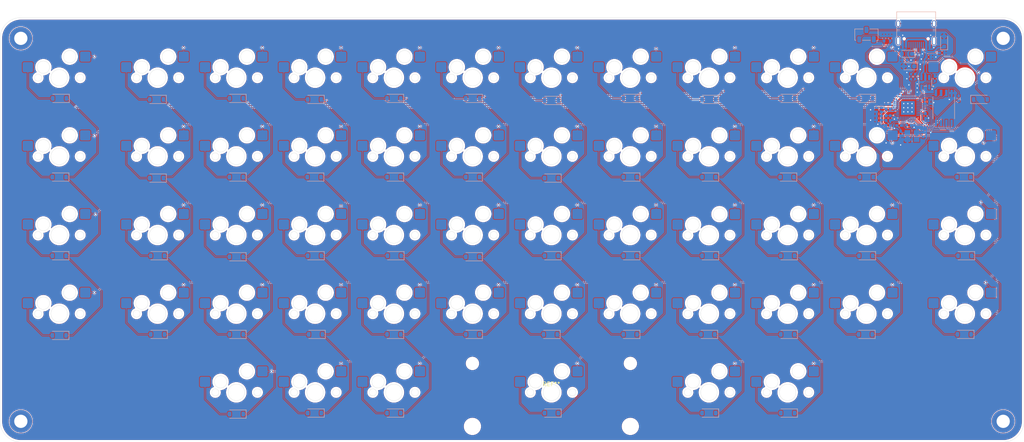
<source format=kicad_pcb>
(kicad_pcb (version 20241229) (generator "pcbnew") (generator_version "9.0")
  (layers (0 "F.Cu" signal) (2 "B.Cu" signal) (13 "F.Paste" user) (15 "B.Paste" user) (5 "F.SilkS" user "F.Silkscreen") (7 "B.SilkS" user "B.Silkscreen") (1 "F.Mask" user) (3 "B.Mask" user) (25 "Edge.Cuts" user))
  (net 0 "")
  (net 1 "Col 1")
  (net 2 "Col 2")
  (net 3 "Col 3")
  (net 4 "Col 4")
  (net 5 "Col 6")
  (net 6 "Col 7")
  (net 7 "Col 8")
  (net 8 "Col 9")
  (net 9 "Col 10")
  (net 10 "Col 11")
  (net 11 "Col 12")
  (net 12 "Col 5")
  (net 13 "Row 1")
  (net 14 "Row 2")
  (net 15 "Row 3")
  (net 16 "Row 4")
  (net 17 "Row 5")
  (net 18 "GND")
  (net 19 "Vin")
  (net 20 "+3.3V")
  (net 21 "SPI3.3")
  (net 22 "Net-(U1-VDDA3P3)")
  (net 23 "Net-(U1-CHIP_PU)")
  (net 24 "Net-(C14-Pad1)")
  (net 25 "XTAL_N")
  (net 26 "Net-(D55-A)")
  (net 27 "Net-(D56-A)")
  (net 28 "Net-(D57-A)")
  (net 29 "Net-(D58-A)")
  (net 30 "Net-(D59-A)")
  (net 31 "Net-(D60-A)")
  (net 32 "Net-(D61-A)")
  (net 33 "Net-(D62-A)")
  (net 34 "Net-(D63-A)")
  (net 35 "Net-(D64-A)")
  (net 36 "Net-(D65-A)")
  (net 37 "Net-(D66-A)")
  (net 38 "Net-(D67-A)")
  (net 39 "Net-(D68-A)")
  (net 40 "Net-(D69-A)")
  (net 41 "Net-(D70-A)")
  (net 42 "Net-(D71-A)")
  (net 43 "Net-(D72-A)")
  (net 44 "Net-(D73-A)")
  (net 45 "Net-(D74-A)")
  (net 46 "Net-(D75-A)")
  (net 47 "Net-(D76-A)")
  (net 48 "Net-(D77-A)")
  (net 49 "Net-(D78-A)")
  (net 50 "Net-(D79-A)")
  (net 51 "Net-(D80-A)")
  (net 52 "Net-(D81-A)")
  (net 53 "Net-(D82-A)")
  (net 54 "Net-(D83-A)")
  (net 55 "Net-(D84-A)")
  (net 56 "Net-(D85-A)")
  (net 57 "Net-(D86-A)")
  (net 58 "Net-(D87-A)")
  (net 59 "Net-(D88-A)")
  (net 60 "Net-(D89-A)")
  (net 61 "Net-(D90-A)")
  (net 62 "Net-(D91-A)")
  (net 63 "Net-(D92-A)")
  (net 64 "Net-(D93-A)")
  (net 65 "Net-(D94-A)")
  (net 66 "Net-(D95-A)")
  (net 67 "Net-(D96-A)")
  (net 68 "Net-(D97-A)")
  (net 69 "Net-(D98-A)")
  (net 70 "Net-(D99-A)")
  (net 71 "Net-(D100-A)")
  (net 72 "Net-(D101-A)")
  (net 73 "Net-(D102-A)")
  (net 74 "Net-(D103-A)")
  (net 75 "Net-(D104-A)")
  (net 76 "Net-(D105-A)")
  (net 77 "Net-(D106-A)")
  (net 78 "Net-(D107-A)")
  (net 79 "Net-(D108-A)")
  (net 80 "D+")
  (net 81 "D-")
  (net 82 "XTAL_P")
  (net 83 "~CS")
  (net 84 "Net-(SW1-C)")
  (net 85 "Net-(SW1-A)")
  (net 87 "MISO")
  (net 90 "SCLK")
  (net 91 "~HOLD")
  (net 92 "~WP")
  (net 93 "MOSI")
  (net 96 "Net-(U1-USB_D-{slash}GPIO12)")
  (net 97 "Net-(U1-USB_D+{slash}GPIO13)")
  (net 100 "unconnected-(J1-SHIELD-PadS1)")
  (net 101 "Net-(J1-CC2)")
  (net 102 "Net-(J1-CC1)")
  (footprint "Keyboard:Stabilizer_Cherry_MX_3.00u" (layer "F.Cu") (at 148 100.5)
    (property "Reference" "REF**")
    (property "Value" "Stabilizer_Cherry_MX_3.00u")
  )
  (footprint "Capacitor_SMD:C_0402_1005Metric_Pad0.74x0.62mm_HandSolder" (layer "B.Cu") (at 238.65 29.805)
    (property "Reference" "C6" (hide yes))
    (property "Value" "0.1u")
  )
  (footprint "Keyboard:Hot_Swap" (layer "B.Cu") (at 224 62.5 180)
    (property "Reference" "SW103" (hide yes))
    (property "Value" "SW_MX")
    (fp_circle (center 5.08 0) (end 5.931 0) (stroke (width 0.05)) (fill no) (layer "Edge.Cuts"))
    (fp_circle (center 3.81 2.54) (end 5.31 2.54) (stroke (width 0.05)) (fill no) (layer "Edge.Cuts"))
    (fp_circle (center 0 0) (end 1.994 0) (stroke (width 0.05)) (fill no) (layer "Edge.Cuts"))
    (fp_circle (center -2.55 5.08) (end -1.05 5.08) (stroke (width 0.05)) (fill no) (layer "Edge.Cuts"))
    (fp_circle (center -5.08 0) (end -4.229 0) (stroke (width 0.05)) (fill no) (layer "Edge.Cuts"))
  )
  (footprint "Keyboard:Hot_Swap" (layer "B.Cu") (at 129 43.5 180)
    (property "Reference" "SW79" (hide yes))
    (property "Value" "SW_MX")
    (fp_circle (center 5.08 0) (end 5.931 0) (stroke (width 0.05)) (fill no) (layer "Edge.Cuts"))
    (fp_circle (center 3.81 2.54) (end 5.31 2.54) (stroke (width 0.05)) (fill no) (layer "Edge.Cuts"))
    (fp_circle (center 0 0) (end 1.994 0) (stroke (width 0.05)) (fill no) (layer "Edge.Cuts"))
    (fp_circle (center -2.55 5.08) (end -1.05 5.08) (stroke (width 0.05)) (fill no) (layer "Edge.Cuts"))
    (fp_circle (center -5.08 0) (end -4.229 0) (stroke (width 0.05)) (fill no) (layer "Edge.Cuts"))
  )
  (footprint "Diode_SMD:D_SOD-123" (layer "B.Cu") (at 147.75 86.5 180)
    (property "Reference" "D85" (hide yes))
    (property "Value" "BAV16W")
  )
  (footprint "Diode_SMD:D_SOD-123" (layer "B.Cu") (at 148 48.75 180)
    (property "Reference" "D83" (hide yes))
    (property "Value" "BAV16W")
  )
  (footprint "Diode_SMD:D_SOD-123" (layer "B.Cu") (at 53 67.5 180)
    (property "Reference" "D61" (hide yes))
    (property "Value" "BAV16W")
  )
  (footprint "Diode_SMD:D_SOD-123" (layer "B.Cu") (at 91.1 86.5 180)
    (property "Reference" "D71" (hide yes))
    (property "Value" "BAV16W")
  )
  (footprint "Keyboard:Hot_Swap" (layer "B.Cu") (at 148 24.5 180)
    (property "Reference" "SW82" (hide yes))
    (property "Value" "SW_MX")
    (fp_circle (center 5.08 0) (end 5.931 0) (stroke (width 0.05)) (fill no) (layer "Edge.Cuts"))
    (fp_circle (center 3.81 2.54) (end 5.31 2.54) (stroke (width 0.05)) (fill no) (layer "Edge.Cuts"))
    (fp_circle (center 0 0) (end 1.994 0) (stroke (width 0.05)) (fill no) (layer "Edge.Cuts"))
    (fp_circle (center -2.55 5.08) (end -1.05 5.08) (stroke (width 0.05)) (fill no) (layer "Edge.Cuts"))
    (fp_circle (center -5.08 0) (end -4.229 0) (stroke (width 0.05)) (fill no) (layer "Edge.Cuts"))
  )
  (footprint "Diode_SMD:D_SOD-123" (layer "B.Cu") (at 186 105.5 180)
    (property "Reference" "D95" (hide yes))
    (property "Value" "BAV16W")
  )
  (footprint "Diode_SMD:D_SOD-123" (layer "B.Cu") (at 90.85 105.5 180)
    (property "Reference" "D72" (hide yes))
    (property "Value" "BAV16W")
  )
  (footprint "Diode_SMD:D_SOD-123" (layer "B.Cu") (at 29.35 29.5 180)
    (property "Reference" "D55" (hide yes))
    (property "Value" "BAV16W")
  )
  (footprint "Capacitor_SMD:C_0402_1005Metric_Pad0.74x0.62mm_HandSolder" (layer "B.Cu") (at 229.75 34.25 -90)
    (property "Reference" "C9" (hide yes))
    (property "Value" "0.1u")
  )
  (footprint "Diode_SMD:D_SOD-123" (layer "B.Cu") (at 167 29.5 180)
    (property "Reference" "D87" (hide yes))
    (property "Value" "BAV16W")
  )
  (footprint "Keyboard:Hot_Swap" (layer "B.Cu") (at 91 24.5 180)
    (property "Reference" "SW68" (hide yes))
    (property "Value" "SW_MX")
    (fp_circle (center 5.08 0) (end 5.931 0) (stroke (width 0.05)) (fill no) (layer "Edge.Cuts"))
    (fp_circle (center 3.81 2.54) (end 5.31 2.54) (stroke (width 0.05)) (fill no) (layer "Edge.Cuts"))
    (fp_circle (center 0 0) (end 1.994 0) (stroke (width 0.05)) (fill no) (layer "Edge.Cuts"))
    (fp_circle (center -2.55 5.08) (end -1.05 5.08) (stroke (width 0.05)) (fill no) (layer "Edge.Cuts"))
    (fp_circle (center -5.08 0) (end -4.229 0) (stroke (width 0.05)) (fill no) (layer "Edge.Cuts"))
  )
  (footprint "Diode_SMD:D_SOD-123" (layer "B.Cu") (at 72 105.75 180)
    (property "Reference" "D67" (hide yes))
    (property "Value" "BAV16W")
  )
  (footprint "Diode_SMD:D_SOD-123" (layer "B.Cu") (at 129 67.75 180)
    (property "Reference" "D80" (hide yes))
    (property "Value" "BAV16W")
  )
  (footprint "Capacitor_SMD:C_0402_1005Metric_Pad0.74x0.62mm_HandSolder" (layer "B.Cu") (at 227 32.75 180)
    (property "Reference" "C12" (hide yes))
    (property "Value" "1u")
  )
  (footprint "Keyboard:Hot_Swap" (layer "B.Cu") (at 148 81.5 180)
    (property "Reference" "SW85" (hide yes))
    (property "Value" "SW_MX")
    (fp_circle (center 5.08 0) (end 5.931 0) (stroke (width 0.05)) (fill no) (layer "Edge.Cuts"))
    (fp_circle (center 3.81 2.54) (end 5.31 2.54) (stroke (width 0.05)) (fill no) (layer "Edge.Cuts"))
    (fp_circle (center 0 0) (end 1.994 0) (stroke (width 0.05)) (fill no) (layer "Edge.Cuts"))
    (fp_circle (center -2.55 5.08) (end -1.05 5.08) (stroke (width 0.05)) (fill no) (layer "Edge.Cuts"))
    (fp_circle (center -5.08 0) (end -4.229 0) (stroke (width 0.05)) (fill no) (layer "Edge.Cuts"))
  )
  (footprint "Keyboard:Hot_Swap" (layer "B.Cu") (at 186 24.5 180)
    (property "Reference" "SW91" (hide yes))
    (property "Value" "SW_MX")
    (fp_circle (center 5.08 0) (end 5.931 0) (stroke (width 0.05)) (fill no) (layer "Edge.Cuts"))
    (fp_circle (center 3.81 2.54) (end 5.31 2.54) (stroke (width 0.05)) (fill no) (layer "Edge.Cuts"))
    (fp_circle (center 0 0) (end 1.994 0) (stroke (width 0.05)) (fill no) (layer "Edge.Cuts"))
    (fp_circle (center -2.55 5.08) (end -1.05 5.08) (stroke (width 0.05)) (fill no) (layer "Edge.Cuts"))
    (fp_circle (center -5.08 0) (end -4.229 0) (stroke (width 0.05)) (fill no) (layer "Edge.Cuts"))
  )
  (footprint "Resistor_SMD:R_0402_1005Metric_Pad0.72x0.64mm_HandSolder" (layer "B.Cu") (at 229.75 15 90)
    (property "Reference" "R6" (hide yes))
    (property "Value" "10k")
  )
  (footprint "Diode_SMD:D_SOD-123" (layer "B.Cu") (at 90.85 67.5 180)
    (property "Reference" "D70" (hide yes))
    (property "Value" "BAV16W")
  )
  (footprint "Capacitor_SMD:C_0402_1005Metric_Pad0.74x0.62mm_HandSolder" (layer "B.Cu") (at 237.75 38.25 90)
    (property "Reference" "C15" (hide yes))
    (property "Value" "14p")
  )
  (footprint "Keyboard:Hot_Swap" (layer "B.Cu") (at 53 24.5 180)
    (property "Reference" "SW59" (hide yes))
    (property "Value" "SW_MX")
    (fp_circle (center 5.08 0) (end 5.931 0) (stroke (width 0.05)) (fill no) (layer "Edge.Cuts"))
    (fp_circle (center 3.81 2.54) (end 5.31 2.54) (stroke (width 0.05)) (fill no) (layer "Edge.Cuts"))
    (fp_circle (center 0 0) (end 1.994 0) (stroke (width 0.05)) (fill no) (layer "Edge.Cuts"))
    (fp_circle (center -2.55 5.08) (end -1.05 5.08) (stroke (width 0.05)) (fill no) (layer "Edge.Cuts"))
    (fp_circle (center -5.08 0) (end -4.229 0) (stroke (width 0.05)) (fill no) (layer "Edge.Cuts"))
  )
  (footprint "Diode_SMD:D_SOD-123" (layer "B.Cu") (at 110 29.5 180)
    (property "Reference" "D73" (hide yes))
    (property "Value" "BAV16W")
  )
  (footprint "Keyboard:Hot_Swap" (layer "B.Cu") (at 148 100.5 180)
    (property "Reference" "SW86" (hide yes))
    (property "Value" "SW_MX")
    (fp_circle (center 5.08 0) (end 5.931 0) (stroke (width 0.05)) (fill no) (layer "Edge.Cuts"))
    (fp_circle (center 3.81 2.54) (end 5.31 2.54) (stroke (width 0.05)) (fill no) (layer "Edge.Cuts"))
    (fp_circle (center 0 0) (end 1.994 0) (stroke (width 0.05)) (fill no) (layer "Edge.Cuts"))
    (fp_circle (center -2.55 5.08) (end -1.05 5.08) (stroke (width 0.05)) (fill no) (layer "Edge.Cuts"))
    (fp_circle (center -5.08 0) (end -4.229 0) (stroke (width 0.05)) (fill no) (layer "Edge.Cuts"))
  )
  (footprint "Keyboard:Hot_Swap" (layer "B.Cu") (at 110 81.5 180)
    (property "Reference" "SW76" (hide yes))
    (property "Value" "SW_MX")
    (fp_circle (center 5.08 0) (end 5.931 0) (stroke (width 0.05)) (fill no) (layer "Edge.Cuts"))
    (fp_circle (center 3.81 2.54) (end 5.31 2.54) (stroke (width 0.05)) (fill no) (layer "Edge.Cuts"))
    (fp_circle (center 0 0) (end 1.994 0) (stroke (width 0.05)) (fill no) (layer "Edge.Cuts"))
    (fp_circle (center -2.55 5.08) (end -1.05 5.08) (stroke (width 0.05)) (fill no) (layer "Edge.Cuts"))
    (fp_circle (center -5.08 0) (end -4.229 0) (stroke (width 0.05)) (fill no) (layer "Edge.Cuts"))
  )
  (footprint "Diode_SMD:D_SOD-123" (layer "B.Cu") (at 110 105.5 180)
    (property "Reference" "D77" (hide yes))
    (property "Value" "BAV16W")
  )
  (footprint "Diode_SMD:D_SOD-123" (layer "B.Cu") (at 224 48.5 180)
    (property "Reference" "D102" (hide yes))
    (property "Value" "BAV16W")
  )
  (footprint "Diode_SMD:D_SOD-123" (layer "B.Cu") (at 223.75 86.5 180)
    (property "Reference" "D104" (hide yes))
    (property "Value" "BAV16W")
  )
  (footprint "Connector_USB:USB_C_Receptacle_HRO_TYPE-C-31-M-12" (layer "B.Cu") (at 236 12.5)
    (property "Reference" "J1" (hide yes))
    (property "Value" "USB_C_Receptacle_USB2.0_16P")
  )
  (footprint "Keyboard:Hot_Swap" (layer "B.Cu") (at 205 43.5 180)
    (property "Reference" "SW97" (hide yes))
    (property "Value" "SW_MX")
    (fp_circle (center 5.08 0) (end 5.931 0) (stroke (width 0.05)) (fill no) (layer "Edge.Cuts"))
    (fp_circle (center 3.81 2.54) (end 5.31 2.54) (stroke (width 0.05)) (fill no) (layer "Edge.Cuts"))
    (fp_circle (center 0 0) (end 1.994 0) (stroke (width 0.05)) (fill no) (layer "Edge.Cuts"))
    (fp_circle (center -2.55 5.08) (end -1.05 5.08) (stroke (width 0.05)) (fill no) (layer "Edge.Cuts"))
    (fp_circle (center -5.08 0) (end -4.229 0) (stroke (width 0.05)) (fill no) (layer "Edge.Cuts"))
  )
  (footprint "Resistor_SMD:R_0402_1005Metric_Pad0.72x0.64mm_HandSolder" (layer "B.Cu") (at 234.75 24.25 -90)
    (property "Reference" "R7" (hide yes))
    (property "Value" "22")
  )
  (footprint "Capacitor_SMD:C_0402_1005Metric_Pad0.74x0.62mm_HandSolder" (layer "B.Cu") (at 227 34.75 180)
    (property "Reference" "C10" (hide yes))
    (property "Value" "0.1u")
  )
  (footprint "Capacitor_SMD:C_0402_1005Metric_Pad0.74x0.62mm_HandSolder" (layer "B.Cu") (at 238.25 33.75 -90)
    (property "Reference" "C4" (hide yes))
    (property "Value" "0.1u")
  )
  (footprint "Diode_SMD:D_SOD-323_HandSoldering" (layer "B.Cu") (at 242.75 15.75 90)
    (property "Reference" "D1" (hide yes))
    (property "Value" "D_TVS")
  )
  (footprint "Keyboard:Hot_Swap" (layer "B.Cu") (at 205 81.5 180)
    (property "Reference" "SW99" (hide yes))
    (property "Value" "SW_MX")
    (fp_circle (center 5.08 0) (end 5.931 0) (stroke (width 0.05)) (fill no) (layer "Edge.Cuts"))
    (fp_circle (center 3.81 2.54) (end 5.31 2.54) (stroke (width 0.05)) (fill no) (layer "Edge.Cuts"))
    (fp_circle (center 0 0) (end 1.994 0) (stroke (width 0.05)) (fill no) (layer "Edge.Cuts"))
    (fp_circle (center -2.55 5.08) (end -1.05 5.08) (stroke (width 0.05)) (fill no) (layer "Edge.Cuts"))
    (fp_circle (center -5.08 0) (end -4.229 0) (stroke (width 0.05)) (fill no) (layer "Edge.Cuts"))
  )
  (footprint "Keyboard:Hot_Swap" (layer "B.Cu") (at 247.75 43.5 180)
    (property "Reference" "SW106" (hide yes))
    (property "Value" "SW_MX")
    (fp_circle (center 5.08 0) (end 5.931 0) (stroke (width 0.05)) (fill no) (layer "Edge.Cuts"))
    (fp_circle (center 3.81 2.54) (end 5.31 2.54) (stroke (width 0.05)) (fill no) (layer "Edge.Cuts"))
    (fp_circle (center 0 0) (end 1.994 0) (stroke (width 0.05)) (fill no) (layer "Edge.Cuts"))
    (fp_circle (center -2.55 5.08) (end -1.05 5.08) (stroke (width 0.05)) (fill no) (layer "Edge.Cuts"))
    (fp_circle (center -5.08 0) (end -4.229 0) (stroke (width 0.05)) (fill no) (layer "Edge.Cuts"))
  )
  (footprint "Diode_SMD:D_SOD-123" (layer "B.Cu") (at 110 86.5 180)
    (property "Reference" "D76" (hide yes))
    (property "Value" "BAV16W")
  )
  (footprint "Diode_SMD:D_SOD-123" (layer "B.Cu") (at 129 29.5 180)
    (property "Reference" "D78" (hide yes))
    (property "Value" "BAV16W")
  )
  (footprint "Capacitor_SMD:C_0402_1005Metric_Pad0.74x0.62mm_HandSolder" (layer "B.Cu") (at 232.25 38 -90)
    (property "Reference" "C14" (hide yes))
    (property "Value" "14p")
  )
  (footprint "Diode_SMD:D_SOD-123" (layer "B.Cu") (at 223.85 29.5 180)
    (property "Reference" "D101" (hide yes))
    (property "Value" "BAV16W")
  )
  (footprint "Diode_SMD:D_SOD-123" (layer "B.Cu") (at 29.25 48.5 180)
    (property "Reference" "D56" (hide yes))
    (property "Value" "BAV16W")
  )
  (footprint "Capacitor_SMD:C_0402_1005Metric_Pad0.74x0.62mm_HandSolder" (layer "B.Cu") (at 229.75 31.5 90)
    (property "Reference" "C3" (hide yes))
    (property "Value" "0.1u")
  )
  (footprint "Keyboard:Hot_Swap" (layer "B.Cu") (at 29.25 81.5 180)
    (property "Reference" "SW58" (hide yes))
    (property "Value" "SW_MX")
    (fp_circle (center 5.08 0) (end 5.931 0) (stroke (width 0.05)) (fill no) (layer "Edge.Cuts"))
    (fp_circle (center 3.81 2.54) (end 5.31 2.54) (stroke (width 0.05)) (fill no) (layer "Edge.Cuts"))
    (fp_circle (center 0 0) (end 1.994 0) (stroke (width 0.05)) (fill no) (layer "Edge.Cuts"))
    (fp_circle (center -2.55 5.08) (end -1.05 5.08) (stroke (width 0.05)) (fill no) (layer "Edge.Cuts"))
    (fp_circle (center -5.08 0) (end -4.229 0) (stroke (width 0.05)) (fill no) (layer "Edge.Cuts"))
  )
  (footprint "Keyboard:Hot_Swap" (layer "B.Cu") (at 148 43.5 180)
    (property "Reference" "SW83" (hide yes))
    (property "Value" "SW_MX")
    (fp_circle (center 5.08 0) (end 5.931 0) (stroke (width 0.05)) (fill no) (layer "Edge.Cuts"))
    (fp_circle (center 3.81 2.54) (end 5.31 2.54) (stroke (width 0.05)) (fill no) (layer "Edge.Cuts"))
    (fp_circle (center 0 0) (end 1.994 0) (stroke (width 0.05)) (fill no) (layer "Edge.Cuts"))
    (fp_circle (center -2.55 5.08) (end -1.05 5.08) (stroke (width 0.05)) (fill no) (layer "Edge.Cuts"))
    (fp_circle (center -5.08 0) (end -4.229 0) (stroke (width 0.05)) (fill no) (layer "Edge.Cuts"))
  )
  (footprint "Diode_SMD:D_SOD-123" (layer "B.Cu") (at 186 48.5 180)
    (property "Reference" "D92" (hide yes))
    (property "Value" "BAV16W")
  )
  (footprint "Keyboard:Hot_Swap" (layer "B.Cu") (at 205 100.5 180)
    (property "Reference" "SW100" (hide yes))
    (property "Value" "SW_MX")
    (fp_circle (center 5.08 0) (end 5.931 0) (stroke (width 0.05)) (fill no) (layer "Edge.Cuts"))
    (fp_circle (center 3.81 2.54) (end 5.31 2.54) (stroke (width 0.05)) (fill no) (layer "Edge.Cuts"))
    (fp_circle (center 0 0) (end 1.994 0) (stroke (width 0.05)) (fill no) (layer "Edge.Cuts"))
    (fp_circle (center -2.55 5.08) (end -1.05 5.08) (stroke (width 0.05)) (fill no) (layer "Edge.Cuts"))
    (fp_circle (center -5.08 0) (end -4.229 0) (stroke (width 0.05)) (fill no) (layer "Edge.Cuts"))
  )
  (footprint "Diode_SMD:D_SOD-123" (layer "B.Cu") (at 167 67.5 180)
    (property "Reference" "D89" (hide yes))
    (property "Value" "BAV16W")
  )
  (footprint "Diode_SMD:D_SOD-123" (layer "B.Cu") (at 90.85 29.75 180)
    (property "Reference" "D68" (hide yes))
    (property "Value" "BAV16W")
  )
  (footprint "Keyboard:Hot_Swap" (layer "B.Cu") (at 29.25 24.5 180)
    (property "Reference" "SW55" (hide yes))
    (property "Value" "SW_MX")
    (fp_circle (center 5.08 0) (end 5.931 0) (stroke (width 0.05)) (fill no) (layer "Edge.Cuts"))
    (fp_circle (center 3.81 2.54) (end 5.31 2.54) (stroke (width 0.05)) (fill no) (layer "Edge.Cuts"))
    (fp_circle (center 0 0) (end 1.994 0) (stroke (width 0.05)) (fill no) (layer "Edge.Cuts"))
    (fp_circle (center -2.55 5.08) (end -1.05 5.08) (stroke (width 0.05)) (fill no) (layer "Edge.Cuts"))
    (fp_circle (center -5.08 0) (end -4.229 0) (stroke (width 0.05)) (fill no) (layer "Edge.Cuts"))
  )
  (footprint "Capacitor_SMD:C_0402_1005Metric_Pad0.74x0.62mm_HandSolder" (layer "B.Cu") (at 239 19.5)
    (property "Reference" "C1" (hide yes))
    (property "Value" "10u")
  )
  (footprint "Keyboard:Hot_Swap" (layer "B.Cu") (at 247.75 62.5 180)
    (property "Reference" "SW107" (hide yes))
    (property "Value" "SW_MX")
    (fp_circle (center 5.08 0) (end 5.931 0) (stroke (width 0.05)) (fill no) (layer "Edge.Cuts"))
    (fp_circle (center 3.81 2.54) (end 5.31 2.54) (stroke (width 0.05)) (fill no) (layer "Edge.Cuts"))
    (fp_circle (center 0 0) (end 1.994 0) (stroke (width 0.05)) (fill no) (layer "Edge.Cuts"))
    (fp_circle (center -2.55 5.08) (end -1.05 5.08) (stroke (width 0.05)) (fill no) (layer "Edge.Cuts"))
    (fp_circle (center -5.08 0) (end -4.229 0) (stroke (width 0.05)) (fill no) (layer "Edge.Cuts"))
  )
  (footprint "Diode_SMD:D_SOD-123" (layer "B.Cu") (at 129 48.5 180)
    (property "Reference" "D79" (hide yes))
    (property "Value" "BAV16W")
  )
  (footprint "Diode_SMD:D_SOD-323_HandSoldering" (layer "B.Cu") (at 233.75 18.75 180)
    (property "Reference" "D4" (hide yes))
    (property "Value" "D_TVS")
  )
  (footprint "Button_Switch_SMD:Nidec_Copal_CAS-120A" (layer "B.Cu") (at 224 14.1 90)
    (property "Reference" "SW1" (hide yes))
    (property "Value" "SW_Nidec_CAS-120A1")
  )
  (footprint "ESP32:XTAL_7M40000049" (layer "B.Cu") (at 235 38.6 -90)
    (property "Reference" "Y1" (hide yes))
    (property "Value" "7M40000049")
  )
  (footprint "Keyboard:Hot_Swap" (layer "B.Cu") (at 91 100.5 180)
    (property "Reference" "SW72" (hide yes))
    (property "Value" "SW_MX")
    (fp_circle (center 5.08 0) (end 5.931 0) (stroke (width 0.05)) (fill no) (layer "Edge.Cuts"))
    (fp_circle (center 3.81 2.54) (end 5.31 2.54) (stroke (width 0.05)) (fill no) (layer "Edge.Cuts"))
    (fp_circle (center 0 0) (end 1.994 0) (stroke (width 0.05)) (fill no) (layer "Edge.Cuts"))
    (fp_circle (center -2.55 5.08) (end -1.05 5.08) (stroke (width 0.05)) (fill no) (layer "Edge.Cuts"))
    (fp_circle (center -5.08 0) (end -4.229 0) (stroke (width 0.05)) (fill no) (layer "Edge.Cuts"))
  )
  (footprint "Resistor_SMD:R_0402_1005Metric_Pad0.72x0.64mm_HandSolder" (layer "B.Cu") (at 235.75 24.25 90)
    (property "Reference" "R8" (hide yes))
    (property "Value" "22")
  )
  (footprint "Keyboard:Hot_Swap" (layer "B.Cu") (at 29.25 43.5 180)
    (property "Reference" "SW56" (hide yes))
    (property "Value" "SW_MX")
    (fp_circle (center 5.08 0) (end 5.931 0) (stroke (width 0.05)) (fill no) (layer "Edge.Cuts"))
    (fp_circle (center 3.81 2.54) (end 5.31 2.54) (stroke (width 0.05)) (fill no) (layer "Edge.Cuts"))
    (fp_circle (center 0 0) (end 1.994 0) (stroke (width 0.05)) (fill no) (layer "Edge.Cuts"))
    (fp_circle (center -2.55 5.08) (end -1.05 5.08) (stroke (width 0.05)) (fill no) (layer "Edge.Cuts"))
    (fp_circle (center -5.08 0) (end -4.229 0) (stroke (width 0.05)) (fill no) (layer "Edge.Cuts"))
  )
  (footprint "Diode_SMD:D_SOD-123" (layer "B.Cu") (at 72 48.5 180)
    (property "Reference" "D64" (hide yes))
    (property "Value" "BAV16W")
  )
  (footprint "Keyboard:Hot_Swap" (layer "B.Cu") (at 186 62.54 180)
    (property "Reference" "SW93" (hide yes))
    (property "Value" "SW_MX")
    (fp_circle (center 5.08 0) (end 5.931 0) (stroke (width 0.05)) (fill no) (layer "Edge.Cuts"))
    (fp_circle (center 3.81 2.54) (end 5.31 2.54) (stroke (width 0.05)) (fill no) (layer "Edge.Cuts"))
    (fp_circle (center 0 0) (end 1.994 0) (stroke (width 0.05)) (fill no) (layer "Edge.Cuts"))
    (fp_circle (center -2.55 5.08) (end -1.05 5.08) (stroke (width 0.05)) (fill no) (layer "Edge.Cuts"))
    (fp_circle (center -5.08 0) (end -4.229 0) (stroke (width 0.05)) (fill no) (layer "Edge.Cuts"))
  )
  (footprint "ESP32:SOIC127P790X216-8N" (layer "B.Cu") (at 242.65 31.805 -90)
    (property "Reference" "U3" (hide yes))
    (property "Value" "~")
  )
  (footprint "Keyboard:Hot_Swap" (layer "B.Cu") (at 72 81.5 180)
    (property "Reference" "SW66" (hide yes))
    (property "Value" "SW_MX")
    (fp_circle (center 5.08 0) (end 5.931 0) (stroke (width 0.05)) (fill no) (layer "Edge.Cuts"))
    (fp_circle (center 3.81 2.54) (end 5.31 2.54) (stroke (width 0.05)) (fill no) (layer "Edge.Cuts"))
    (fp_circle (center 0 0) (end 1.994 0) (stroke (width 0.05)) (fill no) (layer "Edge.Cuts"))
    (fp_circle (center -2.55 5.08) (end -1.05 5.08) (stroke (width 0.05)) (fill no) (layer "Edge.Cuts"))
    (fp_circle (center -5.08 0) (end -4.229 0) (stroke (width 0.05)) (fill no) (layer "Edge.Cuts"))
  )
  (footprint "Diode_SMD:D_SOD-123" (layer "B.Cu") (at 72 29.5 180)
    (property "Reference" "D63" (hide yes))
    (property "Value" "BAV16W")
  )
  (footprint "Keyboard:Hot_Swap" (layer "B.Cu") (at 129 81.5 180)
    (property "Reference" "SW81" (hide yes))
    (property "Value" "SW_MX")
    (fp_circle (center 5.08 0) (end 5.931 0) (stroke (width 0.05)) (fill no) (layer "Edge.Cuts"))
    (fp_circle (center 3.81 2.54) (end 5.31 2.54) (stroke (width 0.05)) (fill no) (layer "Edge.Cuts"))
    (fp_circle (center 0 0) (end 1.994 0) (stroke (width 0.05)) (fill no) (layer "Edge.Cuts"))
    (fp_circle (center -2.55 5.08) (end -1.05 5.08) (stroke (width 0.05)) (fill no) (layer "Edge.Cuts"))
    (fp_circle (center -5.08 0) (end -4.229 0) (stroke (width 0.05)) (fill no) (layer "Edge.Cuts"))
  )
  (footprint "Diode_SMD:D_SOD-123" (layer "B.Cu") (at 167 86.5 180)
    (property "Reference" "D90" (hide yes))
    (property "Value" "BAV16W")
  )
  (footprint "Keyboard:Hot_Swap" (layer "B.Cu") (at 186 43.5 180)
    (property "Reference" "SW92" (hide yes))
    (property "Value" "SW_MX")
    (fp_circle (center 5.08 0) (end 5.931 0) (stroke (width 0.05)) (fill no) (layer "Edge.Cuts"))
    (fp_circle (center 3.81 2.54) (end 5.31 2.54) (stroke (width 0.05)) (fill no) (layer "Edge.Cuts"))
    (fp_circle (center 0 0) (end 1.994 0) (stroke (width 0.05)) (fill no) (layer "Edge.Cuts"))
    (fp_circle (center -2.55 5.08) (end -1.05 5.08) (stroke (width 0.05)) (fill no) (layer "Edge.Cuts"))
    (fp_circle (center -5.08 0) (end -4.229 0) (stroke (width 0.05)) (fill no) (layer "Edge.Cuts"))
  )
  (footprint "Diode_SMD:D_SOD-123" (layer "B.Cu") (at 148 67.5 180)
    (property "Reference" "D84" (hide yes))
    (property "Value" "BAV16W")
  )
  (footprint "Diode_SMD:D_SOD-123" (layer "B.Cu") (at 52.75 48.75 180)
    (property "Reference" "D60" (hide yes))
    (property "Value" "BAV16W")
  )
  (footprint "Keyboard:Hot_Swap" (layer "B.Cu") (at 72 43.5 180)
    (property "Reference" "SW64" (hide yes))
    (property "Value" "SW_MX")
    (fp_circle (center 5.08 0) (end 5.931 0) (stroke (width 0.05)) (fill no) (layer "Edge.Cuts"))
    (fp_circle (center 3.81 2.54) (end 5.31 2.54) (stroke (width 0.05)) (fill no) (layer "Edge.Cuts"))
    (fp_circle (center 0 0) (end 1.994 0) (stroke (width 0.05)) (fill no) (layer "Edge.Cuts"))
    (fp_circle (center -2.55 5.08) (end -1.05 5.08) (stroke (width 0.05)) (fill no) (layer "Edge.Cuts"))
    (fp_circle (center -5.08 0) (end -4.229 0) (stroke (width 0.05)) (fill no) (layer "Edge.Cuts"))
  )
  (footprint "Diode_SMD:D_SOD-123" (layer "B.Cu") (at 223.85 67.5 180)
    (property "Reference" "D103" (hide yes))
    (property "Value" "BAV16W")
  )
  (footprint "Diode_SMD:D_SOD-123" (layer "B.Cu") (at 110 48.5 180)
    (property "Reference" "D74" (hide yes))
    (property "Value" "BAV16W")
  )
  (footprint "Keyboard:Hot_Swap" (layer "B.Cu") (at 186 100.5 180)
    (property "Reference" "SW95" (hide yes))
    (property "Value" "SW_MX")
    (fp_circle (center 5.08 0) (end 5.931 0) (stroke (width 0.05)) (fill no) (layer "Edge.Cuts"))
    (fp_circle (center 3.81 2.54) (end 5.31 2.54) (stroke (width 0.05)) (fill no) (layer "Edge.Cuts"))
    (fp_circle (center 0 0) (end 1.994 0) (stroke (width 0.05)) (fill no) (layer "Edge.Cuts"))
    (fp_circle (center -2.55 5.08) (end -1.05 5.08) (stroke (width 0.05)) (fill no) (layer "Edge.Cuts"))
    (fp_circle (center -5.08 0) (end -4.229 0) (stroke (width 0.05)) (fill no) (layer "Edge.Cuts"))
  )
  (footprint "Diode_SMD:D_SOD-123" (layer "B.Cu") (at 29.25 86.75 180)
    (property "Reference" "D58" (hide yes))
    (property "Value" "BAV16W")
  )
  (footprint "Diode_SMD:D_SOD-123" (layer "B.Cu") (at 251.5 29.75)
    (property "Reference" "D105" (hide yes))
    (property "Value" "BAV16W")
  )
  (footprint "Keyboard:Hot_Swap" (layer "B.Cu") (at 186 81.5 180)
    (property "Reference" "SW94" (hide yes))
    (property "Value" "SW_MX")
    (fp_circle (center 5.08 0) (end 5.931 0) (stroke (width 0.05)) (fill no) (layer "Edge.Cuts"))
    (fp_circle (center 3.81 2.54) (end 5.31 2.54) (stroke (width 0.05)) (fill no) (layer "Edge.Cuts"))
    (fp_circle (center 0 0) (end 1.994 0) (stroke (width 0.05)) (fill no) (layer "Edge.Cuts"))
    (fp_circle (center -2.55 5.08) (end -1.05 5.08) (stroke (width 0.05)) (fill no) (layer "Edge.Cuts"))
    (fp_circle (center -5.08 0) (end -4.229 0) (stroke (width 0.05)) (fill no) (layer "Edge.Cuts"))
  )
  (footprint "Inductor_SMD:L_0402_1005Metric_Pad0.77x0.64mm_HandSolder" (layer "B.Cu") (at 228.75 34.25 -90)
    (property "Reference" "L1" (hide yes))
    (property "Value" "2n")
  )
  (footprint "Keyboard:Hot_Swap" (layer "B.Cu") (at 247.75 24.5 180)
    (property "Reference" "SW105" (hide yes))
    (property "Value" "SW_MX")
    (fp_circle (center 5.08 0) (end 5.931 0) (stroke (width 0.05)) (fill no) (layer "Edge.Cuts"))
    (fp_circle (center 3.81 2.54) (end 5.31 2.54) (stroke (width 0.05)) (fill no) (layer "Edge.Cuts"))
    (fp_circle (center 0 0) (end 1.994 0) (stroke (width 0.05)) (fill no) (layer "Edge.Cuts"))
    (fp_circle (center -2.55 5.08) (end -1.05 5.08) (stroke (width 0.05)) (fill no) (layer "Edge.Cuts"))
    (fp_circle (center -5.08 0) (end -4.229 0) (stroke (width 0.05)) (fill no) (layer "Edge.Cuts"))
  )
  (footprint "Diode_SMD:D_SOD-323_HandSoldering" (layer "B.Cu") (at 234.25 21.75 180)
    (property "Reference" "D5" (hide yes))
    (property "Value" "D_TVS")
  )
  (footprint "Keyboard:Hot_Swap" (layer "B.Cu") (at 247.75 81.5 180)
    (property "Reference" "SW108" (hide yes))
    (property "Value" "SW_MX")
    (fp_circle (center 5.08 0) (end 5.931 0) (stroke (width 0.05)) (fill no) (layer "Edge.Cuts"))
    (fp_circle (center 3.81 2.54) (end 5.31 2.54) (stroke (width 0.05)) (fill no) (layer "Edge.Cuts"))
    (fp_circle (center 0 0) (end 1.994 0) (stroke (width 0.05)) (fill no) (layer "Edge.Cuts"))
    (fp_circle (center -2.55 5.08) (end -1.05 5.08) (stroke (width 0.05)) (fill no) (layer "Edge.Cuts"))
    (fp_circle (center -5.08 0) (end -4.229 0) (stroke (width 0.05)) (fill no) (layer "Edge.Cuts"))
  )
  (footprint "Diode_SMD:D_SOD-123" (layer "B.Cu") (at 247.75 67.5 180)
    (property "Reference" "D107" (hide yes))
    (property "Value" "BAV16W")
  )
  (footprint "Keyboard:Hot_Swap" (layer "B.Cu") (at 53 43.5 180)
    (property "Reference" "SW60" (hide yes))
    (property "Value" "SW_MX")
    (fp_circle (center 5.08 0) (end 5.931 0) (stroke (width 0.05)) (fill no) (layer "Edge.Cuts"))
    (fp_circle (center 3.81 2.54) (end 5.31 2.54) (stroke (width 0.05)) (fill no) (layer "Edge.Cuts"))
    (fp_circle (center 0 0) (end 1.994 0) (stroke (width 0.05)) (fill no) (layer "Edge.Cuts"))
    (fp_circle (center -2.55 5.08) (end -1.05 5.08) (stroke (width 0.05)) (fill no) (layer "Edge.Cuts"))
    (fp_circle (center -5.08 0) (end -4.229 0) (stroke (width 0.05)) (fill no) (layer "Edge.Cuts"))
  )
  (footprint "Package_TO_SOT_SMD:SOT-23-5" (layer "B.Cu") (at 238.2 25.6125 -90)
    (property "Reference" "U2" (hide yes))
    (property "Value" "XC6220B331MR")
  )
  (footprint "ESP32:QFN40P500X500X90-41N" (layer "B.Cu") (at 234 31.805)
    (property "Reference" "U1" (hide yes))
    (property "Value" "ESP32-C6")
  )
  (footprint "Keyboard:Hot_Swap" (layer "B.Cu") (at 91 43.5 180)
    (property "Reference" "SW69" (hide yes))
    (property "Value" "SW_MX")
    (fp_circle (center 5.08 0) (end 5.931 0) (stroke (width 0.05)) (fill no) (layer "Edge.Cuts"))
    (fp_circle (center 3.81 2.54) (end 5.31 2.54) (stroke (width 0.05)) (fill no) (layer "Edge.Cuts"))
    (fp_circle (center 0 0) (end 1.994 0) (stroke (width 0.05)) (fill no) (layer "Edge.Cuts"))
    (fp_circle (center -2.55 5.08) (end -1.05 5.08) (stroke (width 0.05)) (fill no) (layer "Edge.Cuts"))
    (fp_circle (center -5.08 0) (end -4.229 0) (stroke (width 0.05)) (fill no) (layer "Edge.Cuts"))
  )
  (footprint "Diode_SMD:D_SOD-123" (layer "B.Cu") (at 186 67.5 180)
    (property "Reference" "D93" (hide yes))
    (property "Value" "BAV16W")
  )
  (footprint "Keyboard:Hot_Swap" (layer "B.Cu") (at 72 24.5 180)
    (property "Reference" "SW63" (hide yes))
    (property "Value" "SW_MX")
    (fp_circle (center 5.08 0) (end 5.931 0) (stroke (width 0.05)) (fill no) (layer "Edge.Cuts"))
    (fp_circle (center 3.81 2.54) (end 5.31 2.54) (stroke (width 0.05)) (fill no) (layer "Edge.Cuts"))
    (fp_circle (center 0 0) (end 1.994 0) (stroke (width 0.05)) (fill no) (layer "Edge.Cuts"))
    (fp_circle (center -2.55 5.08) (end -1.05 5.08) (stroke (width 0.05)) (fill no) (layer "Edge.Cuts"))
    (fp_circle (center -5.08 0) (end -4.229 0) (stroke (width 0.05)) (fill no) (layer "Edge.Cuts"))
  )
  (footprint "Keyboard:Hot_Swap" (layer "B.Cu") (at 129 24.5 180)
    (property "Reference" "SW78" (hide yes))
    (property "Value" "SW_MX")
    (fp_circle (center 5.08 0) (end 5.931 0) (stroke (width 0.05)) (fill no) (layer "Edge.Cuts"))
    (fp_circle (center 3.81 2.54) (end 5.31 2.54) (stroke (width 0.05)) (fill no) (layer "Edge.Cuts"))
    (fp_circle (center 0 0) (end 1.994 0) (stroke (width 0.05)) (fill no) (layer "Edge.Cuts"))
    (fp_circle (center -2.55 5.08) (end -1.05 5.08) (stroke (width 0.05)) (fill no) (layer "Edge.Cuts"))
    (fp_circle (center -5.08 0) (end -4.229 0) (stroke (width 0.05)) (fill no) (layer "Edge.Cuts"))
  )
  (footprint "Capacitor_SMD:C_0402_1005Metric_Pad0.74x0.62mm_HandSolder" (layer "B.Cu") (at 227 33.75 180)
    (property "Reference" "C11" (hide yes))
    (property "Value" "10u")
  )
  (footprint "Keyboard:Hot_Swap" (layer "B.Cu") (at 129 62.5 180)
    (property "Reference" "SW80" (hide yes))
    (property "Value" "SW_MX")
    (fp_circle (center 5.08 0) (end 5.931 0) (stroke (width 0.05)) (fill no) (layer "Edge.Cuts"))
    (fp_circle (center 3.81 2.54) (end 5.31 2.54) (stroke (width 0.05)) (fill no) (layer "Edge.Cuts"))
    (fp_circle (center 0 0) (end 1.994 0) (stroke (width 0.05)) (fill no) (layer "Edge.Cuts"))
    (fp_circle (center -2.55 5.08) (end -1.05 5.08) (stroke (width 0.05)) (fill no) (layer "Edge.Cuts"))
    (fp_circle (center -5.08 0) (end -4.229 0) (stroke (width 0.05)) (fill no) (layer "Edge.Cuts"))
  )
  (footprint "Diode_SMD:D_SOD-123" (layer "B.Cu") (at 72 67.75 180)
    (property "Reference" "D65" (hide yes))
    (property "Value" "BAV16W")
  )
  (footprint "Keyboard:Hot_Swap" (layer "B.Cu") (at 205 24.5 180)
    (property "Reference" "SW96" (hide yes))
    (property "Value" "SW_MX")
    (fp_circle (center 5.08 0) (end 5.931 0) (stroke (width 0.05)) (fill no) (layer "Edge.Cuts"))
    (fp_circle (center 3.81 2.54) (end 5.31 2.54) (stroke (width 0.05)) (fill no) (layer "Edge.Cuts"))
    (fp_circle (center 0 0) (end 1.994 0) (stroke (width 0.05)) (fill no) (layer "Edge.Cuts"))
    (fp_circle (center -2.55 5.08) (end -1.05 5.08) (stroke (width 0.05)) (fill no) (layer "Edge.Cuts"))
    (fp_circle (center -5.08 0) (end -4.229 0) (stroke (width 0.05)) (fill no) (layer "Edge.Cuts"))
  )
  (footprint "Diode_SMD:D_SOD-123" (layer "B.Cu") (at 148 105.5 180)
    (property "Reference" "D86" (hide yes))
    (property "Value" "BAV16W")
  )
  (footprint "Keyboard:Hot_Swap" (layer "B.Cu") (at 224 24.5 180)
    (property "Reference" "SW101" (hide yes))
    (property "Value" "SW_MX")
    (fp_circle (center 5.08 0) (end 5.931 0) (stroke (width 0.05)) (fill no) (layer "Edge.Cuts"))
    (fp_circle (center 3.81 2.54) (end 5.31 2.54) (stroke (width 0.05)) (fill no) (layer "Edge.Cuts"))
    (fp_circle (center 0 0) (end 1.994 0) (stroke (width 0.05)) (fill no) (layer "Edge.Cuts"))
    (fp_circle (center -2.55 5.08) (end -1.05 5.08) (stroke (width 0.05)) (fill no) (layer "Edge.Cuts"))
    (fp_circle (center -5.08 0) (end -4.229 0) (stroke (width 0.05)) (fill no) (layer "Edge.Cuts"))
  )
  (footprint "Resistor_SMD:R_0402_1005Metric_Pad0.72x0.64mm_HandSolder" (layer "B.Cu") (at 233.25 20.25 180)
    (property "Reference" "R2" (hide yes))
    (property "Value" "5.1K")
  )
  (footprint "Keyboard:Hot_Swap" (layer "B.Cu") (at 72 100.5 180)
    (property "Reference" "SW67" (hide yes))
    (property "Value" "SW_MX")
    (fp_circle (center 5.08 0) (end 5.931 0) (stroke (width 0.05)) (fill no) (layer "Edge.Cuts"))
    (fp_circle (center 3.81 2.54) (end 5.31 2.54) (stroke (width 0.05)) (fill no) (layer "Edge.Cuts"))
    (fp_circle (center 0 0) (end 1.994 0) (stroke (width 0.05)) (fill no) (layer "Edge.Cuts"))
    (fp_circle (center -2.55 5.08) (end -1.05 5.08) (stroke (width 0.05)) (fill no) (layer "Edge.Cuts"))
    (fp_circle (center -5.08 0) (end -4.229 0) (stroke (width 0.05)) (fill no) (layer "Edge.Cuts"))
  )
  (footprint "Diode_SMD:D_SOD-123" (layer "B.Cu") (at 205 86.5 180)
    (property "Reference" "D99" (hide yes))
    (property "Value" "BAV16W")
  )
  (footprint "Keyboard:Hot_Swap" (layer "B.Cu") (at 167 81.5 180)
    (property "Reference" "SW90" (hide yes))
    (property "Value" "SW_MX")
    (fp_circle (center 5.08 0) (end 5.931 0) (stroke (width 0.05)) (fill no) (layer "Edge.Cuts"))
    (fp_circle (center 3.81 2.54) (end 5.31 2.54) (stroke (width 0.05)) (fill no) (layer "Edge.Cuts"))
    (fp_circle (center 0 0) (end 1.994 0) (stroke (width 0.05)) (fill no) (layer "Edge.Cuts"))
    (fp_circle (center -2.55 5.08) (end -1.05 5.08) (stroke (width 0.05)) (fill no) (layer "Edge.Cuts"))
    (fp_circle (center -5.08 0) (end -4.229 0) (stroke (width 0.05)) (fill no) (layer "Edge.Cuts"))
  )
  (footprint "Diode_SMD:D_SOD-123" (layer "B.Cu") (at 205 67.5 180)
    (property "Reference" "D98" (hide yes))
    (property "Value" "BAV16W")
  )
  (footprint "Keyboard:Hot_Swap" (layer "B.Cu") (at 224 43.5 180)
    (property "Reference" "SW102" (hide yes))
    (property "Value" "SW_MX")
    (fp_circle (center 5.08 0) (end 5.931 0) (stroke (width 0.05)) (fill no) (layer "Edge.Cuts"))
    (fp_circle (center 3.81 2.54) (end 5.31 2.54) (stroke (width 0.05)) (fill no) (layer "Edge.Cuts"))
    (fp_circle (center 0 0) (end 1.994 0) (stroke (width 0.05)) (fill no) (layer "Edge.Cuts"))
    (fp_circle (center -2.55 5.08) (end -1.05 5.08) (stroke (width 0.05)) (fill no) (layer "Edge.Cuts"))
    (fp_circle (center -5.08 0) (end -4.229 0) (stroke (width 0.05)) (fill no) (layer "Edge.Cuts"))
  )
  (footprint "Diode_SMD:D_SOD-123" (layer "B.Cu") (at 53 86.5 180)
    (property "Reference" "D62" (hide yes))
    (property "Value" "BAV16W")
  )
  (footprint "Keyboard:Hot_Swap" (layer "B.Cu") (at 91 62.5 180)
    (property "Reference" "SW70" (hide yes))
    (property "Value" "SW_MX")
    (fp_circle (center 5.08 0) (end 5.931 0) (stroke (width 0.05)) (fill no) (layer "Edge.Cuts"))
    (fp_circle (center 3.81 2.54) (end 5.31 2.54) (stroke (width 0.05)) (fill no) (layer "Edge.Cuts"))
    (fp_circle (center 0 0) (end 1.994 0) (stroke (width 0.05)) (fill no) (layer "Edge.Cuts"))
    (fp_circle (center -2.55 5.08) (end -1.05 5.08) (stroke (width 0.05)) (fill no) (layer "Edge.Cuts"))
    (fp_circle (center -5.08 0) (end -4.229 0) (stroke (width 0.05)) (fill no) (layer "Edge.Cuts"))
  )
  (footprint "Resistor_SMD:R_0402_1005Metric_Pad0.72x0.64mm_HandSolder" (layer "B.Cu") (at 242.25 18.5)
    (property "Reference" "R1" (hide yes))
    (property "Value" "5.1K")
  )
  (footprint "Keyboard:Hot_Swap" (layer "B.Cu") (at 72 62.5 180)
    (property "Reference" "SW65" (hide yes))
    (property "Value" "SW_MX")
    (fp_circle (center 5.08 0) (end 5.931 0) (stroke (width 0.05)) (fill no) (layer "Edge.Cuts"))
    (fp_circle (center 3.81 2.54) (end 5.31 2.54) (stroke (width 0.05)) (fill no) (layer "Edge.Cuts"))
    (fp_circle (center 0 0) (end 1.994 0) (stroke (width 0.05)) (fill no) (layer "Edge.Cuts"))
    (fp_circle (center -2.55 5.08) (end -1.05 5.08) (stroke (width 0.05)) (fill no) (layer "Edge.Cuts"))
    (fp_circle (center -5.08 0) (end -4.229 0) (stroke (width 0.05)) (fill no) (layer "Edge.Cuts"))
  )
  (footprint "Inductor_SMD:L_0402_1005Metric_Pad0.77x0.64mm_HandSolder" (layer "B.Cu") (at 231.9 36.055 180)
    (property "Reference" "L2" (hide yes))
    (property "Value" "24n")
  )
  (footprint "Keyboard:Hot_Swap" (layer "B.Cu") (at 110 100.5 180)
    (property "Reference" "SW77" (hide yes))
    (property "Value" "SW_MX")
    (fp_circle (center 5.08 0) (end 5.931 0) (stroke (width 0.05)) (fill no) (layer "Edge.Cuts"))
    (fp_circle (center 3.81 2.54) (end 5.31 2.54) (stroke (width 0.05)) (fill no) (layer "Edge.Cuts"))
    (fp_circle (center 0 0) (end 1.994 0) (stroke (width 0.05)) (fill no) (layer "Edge.Cuts"))
    (fp_circle (center -2.55 5.08) (end -1.05 5.08) (stroke (width 0.05)) (fill no) (layer "Edge.Cuts"))
    (fp_circle (center -5.08 0) (end -4.229 0) (stroke (width 0.05)) (fill no) (layer "Edge.Cuts"))
  )
  (footprint "Keyboard:Hot_Swap" (layer "B.Cu") (at 205 62.5 180)
    (property "Reference" "SW98" (hide yes))
    (property "Value" "SW_MX")
    (fp_circle (center 5.08 0) (end 5.931 0) (stroke (width 0.05)) (fill no) (layer "Edge.Cuts"))
    (fp_circle (center 3.81 2.54) (end 5.31 2.54) (stroke (width 0.05)) (fill no) (layer "Edge.Cuts"))
    (fp_circle (center 0 0) (end 1.994 0) (stroke (width 0.05)) (fill no) (layer "Edge.Cuts"))
    (fp_circle (center -2.55 5.08) (end -1.05 5.08) (stroke (width 0.05)) (fill no) (layer "Edge.Cuts"))
    (fp_circle (center -5.08 0) (end -4.229 0) (stroke (width 0.05)) (fill no) (layer "Edge.Cuts"))
  )
  (footprint "Resistor_SMD:R_0402_1005Metric_Pad0.72x0.64mm_HandSolder" (layer "B.Cu") (at 228.25 15 90)
    (property "Reference" "R5" (hide yes))
    (property "Value" "10k")
  )
  (footprint "Diode_SMD:D_SOD-123" (layer "B.Cu") (at 186 29.75 180)
    (property "Reference" "D91" (hide yes))
    (property "Value" "BAV16W")
  )
  (footprint "Keyboard:Hot_Swap" (layer "B.Cu") (at 167 62.5 180)
    (property "Reference" "SW89" (hide yes))
    (property "Value" "SW_MX")
    (fp_circle (center 5.08 0) (end 5.931 0) (stroke (width 0.05)) (fill no) (layer "Edge.Cuts"))
    (fp_circle (center 3.81 2.54) (end 5.31 2.54) (stroke (width 0.05)) (fill no) (layer "Edge.Cuts"))
    (fp_circle (center 0 0) (end 1.994 0) (stroke (width 0.05)) (fill no) (layer "Edge.Cuts"))
    (fp_circle (center -2.55 5.08) (end -1.05 5.08) (stroke (width 0.05)) (fill no) (layer "Edge.Cuts"))
    (fp_circle (center -5.08 0) (end -4.229 0) (stroke (width 0.05)) (fill no) (layer "Edge.Cuts"))
  )
  (footprint "Keyboard:Hot_Swap" (layer "B.Cu") (at 53 62.5 180)
    (property "Reference" "SW61" (hide yes))
    (property "Value" "SW_MX")
    (fp_circle (center 5.08 0) (end 5.931 0) (stroke (width 0.05)) (fill no) (layer "Edge.Cuts"))
    (fp_circle (center 3.81 2.54) (end 5.31 2.54) (stroke (width 0.05)) (fill no) (layer "Edge.Cuts"))
    (fp_circle (center 0 0) (end 1.994 0) (stroke (width 0.05)) (fill no) (layer "Edge.Cuts"))
    (fp_circle (center -2.55 5.08) (end -1.05 5.08) (stroke (width 0.05)) (fill no) (layer "Edge.Cuts"))
    (fp_circle (center -5.08 0) (end -4.229 0) (stroke (width 0.05)) (fill no) (layer "Edge.Cuts"))
  )
  (footprint "Diode_SMD:D_SOD-123" (layer "B.Cu") (at 185.75 86.5 180)
    (property "Reference" "D94" (hide yes))
    (property "Value" "BAV16W")
  )
  (footprint "Diode_SMD:D_SOD-123" (layer "B.Cu") (at 129 86.5 180)
    (property "Reference" "D81" (hide yes))
    (property "Value" "BAV16W")
  )
  (footprint "Keyboard:Hot_Swap" (layer "B.Cu") (at 110 43.5 180)
    (property "Reference" "SW74" (hide yes))
    (property "Value" "SW_MX")
    (fp_circle (center 5.08 0) (end 5.931 0) (stroke (width 0.05)) (fill no) (layer "Edge.Cuts"))
    (fp_circle (center 3.81 2.54) (end 5.31 2.54) (stroke (width 0.05)) (fill no) (layer "Edge.Cuts"))
    (fp_circle (center 0 0) (end 1.994 0) (stroke (width 0.05)) (fill no) (layer "Edge.Cuts"))
    (fp_circle (center -2.55 5.08) (end -1.05 5.08) (stroke (width 0.05)) (fill no) (layer "Edge.Cuts"))
    (fp_circle (center -5.08 0) (end -4.229 0) (stroke (width 0.05)) (fill no) (layer "Edge.Cuts"))
  )
  (footprint "Diode_SMD:D_SOD-123" (layer "B.Cu") (at 110.1 67.5 180)
    (property "Reference" "D75" (hide yes))
    (property "Value" "BAV16W")
  )
  (footprint "Diode_SMD:D_SOD-123" (layer "B.Cu") (at 29.25 67.5 180)
    (property "Reference" "D57" (hide yes))
    (property "Value" "BAV16W")
  )
  (footprint "Keyboard:Hot_Swap" (layer "B.Cu") (at 29.25 62.5 180)
    (property "Reference" "SW57" (hide yes))
    (property "Value" "SW_MX")
    (fp_circle (center 5.08 0) (end 5.931 0) (stroke (width 0.05)) (fill no) (layer "Edge.Cuts"))
    (fp_circle (center 3.81 2.54) (end 5.31 2.54) (stroke (width 0.05)) (fill no) (layer "Edge.Cuts"))
    (fp_circle (center 0 0) (end 1.994 0) (stroke (width 0.05)) (fill no) (layer "Edge.Cuts"))
    (fp_circle (center -2.55 5.08) (end -1.05 5.08) (stroke (width 0.05)) (fill no) (layer "Edge.Cuts"))
    (fp_circle (center -5.08 0) (end -4.229 0) (stroke (width 0.05)) (fill no) (layer "Edge.Cuts"))
  )
  (footprint "Diode_SMD:D_SOD-123" (layer "B.Cu") (at 148 30 180)
    (property "Reference" "D82" (hide yes))
    (property "Value" "BAV16W")
  )
  (footprint "Diode_SMD:D_SOD-123" (layer "B.Cu") (at 90.75 48.5 180)
    (property "Reference" "D69" (hide yes))
    (property "Value" "BAV16W")
  )
  (footprint "Keyboard:Hot_Swap" (layer "B.Cu") (at 148 62.5 180)
    (property "Reference" "SW84" (hide yes))
    (property "Value" "SW_MX")
    (fp_circle (center 5.08 0) (end 5.931 0) (stroke (width 0.05)) (fill no) (layer "Edge.Cuts"))
    (fp_circle (center 3.81 2.54) (end 5.31 2.54) (stroke (width 0.05)) (fill no) (layer "Edge.Cuts"))
    (fp_circle (center 0 0) (end 1.994 0) (stroke (width 0.05)) (fill no) (layer "Edge.Cuts"))
    (fp_circle (center -2.55 5.08) (end -1.05 5.08) (stroke (width 0.05)) (fill no) (layer "Edge.Cuts"))
    (fp_circle (center -5.08 0) (end -4.229 0) (stroke (width 0.05)) (fill no) (layer "Edge.Cuts"))
  )
  (footprint "Diode_SMD:D_SOD-123" (layer "B.Cu") (at 52.75 29.75 180)
    (property "Reference" "D59" (hide yes))
    (property "Value" "BAV16W")
  )
  (footprint "Diode_SMD:D_SOD-123" (layer "B.Cu") (at 205 105.5 180)
    (property "Reference" "D100" (hide yes))
    (property "Value" "BAV16W")
  )
  (footprint "Diode_SMD:D_SOD-123" (layer "B.Cu") (at 247.6 86.5 180)
    (property "Reference" "D108" (hide yes))
    (property "Value" "BAV16W")
  )
  (footprint "Keyboard:Hot_Swap" (layer "B.Cu") (at 110 24.5 180)
    (property "Reference" "SW73" (hide yes))
    (property "Value" "SW_MX")
    (fp_circle (center 5.08 0) (end 5.931 0) (stroke (width 0.05)) (fill no) (layer "Edge.Cuts"))
    (fp_circle (center 3.81 2.54) (end 5.31 2.54) (stroke (width 0.05)) (fill no) (layer "Edge.Cuts"))
    (fp_circle (center 0 0) (end 1.994 0) (stroke (width 0.05)) (fill no) (layer "Edge.Cuts"))
    (fp_circle (center -2.55 5.08) (end -1.05 5.08) (stroke (width 0.05)) (fill no) (layer "Edge.Cuts"))
    (fp_circle (center -5.08 0) (end -4.229 0) (stroke (width 0.05)) (fill no) (layer "Edge.Cuts"))
  )
  (footprint "Keyboard:Hot_Swap" (layer "B.Cu") (at 224 81.5 180)
    (property "Reference" "SW104" (hide yes))
    (property "Value" "SW_MX")
    (fp_circle (center 5.08 0) (end 5.931 0) (stroke (width 0.05)) (fill no) (layer "Edge.Cuts"))
    (fp_circle (center 3.81 2.54) (end 5.31 2.54) (stroke (width 0.05)) (fill no) (layer "Edge.Cuts"))
    (fp_circle (center 0 0) (end 1.994 0) (stroke (width 0.05)) (fill no) (layer "Edge.Cuts"))
    (fp_circle (center -2.55 5.08) (end -1.05 5.08) (stroke (width 0.05)) (fill no) (layer "Edge.Cuts"))
    (fp_circle (center -5.08 0) (end -4.229 0) (stroke (width 0.05)) (fill no) (layer "Edge.Cuts"))
  )
  (footprint "Diode_SMD:D_SOD-123" (layer "B.Cu") (at 72 86.5 180)
    (property "Reference" "D66" (hide yes))
    (property "Value" "BAV16W")
  )
  (footprint "Keyboard:Hot_Swap" (layer "B.Cu") (at 167 24.5 180)
    (property "Reference" "SW87" (hide yes))
    (property "Value" "SW_MX")
    (fp_circle (center 5.08 0) (end 5.931 0) (stroke (width 0.05)) (fill no) (layer "Edge.Cuts"))
    (fp_circle (center 3.81 2.54) (end 5.31 2.54) (stroke (width 0.05)) (fill no) (layer "Edge.Cuts"))
    (fp_circle (center 0 0) (end 1.994 0) (stroke (width 0.05)) (fill no) (layer "Edge.Cuts"))
    (fp_circle (center -2.55 5.08) (end -1.05 5.08) (stroke (width 0.05)) (fill no) (layer "Edge.Cuts"))
    (fp_circle (center -5.08 0) (end -4.229 0) (stroke (width 0.05)) (fill no) (layer "Edge.Cuts"))
  )
  (footprint "Capacitor_SMD:C_0402_1005Metric_Pad0.74x0.62mm_HandSolder" (layer "B.Cu") (at 234.25 36)
    (property "Reference" "C8" (hide yes))
    (property "Value" "1u")
  )
  (footprint "Keyboard:Hot_Swap" (layer "B.Cu") (at 53 81.5 180)
    (property "Reference" "SW62" (hide yes))
    (property "Value" "SW_MX")
    (fp_circle (center 5.08 0) (end 5.931 0) (stroke (width 0.05)) (fill no) (layer "Edge.Cuts"))
    (fp_circle (center 3.81 2.54) (end 5.31 2.54) (stroke (width 0.05)) (fill no) (layer "Edge.Cuts"))
    (fp_circle (center 0 0) (end 1.994 0) (stroke (width 0.05)) (fill no) (layer "Edge.Cuts"))
    (fp_circle (center -2.55 5.08) (end -1.05 5.08) (stroke (width 0.05)) (fill no) (layer "Edge.Cuts"))
    (fp_circle (center -5.08 0) (end -4.229 0) (stroke (width 0.05)) (fill no) (layer "Edge.Cuts"))
  )
  (footprint "Resistor_SMD:R_0402_1005Metric_Pad0.72x0.64mm_HandSolder" (layer "B.Cu") (at 246.25 29.5 90)
    (property "Reference" "R4" (hide yes))
    (property "Value" "10k")
  )
  (footprint "Resistor_SMD:R_0402_1005Metric_Pad0.72x0.64mm_HandSolder" (layer "B.Cu") (at 227 31.75)
    (property "Reference" "R3" (hide yes))
    (property "Value" "10k")
  )
  (footprint "Keyboard:Hot_Swap" (layer "B.Cu") (at 167 43.5 180)
    (property "Reference" "SW88" (hide yes))
    (property "Value" "SW_MX")
    (fp_circle (center 5.08 0) (end 5.931 0) (stroke (width 0.05)) (fill no) (layer "Edge.Cuts"))
    (fp_circle (center 3.81 2.54) (end 5.31 2.54) (stroke (width 0.05)) (fill no) (layer "Edge.Cuts"))
    (fp_circle (center 0 0) (end 1.994 0) (stroke (width 0.05)) (fill no) (layer "Edge.Cuts"))
    (fp_circle (center -2.55 5.08) (end -1.05 5.08) (stroke (width 0.05)) (fill no) (layer "Edge.Cuts"))
    (fp_circle (center -5.08 0) (end -4.229 0) (stroke (width 0.05)) (fill no) (layer "Edge.Cuts"))
  )
  (footprint "Capacitor_SMD:C_0402_1005Metric_Pad0.74x0.62mm_HandSolder" (layer "B.Cu") (at 228.75 31.5 90)
    (property "Reference" "C13" (hide yes))
    (property "Value" "1u")
  )
  (footprint "Keyboard:Hot_Swap" (layer "B.Cu") (at 110 62.5 180)
    (property "Reference" "SW75" (hide yes))
    (property "Value" "SW_MX")
    (fp_circle (center 5.08 0) (end 5.931 0) (stroke (width 0.05)) (fill no) (layer "Edge.Cuts"))
    (fp_circle (center 3.81 2.54) (end 5.31 2.54) (stroke (width 0.05)) (fill no) (layer "Edge.Cuts"))
    (fp_circle (center 0 0) (end 1.994 0) (stroke (width 0.05)) (fill no) (layer "Edge.Cuts"))
    (fp_circle (center -2.55 5.08) (end -1.05 5.08) (stroke (width 0.05)) (fill no) (layer "Edge.Cuts"))
    (fp_circle (center -5.08 0) (end -4.229 0) (stroke (width 0.05)) (fill no) (layer "Edge.Cuts"))
  )
  (footprint "Diode_SMD:D_SOD-123" (layer "B.Cu") (at 205 29.5 180)
    (property "Reference" "D96" (hide yes))
    (property "Value" "BAV16W")
  )
  (footprint "Capacitor_SMD:C_0402_1005Metric_Pad0.74x0.62mm_HandSolder" (layer "B.Cu") (at 240.5 24.75 90)
    (property "Reference" "C2" (hide yes))
    (property "Value" "10u")
  )
  (footprint "Diode_SMD:D_SOD-123" (layer "B.Cu") (at 204.85 48.5 180)
    (property "Reference" "D97" (hide yes))
    (property "Value" "BAV16W")
  )
  (footprint "Keyboard:Hot_Swap" (layer "B.Cu") (at 91 81.5 180)
    (property "Reference" "SW71" (hide yes))
    (property "Value" "SW_MX")
    (fp_circle (center 5.08 0) (end 5.931 0) (stroke (width 0.05)) (fill no) (layer "Edge.Cuts"))
    (fp_circle (center 3.81 2.54) (end 5.31 2.54) (stroke (width 0.05)) (fill no) (layer "Edge.Cuts"))
    (fp_circle (center 0 0) (end 1.994 0) (stroke (width 0.05)) (fill no) (layer "Edge.Cuts"))
    (fp_circle (center -2.55 5.08) (end -1.05 5.08) (stroke (width 0.05)) (fill no) (layer "Edge.Cuts"))
    (fp_circle (center -5.08 0) (end -4.229 0) (stroke (width 0.05)) (fill no) (layer "Edge.Cuts"))
  )
  (footprint "Diode_SMD:D_SOD-123" (layer "B.Cu") (at 247.5 48.5 180)
    (property "Reference" "D106" (hide yes))
    (property "Value" "BAV16W")
  )
  (footprint "Capacitor_SMD:C_0402_1005Metric_Pad0.74x0.62mm_HandSolder" (layer "B.Cu") (at 238.65 30.805)
    (property "Reference" "C5" (hide yes))
    (property "Value" "1u")
  )
  (footprint "Diode_SMD:D_SOD-123" (layer "B.Cu") (at 167 48.5 180)
    (property "Reference" "D88" (hide yes))
    (property "Value" "BAV16W")
  )
  (footprint "Capacitor_SMD:C_0402_1005Metric_Pad0.74x0.62mm_HandSolder" (layer "B.Cu") (at 229.25 36 180)
    (property "Reference" "C7" (hide yes))
    (property "Value" "10u")
  )
  (gr_arc (start 15 15.035534) (mid 16.43934 11.489592) (end 19.964466 10) (stroke (width 0.05)) (layer "Edge.Cuts"))
  (gr_line (start 262 15) (end 262 107.5) (stroke (width 0.05)) (layer "Edge.Cuts"))
  (gr_arc (start 256.964462 10.000126) (mid 260.522947 11.451924) (end 262 15) (stroke (width 0.05)) (layer "Edge.Cuts"))
  (gr_arc (start 262 107.5) (mid 260.535534 111.035534) (end 257 112.5) (stroke (width 0.05)) (layer "Edge.Cuts"))
  (gr_line (start 19.964466 10) (end 256.964466 10.000737) (stroke (width 0.05)) (layer "Edge.Cuts"))
  (gr_arc (start 20 112.5) (mid 16.464453 111.03552) (end 15 107.499962) (stroke (width 0.05)) (layer "Edge.Cuts"))
  (gr_line (start 15 107.499962) (end 15.000001 15.035637) (stroke (width 0.05)) (layer "Edge.Cuts"))
  (gr_line (start 257.000034 112.5) (end 20 112.5) (stroke (width 0.05)) (layer "Edge.Cuts"))
  (via (at 20 107.5) (size 5.5) (drill 3.2) (layers "F.Cu" "B.Cu") (net 0))
  (via (at 257 107.5) (size 5.5) (drill 3.2) (layers "F.Cu" "B.Cu") (net 0))
  (via (at 257 15) (size 5.5) (drill 3.2) (layers "F.Cu" "B.Cu") (net 0))
  (via (at 20 15) (size 5.5) (drill 3.2) (layers "F.Cu" "B.Cu") (net 0))
  (segment (start 230.142782 31.75) (end 33.5 31.75) (width 0.2) (layer "F.Cu") (net 1))
  (segment (start 33.5 31.75) (end 33.25 31.5) (width 0.2) (layer "F.Cu") (net 1))
  (segment (start 230.321391 31.571391) (end 230.142782 31.75) (width 0.2) (layer "F.Cu") (net 1))
  (segment (start 230.343185 31.571391) (end 230.321391 31.571391) (width 0.2) (layer "F.Cu") (net 1))
  (via (at 33.25 31.5) (size 0.4) (drill 0.2) (layers "F.Cu" "B.Cu") (net 1))
  (via (at 230.343185 31.571391) (size 0.4) (drill 0.2) (layers "F.Cu" "B.Cu") (net 1))
  (segment (start 30.9 67.5) (end 39.5 76.1) (width 0.2) (layer "B.Cu") (net 1))
  (segment (start 39 56.6) (end 39 62.25) (width 0.2) (layer "B.Cu") (net 1))
  (segment (start 38.5 42.75) (end 32.75 48.5) (width 0.2) (layer "B.Cu") (net 1))
  (segment (start 32.5 86.75) (end 30.9 86.75) (width 0.2) (layer "B.Cu") (net 1))
  (segment (start 38.5 36.75) (end 38.5 42.75) (width 0.2) (layer "B.Cu") (net 1))
  (segment (start 230.376794 31.605) (end 230.343185 31.571391) (width 0.2) (layer "B.Cu") (net 1))
  (segment (start 39.5 79.75) (end 32.5 86.75) (width 0.2) (layer "B.Cu") (net 1))
  (segment (start 30.9 48.5) (end 39 56.6) (width 0.2) (layer "B.Cu") (net 1))
  (segment (start 39 62.25) (end 33.75 67.5) (width 0.2) (layer "B.Cu") (net 1))
  (segment (start 231.555 31.605) (end 230.376794 31.605) (width 0.2) (layer "B.Cu") (net 1))
  (segment (start 32.75 48.5) (end 30.9 48.5) (width 0.2) (layer "B.Cu") (net 1))
  (segment (start 31.25 29.5) (end 38.5 36.75) (width 0.2) (layer "B.Cu") (net 1))
  (segment (start 33.75 67.5) (end 30.9 67.5) (width 0.2) (layer "B.Cu") (net 1))
  (segment (start 39.5 76.1) (end 39.5 79.75) (width 0.2) (layer "B.Cu") (net 1))
  (segment (start 31 29.5) (end 31.25 29.5) (width 0.2) (layer "B.Cu") (net 1))
  (segment (start 55.9 31.25) (end 230.097476 31.25) (width 0.2) (layer "F.Cu") (net 2))
  (segment (start 230.097476 31.25) (end 230.177085 31.170391) (width 0.2) (layer "F.Cu") (net 2))
  (segment (start 230.177085 31.170391) (end 230.329609 31.170391) (width 0.2) (layer "F.Cu") (net 2))
  (segment (start 230.329609 31.170391) (end 230.5 31) (width 0.2) (layer "F.Cu") (net 2))
  (segment (start 55.7 31.05) (end 55.9 31.25) (width 0.2) (layer "F.Cu") (net 2))
  (via (at 230.5 31) (size 0.4) (drill 0.2) (layers "F.Cu" "B.Cu") (net 2))
  (via (at 55.7 31.05) (size 0.4) (drill 0.2) (layers "F.Cu" "B.Cu") (net 2))
  (segment (start 61.25 43.75) (end 56.551 48.449) (width 0.2) (layer "B.Cu") (net 2))
  (segment (start 54.4 48.75) (end 61.25 55.6) (width 0.2) (layer "B.Cu") (net 2))
  (segment (start 61.25 81.25) (end 56 86.5) (width 0.2) (layer "B.Cu") (net 2))
  (segment (start 230.705 31.205) (end 230.5 31) (width 0.2) (layer "B.Cu") (net 2))
  (segment (start 61.25 74.1) (end 61.25 81.25) (width 0.2) (layer "B.Cu") (net 2))
  (segment (start 61.25 36.6) (end 61.25 43.75) (width 0.2) (layer "B.Cu") (net 2))
  (segment (start 61.25 62) (end 55.75 67.5) (width 0.2) (layer "B.Cu") (net 2))
  (segment (start 56 86.5) (end 54.65 86.5) (width 0.2) (layer "B.Cu") (net 2))
  (segment (start 54.701 48.449) (end 54.4 48.75) (width 0.2) (layer "B.Cu") (net 2))
  (segment (start 231.555 31.205) (end 230.705 31.205) (width 0.2) (layer "B.Cu") (net 2))
  (segment (start 56.551 48.449) (end 54.701 48.449) (width 0.2) (layer "B.Cu") (net 2))
  (segment (start 54.4 29.75) (end 61.25 36.6) (width 0.2) (layer "B.Cu") (net 2))
  (segment (start 55.75 67.5) (end 54.65 67.5) (width 0.2) (layer "B.Cu") (net 2))
  (segment (start 61.25 55.6) (end 61.25 62) (width 0.2) (layer "B.Cu") (net 2))
  (segment (start 54.65 67.5) (end 61.25 74.1) (width 0.2) (layer "B.Cu") (net 2))
  (segment (start 230.479726 30.500412) (end 229.850412 30.500412) (width 0.2) (layer "F.Cu") (net 3))
  (segment (start 229.850412 30.500412) (end 229.600824 30.75) (width 0.2) (layer "F.Cu") (net 3))
  (segment (start 229.600824 30.75) (end 74.9 30.75) (width 0.2) (layer "F.Cu") (net 3))
  (segment (start 74.9 30.75) (end 74.7 30.55) (width 0.2) (layer "F.Cu") (net 3))
  (via (at 230.479726 30.500412) (size 0.4) (drill 0.2) (layers "F.Cu" "B.Cu") (net 3))
  (via (at 74.7 30.55) (size 0.4) (drill 0.2) (layers "F.Cu" "B.Cu") (net 3))
  (segment (start 230.479726 30.500412) (end 230.619734 30.500412) (width 0.2) (layer "B.Cu") (net 3))
  (segment (start 80.493227 80.766956) (end 74.760183 86.5) (width 0.2) (layer "B.Cu") (net 3))
  (segment (start 74.75 105.75) (end 73.65 105.75) (width 0.2) (layer "B.Cu") (net 3))
  (segment (start 74.75 67.75) (end 73.65 67.75) (width 0.2) (layer "B.Cu") (net 3))
  (segment (start 74.75 48.5) (end 73.65 48.5) (width 0.2) (layer "B.Cu") (net 3))
  (segment (start 230.924322 30.805) (end 231.555 30.805) (width 0.2) (layer "B.Cu") (net 3))
  (segment (start 74.7 30.55) (end 73.65 29.5) (width 0.2) (layer "B.Cu") (net 3))
  (segment (start 73.65 67.75) (end 80.493227 74.593227) (width 0.2) (layer "B.Cu") (net 3))
  (segment (start 81.25 99.25) (end 74.75 105.75) (width 0.2) (layer "B.Cu") (net 3))
  (segment (start 80.75 55.6) (end 80.75 61.75) (width 0.2) (layer "B.Cu") (net 3))
  (segment (start 80.75 61.75) (end 74.75 67.75) (width 0.2) (layer "B.Cu") (net 3))
  (segment (start 80.5 42.75) (end 74.75 48.5) (width 0.2) (layer "B.Cu") (net 3))
  (segment (start 74.760183 86.5) (end 73.65 86.5) (width 0.2) (layer "B.Cu") (net 3))
  (segment (start 81.25 94.1) (end 81.25 99.25) (width 0.2) (layer "B.Cu") (net 3))
  (segment (start 80.5 36.35) (end 80.5 42.75) (width 0.2) (layer "B.Cu") (net 3))
  (segment (start 73.65 29.5) (end 80.5 36.35) (width 0.2) (layer "B.Cu") (net 3))
  (segment (start 230.619734 30.500412) (end 230.924322 30.805) (width 0.2) (layer "B.Cu") (net 3))
  (segment (start 80.493227 74.593227) (end 80.493227 80.766956) (width 0.2) (layer "B.Cu") (net 3))
  (segment (start 73.65 86.5) (end 81.25 94.1) (width 0.2) (layer "B.Cu") (net 3))
  (segment (start 73.65 48.5) (end 80.75 55.6) (width 0.2) (layer "B.Cu") (net 3))
  (segment (start 229.725734 30.199412) (end 229.675146 30.25) (width 0.2) (layer "F.Cu") (net 4))
  (segment (start 230.75 30) (end 230.648207 30.101793) (width 0.2) (layer "F.Cu") (net 4))
  (segment (start 230.313626 30.099412) (end 230.213626 30.199412) (width 0.2) (layer "F.Cu") (net 4))
  (segment (start 230.648207 30.101793) (end 230.645826 30.099412) (width 0.2) (layer "F.Cu") (net 4))
  (segment (start 230.213626 30.199412) (end 229.725734 30.199412) (width 0.2) (layer "F.Cu") (net 4))
  (segment (start 230.645826 30.099412) (end 230.313626 30.099412) (width 0.2) (layer "F.Cu") (net 4))
  (segment (start 94 30.25) (end 93.75 30) (width 0.2) (layer "F.Cu") (net 4))
  (segment (start 229.675146 30.25) (end 94 30.25) (width 0.2) (layer "F.Cu") (net 4))
  (via (at 93.75 30) (size 0.4) (drill 0.2) (layers "F.Cu" "B.Cu") (net 4))
  (via (at 230.75 30) (size 0.4) (drill 0.2) (layers "F.Cu" "B.Cu") (net 4))
  (segment (start 92.5 29.75) (end 99.25 36.5) (width 0.2) (layer "B.Cu") (net 4))
  (segment (start 99.25 36.5) (end 99.25 43.25) (width 0.2) (layer "B.Cu") (net 4))
  (segment (start 94 48.5) (end 92.4 48.5) (width 0.2) (layer "B.Cu") (net 4))
  (segment (start 230.95 30.405) (end 231.555 30.405) (width 0.2) (layer "B.Cu") (net 4))
  (segment (start 94 105.5) (end 92.5 105.5) (width 0.2) (layer "B.Cu") (net 4))
  (segment (start 99.25 81.75) (end 94.5 86.5) (width 0.2) (layer "B.Cu") (net 4))
  (segment (start 99.25 43.25) (end 94 48.5) (width 0.2) (layer "B.Cu") (net 4))
  (segment (start 92.5 67.5) (end 99.25 74.25) (width 0.2) (layer "B.Cu") (net 4))
  (segment (start 99.25 55.35) (end 99.25 62) (width 0.2) (layer "B.Cu") (net 4))
  (segment (start 230.75 30.205) (end 230.95 30.405) (width 0.2) (layer "B.Cu") (net 4))
  (segment (start 99.5 100) (end 94 105.5) (width 0.2) (layer "B.Cu") (net 4))
  (segment (start 92.75 30) (end 92.5 29.75) (width 0.2) (layer "B.Cu") (net 4))
  (segment (start 99.25 62) (end 93.75 67.5) (width 0.2) (layer "B.Cu") (net 4))
  (segment (start 92.75 86.5) (end 99.5 93.25) (width 0.2) (layer "B.Cu") (net 4))
  (segment (start 94.5 86.5) (end 92.75 86.5) (width 0.2) (layer "B.Cu") (net 4))
  (segment (start 99.5 93.25) (end 99.5 100) (width 0.2) (layer "B.Cu") (net 4))
  (segment (start 93.75 67.5) (end 92.5 67.5) (width 0.2) (layer "B.Cu") (net 4))
  (segment (start 92.4 48.5) (end 99.25 55.35) (width 0.2) (layer "B.Cu") (net 4))
  (segment (start 93.75 30) (end 92.75 30) (width 0.2) (layer "B.Cu") (net 4))
  (segment (start 99.25 74.25) (end 99.25 81.75) (width 0.2) (layer "B.Cu") (net 4))
  (segment (start 230.75 30) (end 230.75 30.205) (width 0.2) (layer "B.Cu") (net 4))
  (segment (start 131.875 29.125) (end 132 29.25) (width 0.2) (layer "F.Cu") (net 5))
  (segment (start 132 29.25) (end 229.681544 29.25) (width 0.2) (layer "F.Cu") (net 5))
  (segment (start 229.934544 28.997) (end 230.311222 28.997) (width 0.2) (layer "F.Cu") (net 5))
  (segment (start 230.311222 28.997) (end 230.314222 29) (width 0.2) (layer "F.Cu") (net 5))
  (segment (start 229.681544 29.25) (end 229.934544 28.997) (width 0.2) (layer "F.Cu") (net 5))
  (segment (start 230.314222 29) (end 231.5 29) (width 0.2) (layer "F.Cu") (net 5))
  (via (at 231.5 29) (size 0.4) (drill 0.2) (layers "F.Cu" "B.Cu") (net 5))
  (via (at 131.875 29.125) (size 0.4) (drill 0.2) (layers "F.Cu" "B.Cu") (net 5))
  (segment (start 130.65 29.35) (end 130.65 29.5) (width 0.2) (layer "B.Cu") (net 5))
  (segment (start 137.5 36.35) (end 137.5 42.75) (width 0.2) (layer "B.Cu") (net 5))
  (segment (start 131 29) (end 130.65 29.35) (width 0.2) (layer "B.Cu") (net 5))
  (segment (start 130.65 48.5) (end 137.5 55.35) (width 0.2) (layer "B.Cu") (net 5))
  (segment (start 131.75 48.5) (end 130.65 48.5) (width 0.2) (layer "B.Cu") (net 5))
  (segment (start 132.25 86.5) (end 130.65 86.5) (width 0.2) (layer "B.Cu") (net 5))
  (segment (start 131.75 67.75) (end 130.65 67.75) (width 0.2) (layer "B.Cu") (net 5))
  (segment (start 131.75 29) (end 131 29) (width 0.2) (layer "B.Cu") (net 5))
  (segment (start 137.5 81.25) (end 132.25 86.5) (width 0.2) (layer "B.Cu") (net 5))
  (segment (start 131.875 29.125) (end 131.75 29) (width 0.2) (layer "B.Cu") (net 5))
  (segment (start 130.65 67.75) (end 137.5 74.6) (width 0.2) (layer "B.Cu") (net 5))
  (segment (start 137.5 42.75) (end 131.75 48.5) (width 0.2) (layer "B.Cu") (net 5))
  (segment (start 137.5 62) (end 131.75 67.75) (width 0.2) (layer "B.Cu") (net 5))
  (segment (start 231.5 29) (end 231.84 29) (width 0.2) (layer "B.Cu") (net 5))
  (segment (start 137.5 74.6) (end 137.5 81.25) (width 0.2) (layer "B.Cu") (net 5))
  (segment (start 130.65 29.5) (end 137.5 36.35) (width 0.2) (layer "B.Cu") (net 5))
  (segment (start 231.84 29) (end 232.2 29.36) (width 0.2) (layer "B.Cu") (net 5))
  (segment (start 137.5 55.35) (end 137.5 62) (width 0.2) (layer "B.Cu") (net 5))
  (segment (start 229.755866 28.75) (end 229.809866 28.696) (width 0.2) (layer "F.Cu") (net 6))
  (segment (start 231.010222 28.497) (end 231.013222 28.5) (width 0.2) (layer "F.Cu") (net 6))
  (segment (start 230.186544 28.696) (end 230.385544 28.497) (width 0.2) (layer "F.Cu") (net 6))
  (segment (start 231.013222 28.5) (end 232.25 28.5) (width 0.2) (layer "F.Cu") (net 6))
  (segment (start 150.25 28.75) (end 229.755866 28.75) (width 0.2) (layer "F.Cu") (net 6))
  (segment (start 230.385544 28.497) (end 231.010222 28.497) (width 0.2) (layer "F.Cu") (net 6))
  (segment (start 229.809866 28.696) (end 230.186544 28.696) (width 0.2) (layer "F.Cu") (net 6))
  (via (at 232.25 28.5) (size 0.4) (drill 0.2) (layers "F.Cu" "B.Cu") (net 6))
  (via (at 150.25 28.75) (size 0.4) (drill 0.2) (layers "F.Cu" "B.Cu") (net 6))
  (segment (start 232.6 28.85) (end 232.25 28.5) (width 0.2) (layer "B.Cu") (net 6))
  (segment (start 156.5 93.6) (end 156.5 99.5) (width 0.2) (layer "B.Cu") (net 6))
  (segment (start 149.65 67.5) (end 156.5 74.35) (width 0.2) (layer "B.Cu") (net 6))
  (segment (start 150.5 105.5) (end 149.65 105.5) (width 0.2) (layer "B.Cu") (net 6))
  (segment (start 149.65 48.75) (end 156.25 55.35) (width 0.2) (layer "B.Cu") (net 6))
  (segment (start 232.6 29.36) (end 232.6 28.85) (width 0.2) (layer "B.Cu") (net 6))
  (segment (start 151 86.5) (end 149.4 86.5) (width 0.2) (layer "B.Cu") (net 6))
  (segment (start 156.25 43) (end 150.5 48.75) (width 0.2) (layer "B.Cu") (net 6))
  (segment (start 156.5 81) (end 151 86.5) (width 0.2) (layer "B.Cu") (net 6))
  (segment (start 156.25 62) (end 150.75 67.5) (width 0.2) (layer "B.Cu") (net 6))
  (segment (start 149.4 86.5) (end 156.5 93.6) (width 0.2) (layer "B.Cu") (net 6))
  (segment (start 156.5 74.35) (end 156.5 81) (width 0.2) (layer "B.Cu") (net 6))
  (segment (start 156.25 36.6) (end 156.25 43) (width 0.2) (layer "B.Cu") (net 6))
  (segment (start 149.65 29.35) (end 149.65 30) (width 0.2) (layer "B.Cu") (net 6))
  (segment (start 150.25 28.75) (end 149.65 29.35) (width 0.2) (layer "B.Cu") (net 6))
  (segment (start 156.25 55.35) (end 156.25 62) (width 0.2) (layer "B.Cu") (net 6))
  (segment (start 150.75 67.5) (end 149.65 67.5) (width 0.2) (layer "B.Cu") (net 6))
  (segment (start 150.5 48.75) (end 149.65 48.75) (width 0.2) (layer "B.Cu") (net 6))
  (segment (start 149.65 30) (end 156.25 36.6) (width 0.2) (layer "B.Cu") (net 6))
  (segment (start 156.5 99.5) (end 150.5 105.5) (width 0.2) (layer "B.Cu") (net 6))
  (segment (start 230.206866 28.25) (end 230.260866 28.196) (width 0.2) (layer "F.Cu") (net 7))
  (segment (start 169.5 28.25) (end 230.206866 28.25) (width 0.2) (layer "F.Cu") (net 7))
  (segment (start 231.460817 28) (end 232.75 28) (width 0.2) (layer "F.Cu") (net 7))
  (segment (start 231.457818 27.997001) (end 231.460817 28) (width 0.2) (layer "F.Cu") (net 7))
  (segment (start 230.260866 28.196) (end 230.885544 28.196) (width 0.2) (layer "F.Cu") (net 7))
  (segment (start 231.084544 27.997) (end 231.457818 27.997001) (width 0.2) (layer "F.Cu") (net 7))
  (segment (start 230.885544 28.196) (end 231.084544 27.997) (width 0.2) (layer "F.Cu") (net 7))
  (via (at 169.5 28.25) (size 0.4) (drill 0.2) (layers "F.Cu" "B.Cu") (net 7))
  (via (at 232.75 28) (size 0.4) (drill 0.2) (layers "F.Cu" "B.Cu") (net 7))
  (segment (start 175.25 81.5) (end 170.25 86.5) (width 0.2) (layer "B.Cu") (net 7))
  (segment (start 175.25 74.1) (end 175.25 81.5) (width 0.2) (layer "B.Cu") (net 7))
  (segment (start 169.5 28.25) (end 168.65 29.1) (width 0.2) (layer "B.Cu") (net 7))
  (segment (start 168.65 48.5) (end 175.5 55.35) (width 0.2) (layer "B.Cu") (net 7))
  (segment (start 175.5 62) (end 170 67.5) (width 0.2) (layer "B.Cu") (net 7))
  (segment (start 168.65 29.1) (end 168.65 29.5) (width 0.2) (layer "B.Cu") (net 7))
  (segment (start 168.65 67.5) (end 175.25 74.1) (width 0.2) (layer "B.Cu") (net 7))
  (segment (start 170.25 48.5) (end 168.65 48.5) (width 0.2) (layer "B.Cu") (net 7))
  (segment (start 232.75 28) (end 233 28.25) (width 0.2) (layer "B.Cu") (net 7))
  (segment (start 170.25 86.5) (end 168.65 86.5) (width 0.2) (layer "B.Cu") (net 7))
  (segment (start 175.25 43.5) (end 170.25 48.5) (width 0.2) (layer "B.Cu") (net 7))
  (segment (start 175.25 36.1) (end 175.25 43.5) (width 0.2) (layer "B.Cu") (net 7))
  (segment (start 168.65 29.5) (end 175.25 36.1) (width 0.2) (layer "B.Cu") (net 7))
  (segment (start 233 28.25) (end 233 29.36) (width 0.2) (layer "B.Cu") (net 7))
  (segment (start 170 67.5) (end 168.65 67.5) (width 0.2) (layer "B.Cu") (net 7))
  (segment (start 175.5 55.35) (end 175.5 62) (width 0.2) (layer "B.Cu") (net 7))
  (segment (start 230.905866 27.75) (end 230.959867 27.696) (width 0.2) (layer "F.Cu") (net 8))
  (segment (start 233.144846 27.493846) (end 233.151 27.5) (width 0.2) (layer "F.Cu") (net 8))
  (segment (start 234.199 27.9161) (end 234.25 27.9671) (width 0.2) (layer "F.Cu") (net 8))
  (segment (start 231.33314 27.696001) (end 231.535295 27.493846) (width 0.2) (layer "F.Cu") (net 8))
  (segment (start 234.199 27.699) (end 234.199 27.9161) (width 0.2) (layer "F.Cu") (net 8))
  (segment (start 233.151 27.5) (end 234 27.5) (width 0.2) (layer "F.Cu") (net 8))
  (segment (start 234.25 27.9671) (end 234.25 28.25) (width 0.2) (layer "F.Cu") (net 8))
  (segment (start 231.535295 27.493846) (end 233.144846 27.493846) (width 0.2) (layer "F.Cu") (net 8))
  (segment (start 189.5 27.75) (end 230.905866 27.75) (width 0.2) (layer "F.Cu") (net 8))
  (segment (start 230.959867 27.696) (end 231.33314 27.696001) (width 0.2) (layer "F.Cu") (net 8))
  (segment (start 234 27.5) (end 234.199 27.699) (width 0.2) (layer "F.Cu") (net 8))
  (via (at 189.5 27.75) (size 0.4) (drill 0.2) (layers "F.Cu" "B.Cu") (net 8))
  (via (at 234.25 28.25) (size 0.4) (drill 0.2) (layers "F.Cu" "B.Cu") (net 8))
  (segment (start 187.65 29.6) (end 187.65 29.75) (width 0.2) (layer "B.Cu") (net 8))
  (segment (start 234.25 29.31) (end 234.2 29.36) (width 0.2) (layer "B.Cu") (net 8))
  (segment (start 194.25 74.1) (end 194.25 81.5) (width 0.2) (layer "B.Cu") (net 8))
  (segment (start 194.25 100.25) (end 189 105.5) (width 0.2) (layer "B.Cu") (net 8))
  (segment (start 194.25 43.5) (end 189.25 48.5) (width 0.2) (layer "B.Cu") (net 8))
  (segment (start 234.25 28.25) (end 234.25 29.31) (width 0.2) (layer "B.Cu") (net 8))
  (segment (start 189 105.5) (end 187.65 105.5) (width 0.2) (layer "B.Cu") (net 8))
  (segment (start 187.65 67.5) (end 194.25 74.1) (width 0.2) (layer "B.Cu") (net 8))
  (segment (start 189.25 67.5) (end 187.65 67.5) (width 0.2) (layer "B.Cu") (net 8))
  (segment (start 187.65 29.75) (end 194.25 36.35) (width 0.2) (layer "B.Cu") (net 8))
  (segment (start 189.5 27.75) (end 187.65 29.6) (width 0.2) (layer "B.Cu") (net 8))
  (segment (start 194.25 93.35) (end 194.25 100.25) (width 0.2) (layer "B.Cu") (net 8))
  (segment (start 194.25 62.5) (end 189.25 67.5) (width 0.2) (layer "B.Cu") (net 8))
  (segment (start 194.25 55.1) (end 194.25 62.5) (width 0.2) (layer "B.Cu") (net 8))
  (segment (start 187.65 48.5) (end 194.25 55.1) (width 0.2) (layer "B.Cu") (net 8))
  (segment (start 194.25 81.5) (end 189.25 86.5) (width 0.2) (layer "B.Cu") (net 8))
  (segment (start 187.4 86.5) (end 194.25 93.35) (width 0.2) (layer "B.Cu") (net 8))
  (segment (start 189.25 48.5) (end 187.65 48.5) (width 0.2) (layer "B.Cu") (net 8))
  (segment (start 189.25 86.5) (end 187.4 86.5) (width 0.2) (layer "B.Cu") (net 8))
  (segment (start 194.25 36.35) (end 194.25 43.5) (width 0.2) (layer "B.Cu") (net 8))
  (segment (start 234.124678 27.199) (end 234.175678 27.25) (width 0.2) (layer "F.Cu") (net 9))
  (segment (start 208.75 27.25) (end 231.353463 27.25) (width 0.2) (layer "F.Cu") (net 9))
  (segment (start 234.6 27.6) (end 234.6 27.75) (width 0.2) (layer "F.Cu") (net 9))
  (segment (start 234.25 27.25) (end 234.6 27.6) (width 0.2) (layer "F.Cu") (net 9))
  (segment (start 233.269524 27.192846) (end 233.275678 27.199) (width 0.2) (layer "F.Cu") (net 9))
  (segment (start 231.353463 27.25) (end 231.410617 27.192846) (width 0.2) (layer "F.Cu") (net 9))
  (segment (start 233.275678 27.199) (end 234.124678 27.199) (width 0.2) (layer "F.Cu") (net 9))
  (segment (start 234.175678 27.25) (end 234.25 27.25) (width 0.2) (layer "F.Cu") (net 9))
  (segment (start 231.410617 27.192846) (end 233.269524 27.192846) (width 0.2) (layer "F.Cu") (net 9))
  (via (at 234.6 27.75) (size 0.4) (drill 0.2) (layers "F.Cu" "B.Cu") (net 9))
  (via (at 208.75 27.25) (size 0.4) (drill 0.2) (layers "F.Cu" "B.Cu") (net 9))
  (segment (start 213.25 81.25) (end 208 86.5) (width 0.2) (layer "B.Cu") (net 9))
  (segment (start 208 48.5) (end 206.5 48.5) (width 0.2) (layer "B.Cu") (net 9))
  (segment (start 234.6 27.75) (end 234.651 27.801) (width 0.2) (layer "B.Cu") (net 9))
  (segment (start 213.25 43.25) (end 208 48.5) (width 0.2) (layer "B.Cu") (net 9))
  (segment (start 208.25 105.5) (end 206.65 105.5) (width 0.2) (layer "B.Cu") (net 9))
  (segment (start 213.25 74.1) (end 213.25 81.25) (width 0.2) (layer "B.Cu") (net 9))
  (segment (start 206.5 48.5) (end 213.345449 55.345449) (width 0.2) (layer "B.Cu") (net 9))
  (segment (start 206.65 67.5) (end 213.25 74.1) (width 0.2) (layer "B.Cu") (net 9))
  (segment (start 213.25 93.1) (end 213.25 100.5) (width 0.2) (layer "B.Cu") (net 9))
  (segment (start 213.345449 55.345449) (end 213.345449 62.154551) (width 0.2) (layer "B.Cu") (net 9))
  (segment (start 208 67.5) (end 206.65 67.5) (width 0.2) (layer "B.Cu") (net 9))
  (segment (start 206.65 86.5) (end 213.25 93.1) (width 0.2) (layer "B.Cu") (net 9))
  (segment (start 213.25 36.1) (end 213.25 43.25) (width 0.2) (layer "B.Cu") (net 9))
  (segment (start 208 86.5) (end 206.65 86.5) (width 0.2) (layer "B.Cu") (net 9))
  (segment (start 206.65 29.35) (end 206.65 29.5) (width 0.2) (layer "B.Cu") (net 9))
  (segment (start 234.651 29.309) (end 234.6 29.36) (width 0.2) (layer "B.Cu") (net 9))
  (segment (start 213.345449 62.154551) (end 208 67.5) (width 0.2) (layer "B.Cu") (net 9))
  (segment (start 206.65 29.5) (end 213.25 36.1) (width 0.2) (layer "B.Cu") (net 9))
  (segment (start 213.25 100.5) (end 208.25 105.5) (width 0.2) (layer "B.Cu") (net 9))
  (segment (start 208.75 27.25) (end 206.65 29.35) (width 0.2) (layer "B.Cu") (net 9))
  (segment (start 234.651 27.801) (end 234.651 29.309) (width 0.2) (layer "B.Cu") (net 9))
  (segment (start 238 35.5) (end 237.25 34.75) (width 0.2) (layer "F.Cu") (net 10))
  (segment (start 238.303 35.5) (end 238 35.5) (width 0.2) (layer "F.Cu") (net 10))
  (segment (start 238.5 35.697) (end 238.303 35.5) (width 0.2) (layer "F.Cu") (net 10))
  (segment (start 238.5 35.947) (end 238.5 35.697) (width 0.2) (layer "F.Cu") (net 10))
  (segment (start 237.25 34.75) (end 237.25 32.405) (width 0.2) (layer "F.Cu") (net 10))
  (via (at 238.5 35.947) (size 0.4) (drill 0.2) (layers "F.Cu" "B.Cu") (net 10))
  (via (at 237.25 32.405) (size 0.4) (drill 0.2) (layers "F.Cu" "B.Cu") (net 10))
  (segment (start 238.5 39.75) (end 238.5 40.25) (width 0.2) (layer "B.Cu") (net 10))
  (segment (start 226.551 47.949) (end 226.201 47.949) (width 0.2) (layer "B.Cu") (net 10))
  (segment (start 239 39.25) (end 238.5 39.75) (width 0.2) (layer "B.Cu") (net 10))
  (segment (start 232.25 62.75) (end 227.5 67.5) (width 0.2) (layer "B.Cu") (net 10))
  (segment (start 227.5 46) (end 228 46.5) (width 0.2) (layer "B.Cu") (net 10))
  (segment (start 227.25 86.5) (end 225.4 86.5) (width 0.2) (layer "B.Cu") (net 10))
  (segment (start 227.5 43) (end 227.5 46) (width 0.2) (layer "B.Cu") (net 10))
  (segment (start 223.5 31.5) (end 223.5 39) (width 0.2) (layer "B.Cu") (net 10))
  (segment (start 237.25 32.405) (end 236.445 32.405) (width 0.2) (layer "B.Cu") (net 10))
  (segment (start 238.5 35.947) (end 238.924178 36.371178) (width 0.2) (layer "B.Cu") (net 10))
  (segment (start 228 46.5) (end 226.551 47.949) (width 0.2) (layer "B.Cu") (net 10))
  (segment (start 225.5 29.5) (end 223.5 31.5) (width 0.2) (layer "B.Cu") (net 10))
  (segment (start 238.5 40.25) (end 232.25 46.5) (width 0.2) (layer "B.Cu") (net 10))
  (segment (start 223.5 39) (end 227.5 43) (width 0.2) (layer "B.Cu") (net 10))
  (segment (start 232.5 81.25) (end 227.25 86.5) (width 0.2) (layer "B.Cu") (net 10))
  (segment (start 239 36.857712) (end 239 39.25) (width 0.2) (layer "B.Cu") (net 10))
  (segment (start 227.5 67.5) (end 225.5 67.5) (width 0.2) (layer "B.Cu") (net 10))
  (segment (start 232.25 46.5) (end 228 46.5) (width 0.2) (layer "B.Cu") (net 10))
  (segment (start 232.25 55.1) (end 232.25 62.75) (width 0.2) (layer "B.Cu") (net 10))
  (segment (start 238.924178 36.78189) (end 239 36.857712) (width 0.2) (layer "B.Cu") (net 10))
  (segment (start 226.201 47.949) (end 225.65 48.5) (width 0.2) (layer "B.Cu") (net 10))
  (segment (start 225.65 48.5) (end 232.25 55.1) (width 0.2) (layer "B.Cu") (net 10))
  (segment (start 225.5 67.5) (end 232.5 74.5) (width 0.2) (layer "B.Cu") (net 10))
  (segment (start 232.5 74.5) (end 232.5 81.25) (width 0.2) (layer "B.Cu") (net 10))
  (segment (start 238.924178 36.371178) (end 238.924178 36.78189) (width 0.2) (layer "B.Cu") (net 10))
  (segment (start 236.445 33.205) (end 237.05 33.205) (width 0.2) (layer "B.Cu") (net 11))
  (segment (start 256.5 36.35) (end 256.5 42.75) (width 0.2) (layer "B.Cu") (net 11))
  (segment (start 249.15 48.5) (end 256.25 55.6) (width 0.2) (layer "B.Cu") (net 11))
  (segment (start 238 35.5) (end 239 35.5) (width 0.2) (layer "B.Cu") (net 11))
  (segment (start 256.25 55.6) (end 256.25 63) (width 0.2) (layer "B.Cu") (net 11))
  (segment (start 250.75 48.5) (end 249.15 48.5) (width 0.2) (layer "B.Cu") (net 11))
  (segment (start 256.5 42.75) (end 250.75 48.5) (width 0.2) (layer "B.Cu") (net 11))
  (segment (start 243.858704 37.458) (end 244.066704 37.25) (width 0.2) (layer "B.Cu") (net 11))
  (segment (start 239 35.5) (end 239.225178 35.725178) (width 0.2) (layer "B.Cu") (net 11))
  (segment (start 239.225178 35.725178) (end 239.225178 36.657212) (width 0.2) (layer "B.Cu") (net 11))
  (segment (start 249.9 32.35) (end 249.9 29.75) (width 0.2) (layer "B.Cu") (net 11))
  (segment (start 256.25 63) (end 251.75 67.5) (width 0.2) (layer "B.Cu") (net 11))
  (segment (start 249.4 67.5) (end 256.25 74.35) (width 0.2) (layer "B.Cu") (net 11))
  (segment (start 244.066704 37.25) (end 245 37.25) (width 0.2) (layer "B.Cu") (net 11))
  (segment (start 237.5 33.655) (end 237.5 35) (width 0.2) (layer "B.Cu") (net 11))
  (segment (start 249.9 29.75) (end 256.5 36.35) (width 0.2) (layer "B.Cu") (net 11))
  (segment (start 251.75 67.5) (end 249.4 67.5) (width 0.2) (layer "B.Cu") (net 11))
  (segment (start 240.025966 37.458) (end 243.858704 37.458) (width 0.2) (layer "B.Cu") (net 11))
  (segment (start 256.25 74.35) (end 256.25 80.5) (width 0.2) (layer "B.Cu") (net 11))
  (segment (start 239.225178 36.657212) (end 240.025966 37.458) (width 0.2) (layer "B.Cu") (net 11))
  (segment (start 245 37.25) (end 249.9 32.35) (width 0.2) (layer "B.Cu") (net 11))
  (segment (start 237.05 33.205) (end 237.5 33.655) (width 0.2) (layer "B.Cu") (net 11))
  (segment (start 237.5 35) (end 238 35.5) (width 0.2) (layer "B.Cu") (net 11))
  (segment (start 256.25 80.5) (end 250.25 86.5) (width 0.2) (layer "B.Cu") (net 11))
  (segment (start 250.25 86.5) (end 249.25 86.5) (width 0.2) (layer "B.Cu") (net 11))
  (segment (start 230.5839 29.599) (end 230.4329 29.75) (width 0.2) (layer "F.Cu") (net 12))
  (segment (start 231 29.5) (end 230.901 29.599) (width 0.2) (layer "F.Cu") (net 12))
  (segment (start 230.901 29.599) (end 230.5839 29.599) (width 0.2) (layer "F.Cu") (net 12))
  (segment (start 230.4329 29.75) (end 113.25 29.75) (width 0.2) (layer "F.Cu") (net 12))
  (segment (start 113.25 29.75) (end 113 29.5) (width 0.2) (layer "F.Cu") (net 12))
  (via (at 113 29.5) (size 0.4) (drill 0.2) (layers "F.Cu" "B.Cu") (net 12))
  (via (at 231 29.5) (size 0.4) (drill 0.2) (layers "F.Cu" "B.Cu") (net 12))
  (segment (start 118.25 81.474176) (end 113.224176 86.5) (width 0.2) (layer "B.Cu") (net 12))
  (segment (start 118.25 74) (end 118.25 81.474176) (width 0.2) (layer "B.Cu") (net 12))
  (segment (start 118.5 55.35) (end 118.5 62.25) (width 0.2) (layer "B.Cu") (net 12))
  (segment (start 113.25 67.5) (end 111.75 67.5) (width 0.2) (layer "B.Cu") (net 12))
  (segment (start 113.25 48.5) (end 111.65 48.5) (width 0.2) (layer "B.Cu") (net 12))
  (segment (start 118.75 93.6) (end 118.75 99.75) (width 0.2) (layer "B.Cu") (net 12))
  (segment (start 111.65 48.5) (end 118.5 55.35) (width 0.2) (layer "B.Cu") (net 12))
  (segment (start 111.75 67.5) (end 118.25 74) (width 0.2) (layer "B.Cu") (net 12))
  (segment (start 231.505 30.005) (end 231 29.5) (width 0.2) (layer "B.Cu") (net 12))
  (segment (start 111.65 29.5) (end 118.25 36.1) (width 0.2) (layer "B.Cu") (net 12))
  (segment (start 113.224176 86.5) (end 111.65 86.5) (width 0.2) (layer "B.Cu") (net 12))
  (segment (start 118.25 43.5) (end 113.25 48.5) (width 0.2) (layer "B.Cu") (net 12))
  (segment (start 118.25 36.1) (end 118.25 43.5) (width 0.2) (layer "B.Cu") (net 12))
  (segment (start 118.5 62.25) (end 113.25 67.5) (width 0.2) (layer "B.Cu") (net 12))
  (segment (start 111.65 86.5) (end 118.75 93.6) (width 0.2) (layer "B.Cu") (net 12))
  (segment (start 113 29.5) (end 111.65 29.5) (width 0.2) (layer "B.Cu") (net 12))
  (segment (start 113 105.5) (end 111.65 105.5) (width 0.2) (layer "B.Cu") (net 12))
  (segment (start 118.75 99.75) (end 113 105.5) (width 0.2) (layer "B.Cu") (net 12))
  (segment (start 231.555 30.005) (end 231.505 30.005) (width 0.2) (layer "B.Cu") (net 12))
  (segment (start 246.5 20.75) (end 248.5 20.75) (width 0.2) (layer "F.Cu") (net 13))
  (segment (start 242.75 19.5) (end 245.25 19.5) (width 0.2) (layer "F.Cu") (net 13))
  (segment (start 116.25 16.75) (end 135.25 16.75) (width 0.2) (layer "F.Cu") (net 13))
  (segment (start 211.25 17.25) (end 211.25 16.75) (width 0.2) (layer "F.Cu") (net 13))
  (segment (start 78.25 16.75) (end 97.25 16.75) (width 0.2) (layer "F.Cu") (net 13))
  (segment (start 116.25 17.25) (end 116.25 16.75) (width 0.2) (layer "F.Cu") (net 13))
  (segment (start 135.25 16.75) (end 154.25 16.75) (width 0.2) (layer "F.Cu") (net 13))
  (segment (start 251 23.25) (end 251 25.25) (width 0.2) (layer "F.Cu") (net 13))
  (segment (start 97.25 16.75) (end 97.25 17.25) (width 0.2) (layer "F.Cu") (net 13))
  (segment (start 135.25 17.25) (end 135.25 16.75) (width 0.2) (layer "F.Cu") (net 13))
  (segment (start 251 25.25) (end 239.903 36.347) (width 0.2) (layer "F.Cu") (net 13))
  (segment (start 238.265456 36.347) (end 237.832575 35.914119) (width 0.2) (layer "F.Cu") (net 13))
  (segment (start 173.25 16.75) (end 192.25 16.75) (width 0.2) (layer "F.Cu") (net 13))
  (segment (start 248.5 20.75) (end 251 23.25) (width 0.2) (layer "F.Cu") (net 13))
  (segment (start 233.83 20.75) (end 241.5 20.75) (width 0.2) (layer "F.Cu") (net 13))
  (segment (start 58.75 16.75) (end 78.25 16.75) (width 0.2) (layer "F.Cu") (net 13))
  (segment (start 59.25 16.75) (end 59.25 17.25) (width 0.2) (layer "F.Cu") (net 13))
  (segment (start 211.25 16.75) (end 229.83 16.75) (width 0.2) (layer "F.Cu") (net 13))
  (segment (start 97.25 16.75) (end 116.25 16.75) (width 0.2) (layer "F.Cu") (net 13))
  (segment (start 229.83 16.75) (end 233.83 20.75) (width 0.2) (layer "F.Cu") (net 13))
  (segment (start 192.25 17.25) (end 192.25 16.75) (width 0.2) (layer "F.Cu") (net 13))
  (segment (start 239.903 36.347) (end 238.265456 36.347) (width 0.2) (layer "F.Cu") (net 13))
  (segment (start 173.25 17.5) (end 173.25 16.75) (width 0.2) (layer "F.Cu") (net 13))
  (segment (start 192.25 16.75) (end 211.25 16.75) (width 0.2) (layer "F.Cu") (net 13))
  (segment (start 241.5 20.75) (end 242.75 19.5) (width 0.2) (layer "F.Cu") (net 13))
  (segment (start 37.75 19.42) (end 40.42 16.75) (width 0.2) (layer "F.Cu") (net 13))
  (segment (start 154.25 16.75) (end 173.25 16.75) (width 0.2) (layer "F.Cu") (net 13))
  (segment (start 40.42 16.75) (end 58.75 16.75) (width 0.2) (layer "F.Cu") (net 13))
  (segment (start 58.75 16.75) (end 59.25 16.75) (width 0.2) (layer "F.Cu") (net 13))
  (segment (start 78.25 16.75) (end 78.25 17.25) (width 0.2) (layer "F.Cu") (net 13))
  (segment (start 154.25 17.25) (end 154.25 16.75) (width 0.2) (layer "F.Cu") (net 13))
  (segment (start 245.25 19.5) (end 246.5 20.75) (width 0.2) (layer "F.Cu") (net 13))
  (via (at 116.25 17.25) (size 0.6) (drill 0.3) (layers "F.Cu" "B.Cu") (net 13))
  (via (at 211.25 17.25) (size 0.6) (drill 0.3) (layers "F.Cu" "B.Cu") (net 13))
  (via (at 37.75 19.42) (size 0.6) (drill 0.3) (layers "F.Cu" "B.Cu") (net 13))
  (via (at 251 23.25) (size 0.6) (drill 0.3) (layers "F.Cu" "B.Cu") (net 13))
  (via (at 230.25 17.25) (size 0.6) (drill 0.3) (layers "F.Cu" "B.Cu") (net 13))
  (via (at 78.25 17.25) (size 0.6) (drill 0.3) (layers "F.Cu" "B.Cu") (net 13))
  (via (at 59.25 17.25) (size 0.6) (drill 0.3) (layers "F.Cu" "B.Cu") (net 13))
  (via (at 237.832575 35.914119) (size 0.4) (drill 0.2) (layers "F.Cu" "B.Cu") (net 13))
  (via (at 154.25 17.25) (size 0.6) (drill 0.3) (layers "F.Cu" "B.Cu") (net 13))
  (via (at 192.25 17.25) (size 0.6) (drill 0.3) (layers "F.Cu" "B.Cu") (net 13))
  (via (at 97.25 17.25) (size 0.6) (drill 0.3) (layers "F.Cu" "B.Cu") (net 13))
  (via (at 173.25 17.5) (size 0.6) (drill 0.3) (layers "F.Cu" "B.Cu") (net 13))
  (via (at 135.25 17.25) (size 0.6) (drill 0.3) (layers "F.Cu" "B.Cu") (net 13))
  (segment (start 192.25 17.25) (end 192.29 17.29) (width 0.2) (layer "B.Cu") (net 13))
  (segment (start 251 23.25) (end 251 22.46) (width 0.2) (layer "B.Cu") (net 13))
  (segment (start 251 22.46) (end 254.04 19.42) (width 0.2) (layer "B.Cu") (net 13))
  (segment (start 78.29 17.29) (end 78.29 19.42) (width 0.2) (layer "B.Cu") (net 13))
  (segment (start 59.29 17.29) (end 59.29 19.42) (width 0.2) (layer "B.Cu") (net 13))
  (segment (start 211.25 17.5) (end 211.29 17.54) (width 0.2) (layer "B.Cu") (net 13))
  (segment (start 37.75 19.42) (end 35.54 19.42) (width 0.2) (layer "B.Cu") (net 13))
  (segment (start 173.25 19.38) (end 173.29 19.42) (width 0.2) (layer "B.Cu") (net 13))
  (segment (start 154.29 19.42) (end 154.29 17.29) (width 0.2) (layer "B.Cu") (net 13))
  (segment (start 135.29 17.29) (end 135.29 19.42) (width 0.2) (layer "B.Cu") (net 13))
  (segment (start 116.25 17.25) (end 116.29 17.29) (width 0.2) (layer "B.Cu") (net 13))
  (segment (start 135.25 17.25) (end 135.29 17.29) (width 0.2) (layer "B.Cu") (net 13))
  (segment (start 173.25 17.5) (end 173.25 19.38) (width 0.2) (layer "B.Cu") (net 13))
  (segment (start 236.25 35.75) (end 235.4 34.9) (width 0.2) (layer "B.Cu") (net 13))
  (segment (start 237.668456 35.75) (end 236.25 35.75) (width 0.2) (layer "B.Cu") (net 13))
  (segment (start 230.29 17.29) (end 230.25 17.25) (width 0.2) (layer "B.Cu") (net 13))
  (segment (start 59.25 17.25) (end 59.29 17.29) (width 0.2) (layer "B.Cu") (net 13))
  (segment (start 230.29 19.42) (end 230.29 17.29) (width 0.2) (layer "B.Cu") (net 13))
  (segment (start 235.4 34.9) (end 235.4 34.25) (width 0.2) (layer "B.Cu") (net 13))
  (segment (start 97.29 17.29) (end 97.29 19.42) (width 0.2) (layer "B.Cu") (net 13))
  (segment (start 211.25 17.25) (end 211.25 17.5) (width 0.2) (layer "B.Cu") (net 13))
  (segment (start 237.832575 35.914119) (end 237.668456 35.75) (width 0.2) (layer "B.Cu") (net 13))
  (segment (start 116.29 17.29) (end 116.29 19.42) (width 0.2) (layer "B.Cu") (net 13))
  (segment (start 97.25 17.25) (end 97.29 17.29) (width 0.2) (layer "B.Cu") (net 13))
  (segment (start 154.29 17.29) (end 154.25 17.25) (width 0.2) (layer "B.Cu") (net 13))
  (segment (start 211.29 17.54) (end 211.29 19.42) (width 0.2) (layer "B.Cu") (net 13))
  (segment (start 78.25 17.25) (end 78.29 17.29) (width 0.2) (layer "B.Cu") (net 13))
  (segment (start 192.29 17.29) (end 192.29 19.42) (width 0.2) (layer "B.Cu") (net 13))
  (segment (start 226.542479 36.251) (end 227.501 36.251) (width 0.2) (layer "F.Cu") (net 14))
  (segment (start 238.34 38.5) (end 238.42 38.42) (width 0.2) (layer "F.Cu") (net 14))
  (segment (start 229.75 38.5) (end 229.75 39.75) (width 0.2) (layer "F.Cu") (net 14))
  (segment (start 37.75 38.5) (end 40.5 35.75) (width 0.2) (layer "F.Cu") (net 14))
  (segment (start 135.25 36.25) (end 135.25 35.75) (width 0.2) (layer "F.Cu") (net 14))
  (segment (start 238.42 38.42) (end 235.375 35.375) (width 0.2) (layer "F.Cu") (net 14))
  (segment (start 251.25 40.75) (end 251.75 40.75) (width 0.2) (layer "F.Cu") (net 14))
  (segment (start 40.5 35.75) (end 59.25 35.75) (width 0.2) (layer "F.Cu") (net 14))
  (segment (start 116.25 36.25) (end 116.25 35.75) (width 0.2) (layer "F.Cu") (net 14))
  (segment (start 116.25 35.75) (end 135.25 35.75) (width 0.2) (layer "F.Cu") (net 14))
  (segment (start 248.5 40.75) (end 251.25 40.75) (width 0.2) (layer "F.Cu") (net 14))
  (segment (start 154.25 36.25) (end 154.25 35.75) (width 0.2) (layer "F.Cu") (net 14))
  (segment (start 78.25 36.25) (end 78.25 35.75) (width 0.2) (layer "F.Cu") (net 14))
  (segment (start 59.25 36.25) (end 59.25 35.75) (width 0.2) (layer "F.Cu") (net 14))
  (segment (start 211.25 35.75) (end 225 35.75) (width 0.2) (layer "F.Cu") (net 14))
  (segment (start 227.501 36.251) (end 229.75 38.5) (width 0.2) (layer "F.Cu") (net 14))
  (segment (start 246.17 38.42) (end 248.25 40.5) (width 0.2) (layer "F.Cu") (net 14))
  (segment (start 192.25 36.25) (end 192.25 35.75) (width 0.2) (layer "F.Cu") (net 14))
  (segment (start 238.42 38.42) (end 246.17 38.42) (width 0.2) (layer "F.Cu") (net 14))
  (segment (start 135.25 35.75) (end 154.25 35.75) (width 0.2) (layer "F.Cu") (net 14))
  (segment (start 97.5 35.75) (end 116.25 35.75) (width 0.2) (layer "F.Cu") (net 14))
  (segment (start 229.75 38.5) (end 238.34 38.5) (width 0.2) (layer "F.Cu") (net 14))
  (segment (start 59.25 35.75) (end 78.25 35.75) (width 0.2) (layer "F.Cu") (net 14))
  (segment (start 235.319358 35.375) (end 235.314336 35.380022) (width 0.2) (layer "F.Cu") (net 14))
  (segment (start 78.25 35.75) (end 97.25 35.75) (width 0.2) (layer "F.Cu") (net 14))
  (segment (start 225.5 36.25) (end 226.541479 36.25) (width 0.2) (layer "F.Cu") (net 14))
  (segment (start 173.25 36.25) (end 173.25 35.75) (width 0.2) (layer "F.Cu") (net 14))
  (segment (start 211.25 36.25) (end 211.25 35.75) (width 0.2) (layer "F.Cu") (net 14))
  (segment (start 97.25 36.25) (end 97.25 35.75) (width 0.2) (layer "F.Cu") (net 14))
  (segment (start 229.75 39.75) (end 230.25 40.25) (width 0.2) (layer "F.Cu") (net 14))
  (segment (start 225 35.75) (end 225.5 36.25) (width 0.2) (layer "F.Cu") (net 14))
  (segment (start 235.375 35.375) (end 235.319358 35.375) (width 0.2) (layer "F.Cu") (net 14))
  (segment (start 97.25 35.75) (end 97.5 35.75) (width 0.2) (layer "F.Cu") (net 14))
  (segment (start 226.541479 36.25) (end 226.542479 36.251) (width 0.2) (layer "F.Cu") (net 14))
  (segment (start 248.25 40.5) (end 248.5 40.75) (width 0.2) (layer "F.Cu") (net 14))
  (segment (start 173.25 35.75) (end 192.25 35.75) (width 0.2) (layer "F.Cu") (net 14))
  (segment (start 154.25 35.75) (end 173.25 35.75) (width 0.2) (layer "F.Cu") (net 14))
  (segment (start 192.25 35.75) (end 211.25 35.75) (width 0.2) (layer "F.Cu") (net 14))
  (segment (start 251.75 40.75) (end 252.25 40.25) (width 0.2) (layer "F.Cu") (net 14))
  (segment (start 97.25 36.25) (end 97.25 36) (width 0.2) (layer "F.Cu") (net 14))
  (via (at 211.25 36.25) (size 0.6) (drill 0.3) (layers "F.Cu" "B.Cu") (net 14))
  (via (at 116.25 36.25) (size 0.6) (drill 0.3) (layers "F.Cu" "B.Cu") (net 14))
  (via (at 235.314336 35.380022) (size 0.4) (drill 0.2) (layers "F.Cu" "B.Cu") (net 14))
  (via (at 78.25 36.25) (size 0.6) (drill 0.3) (layers "F.Cu" "B.Cu") (net 14))
  (via (at 59.25 36.25) (size 0.6) (drill 0.3) (layers "F.Cu" "B.Cu") (net 14))
  (via (at 154.25 36.25) (size 0.6) (drill 0.3) (layers "F.Cu" "B.Cu") (net 14))
  (via (at 230.25 40.25) (size 0.6) (drill 0.3) (layers "F.Cu" "B.Cu") (net 14))
  (via (at 192.25 36.25) (size 0.6) (drill 0.3) (layers "F.Cu" "B.Cu") (net 14))
  (via (at 97.25 36.25) (size 0.6) (drill 0.3) (layers "F.Cu" "B.Cu") (net 14))
  (via (at 135.25 36.25) (size 0.6) (drill 0.3) (layers "F.Cu" "B.Cu") (net 14))
  (via (at 173.25 36.25) (size 0.6) (drill 0.3) (layers "F.Cu" "B.Cu") (net 14))
  (via (at 37.75 38.5) (size 0.6) (drill 0.3) (layers "F.Cu" "B.Cu") (net 14))
  (via (at 252.25 40.25) (size 0.6) (drill 0.3) (layers "F.Cu" "B.Cu") (net 14))
  (segment (start 230.25 38.46) (end 230.29 38.42) (width 0.2) (layer "B.Cu") (net 14))
  (segment (start 78.29 36.29) (end 78.29 38.42) (width 0.2) (layer "B.Cu") (net 14))
  (segment (start 192.25 36.25) (end 192.29 36.29) (width 0.2) (layer "B.Cu") (net 14))
  (segment (start 59.25 36.25) (end 59.29 36.29) (width 0.2) (layer "B.Cu") (net 14))
  (segment (start 211.29 36.29) (end 211.29 38.42) (width 0.2) (layer "B.Cu") (net 14))
  (segment (start 37.42 38.42) (end 35.54 38.42) (width 0.2) (layer "B.Cu") (net 14))
  (segment (start 173.29 36.29) (end 173.29 38.42) (width 0.2) (layer "B.Cu") (net 14))
  (segment (start 154.25 36.25) (end 154.29 36.29) (width 0.2) (layer "B.Cu") (net 14))
  (segment (start 252.25 40.25) (end 254.04 38.46) (width 0.2) (layer "B.Cu") (net 14))
  (segment (start 37.75 38.5) (end 37.5 38.5) (width 0.2) (layer "B.Cu") (net 14))
  (segment (start 116.25 36.5) (end 116.29 36.54) (width 0.2) (layer "B.Cu") (net 14))
  (segment (start 235.314336 35.380022) (end 235.314336 35.240014) (width 0.2) (layer "B.Cu") (net 14))
  (segment (start 211.25 36.25) (end 211.29 36.29) (width 0.2) (layer "B.Cu") (net 14))
  (segment (start 235.314336 35.240014) (end 235 34.925678) (width 0.2) (layer "B.Cu") (net 14))
  (segment (start 235 34.925678) (end 235 34.25) (width 0.2) (layer "B.Cu") (net 14))
  (segment (start 230.25 40.25) (end 230.25 38.46) (width 0.2) (layer "B.Cu") (net 14))
  (segment (start 97.29 38.42) (end 97.29 36.29) (width 0.2) (layer "B.Cu") (net 14))
  (segment (start 37.5 38.5) (end 37.42 38.42) (width 0.2) (layer "B.Cu") (net 14))
  (segment (start 59.29 36.29) (end 59.29 38.42) (width 0.2) (layer "B.Cu") (net 14))
  (segment (start 116.25 36.25) (end 116.25 36.5) (width 0.2) (layer "B.Cu") (net 14))
  (segment (start 254.04 38.46) (end 254.04 38.42) (width 0.2) (layer "B.Cu") (net 14))
  (segment (start 135.29 36.29) (end 135.29 38.42) (width 0.2) (layer "B.Cu") (net 14))
  (segment (start 154.29 36.29) (end 154.29 38.42) (width 0.2) (layer "B.Cu") (net 14))
  (segment (start 135.25 36.25) (end 135.29 36.29) (width 0.2) (layer "B.Cu") (net 14))
  (segment (start 116.29 36.54) (end 116.29 38.42) (width 0.2) (layer "B.Cu") (net 14))
  (segment (start 192.29 36.29) (end 192.29 38.42) (width 0.2) (layer "B.Cu") (net 14))
  (segment (start 97.29 36.29) (end 97.25 36.25) (width 0.2) (layer "B.Cu") (net 14))
  (segment (start 173.25 36.25) (end 173.29 36.29) (width 0.2) (layer "B.Cu") (net 14))
  (segment (start 78.25 36.25) (end 78.29 36.29) (width 0.2) (layer "B.Cu") (net 14))
  (segment (start 192.25 55.25) (end 192.25 54.75) (width 0.2) (layer "F.Cu") (net 15))
  (segment (start 59.25 55.25) (end 59.25 54.75) (width 0.2) (layer "F.Cu") (net 15))
  (segment (start 211.25 55.25) (end 211.25 54.75) (width 0.2) (layer "F.Cu") (net 15))
  (segment (start 135.25 55.25) (end 135.25 54.75) (width 0.2) (layer "F.Cu") (net 15))
  (segment (start 38 57.5) (end 40.75 54.75) (width 0.2) (layer "F.Cu") (net 15))
  (segment (start 97.25 55.5) (end 97.25 54.75) (width 0.2) (layer "F.Cu") (net 15))
  (segment (start 78.25 54.75) (end 97.25 54.75) (width 0.2) (layer "F.Cu") (net 15))
  (segment (start 59.25 54.75) (end 78.25 54.75) (width 0.2) (layer "F.Cu") (net 15))
  (segment (start 154.25 54.75) (end 173.25 54.75) (width 0.2) (layer "F.Cu") (net 15))
  (segment (start 247.75 37.25) (end 249 36) (width 0.2) (layer "F.Cu") (net 15))
  (segment (start 173.25 55.25) (end 173.25 54.75) (width 0.2) (layer "F.Cu") (net 15))
  (segment (start 235.480436 34.979022) (end 237.751414 37.25) (width 0.2) (layer "F.Cu") (net 15))
  (segment (start 116.25 54.75) (end 135.25 54.75) (width 0.2) (layer "F.Cu") (net 15))
  (segment (start 211.25 54.75) (end 230.25 54.75) (width 0.2) (layer "F.Cu") (net 15))
  (segment (start 235.148236 34.979022) (end 235.480436 34.979022) (width 0.2) (layer "F.Cu") (net 15))
  (segment (start 251.5 54.75) (end 251.625 54.625) (width 0.2) (layer "F.Cu") (net 15))
  (segment (start 173.25 54.75) (end 192.25 54.75) (width 0.2) (layer "F.Cu") (net 15))
  (segment (start 254.75 51.5) (end 251.625 54.625) (width 0.2) (layer "F.Cu") (net 15))
  (segment (start 135.25 54.75) (end 154.25 54.75) (width 0.2) (layer "F.Cu") (net 15))
  (segment (start 154.25 55.25) (end 154.25 54.75) (width 0.2) (layer "F.Cu") (net 15))
  (segment (start 192.25 54.75) (end 211.25 54.75) (width 0.2) (layer "F.Cu") (net 15))
  (segment (start 234.747943 35.379315) (end 235.148236 34.979022) (width 0.2) (layer "F.Cu") (net 15))
  (segment (start 251.75 36) (end 254.75 39) (width 0.2) (layer "F.Cu") (net 15))
  (segment (start 78.25 55.25) (end 78.25 54.75) (width 0.2) (layer "F.Cu") (net 15))
  (segment (start 254.75 39) (end 254.75 51.5) (width 0.2) (layer "F.Cu") (net 15))
  (segment (start 97.25 54.75) (end 116.25 54.75) (width 0.2) (layer "F.Cu") (net 15))
  (segment (start 40.75 54.75) (end 59.25 54.75) (width 0.2) (layer "F.Cu") (net 15))
  (segment (start 249 36) (end 251.75 36) (width 0.2) (layer "F.Cu") (net 15))
  (segment (start 116.25 55.25) (end 116.25 54.75) (width 0.2) (layer "F.Cu") (net 15))
  (segment (start 230.25 55.25) (end 230.25 54.75) (width 0.2) (layer "F.Cu") (net 15))
  (segment (start 230.25 54.75) (end 251.5 54.75) (width 0.2) (layer "F.Cu") (net 15))
  (segment (start 237.751414 37.25) (end 247.75 37.25) (width 0.2) (layer "F.Cu") (net 15))
  (via (at 154.25 55.25) (size 0.6) (drill 0.3) (layers "F.Cu" "B.Cu") (net 15))
  (via (at 192.25 55.25) (size 0.6) (drill 0.3) (layers "F.Cu" "B.Cu") (net 15))
  (via (at 38 57.5) (size 0.6) (drill 0.3) (layers "F.Cu" "B.Cu") (net 15))
  (via (at 251.625 54.625) (size 0.6) (drill 0.3) (layers "F.Cu" "B.Cu") (net 15))
  (via (at 230.25 55.25) (size 0.6) (drill 0.3) (layers "F.Cu" "B.Cu") (net 15))
  (via (at 97.25 55.5) (size 0.6) (drill 0.3) (layers "F.Cu" "B.Cu") (net 15))
  (via (at 211.25 55.25) (size 0.6) (drill 0.3) (layers "F.Cu" "B.Cu") (net 15))
  (via (at 59.25 55.25) (size 0.6) (drill 0.3) (layers "F.Cu" "B.Cu") (net 15))
  (via (at 135.25 55.25) (size 0.6) (drill 0.3) (layers "F.Cu" "B.Cu") (net 15))
  (via (at 234.747943 35.379315) (size 0.4) (drill 0.2) (layers "F.Cu" "B.Cu") (net 15))
  (via (at 116.25 55.25) (size 0.6) (drill 0.3) (layers "F.Cu" "B.Cu") (net 15))
  (via (at 173.25 55.25) (size 0.6) (drill 0.3) (layers "F.Cu" "B.Cu") (net 15))
  (via (at 78.25 55.25) (size 0.6) (drill 0.3) (layers "F.Cu" "B.Cu") (net 15))
  (segment (start 59.25 55.25) (end 59.25 55.5) (width 0.2) (layer "B.Cu") (net 15))
  (segment (start 234.75 35.1829) (end 234.6 35.0329) (width 0.2) (layer "B.Cu") (net 15))
  (segment (start 116.29 55.29) (end 116.29 57.42) (width 0.2) (layer "B.Cu") (net 15))
  (segment (start 135.25 55.25) (end 135.29 55.29) (width 0.2) (layer "B.Cu") (net 15))
  (segment (start 97.25 57.38) (end 97.29 57.42) (width 0.2) (layer "B.Cu") (net 15))
  (segment (start 211.25 55.5) (end 211.29 55.54) (width 0.2) (layer "B.Cu") (net 15))
  (segment (start 211.25 55.25) (end 211.25 55.5) (width 0.2) (layer "B.Cu") (net 15))
  (segment (start 254.04 57.42) (end 254.04 57.04) (width 0.2) (layer "B.Cu") (net 15))
  (segment (start 38 57.5) (end 37.92 57.42) (width 0.2) (layer "B.Cu") (net 15))
  (segment (start 37.92 57.42) (end 35.54 57.42) (width 0.2) (layer "B.Cu") (net 15))
  (segment (start 59.25 55.5) (end 59.29 55.54) (width 0.2) (layer "B.Cu") (net 15))
  (segment (start 135.29 55.29) (end 135.29 57.42) (width 0.2) (layer "B.Cu") (net 15))
  (segment (start 97.25 55.5) (end 97.25 57.38) (width 0.2) (layer "B.Cu") (net 15))
  (segment (start 230.25 55.25) (end 230.29 55.29) (width 0.2) (layer "B.Cu") (net 15))
  (segment (start 234.75 35.25) (end 234.75 35.1829) (width 0.2) (layer "B.Cu") (net 15))
  (segment (start 234.747943 35.252057) (end 234.75 35.25) (width 0.2) (layer "B.Cu") (net 15))
  (segment (start 116.25 55.25) (end 116.29 55.29) (width 0.2) (layer "B.Cu") (net 15))
  (segment (start 211.29 55.54) (end 211.29 57.42) (width 0.2) (layer "B.Cu") (net 15))
  (segment (start 154.29 55.29) (end 154.29 57.42) (width 0.2) (layer "B.Cu") (net 15))
  (segment (start 173.29 55.29) (end 173.29 57.42) (width 0.2) (layer "B.Cu") (net 15))
  (segment (start 154.25 55.25) (end 154.29 55.29) (width 0.2) (layer "B.Cu") (net 15))
  (segment (start 254.04 57.04) (end 251.625 54.625) (width 0.2) (layer "B.Cu") (net 15))
  (segment (start 234.747943 35.379315) (end 234.747943 35.252057) (width 0.2) (layer "B.Cu") (net 15))
  (segment (start 192.25 55.25) (end 192.29 55.29) (width 0.2) (layer "B.Cu") (net 15))
  (segment (start 78.29 55.54) (end 78.29 57.42) (width 0.2) (layer "B.Cu") (net 15))
  (segment (start 230.29 55.29) (end 230.29 57.42) (width 0.2) (layer "B.Cu") (net 15))
  (segment (start 173.25 55.25) (end 173.29 55.29) (width 0.2) (layer "B.Cu") (net 15))
  (segment (start 78.25 55.5) (end 78.29 55.54) (width 0.2) (layer "B.Cu") (net 15))
  (segment (start 234.6 35.0329) (end 234.6 34.25) (width 0.2) (layer "B.Cu") (net 15))
  (segment (start 78.25 55.25) (end 78.25 55.5) (width 0.2) (layer "B.Cu") (net 15))
  (segment (start 192.29 55.29) (end 192.29 57.46) (width 0.2) (layer "B.Cu") (net 15))
  (segment (start 59.29 55.54) (end 59.29 57.42) (width 0.2) (layer "B.Cu") (net 15))
  (segment (start 173.25 74.5) (end 173.25 74) (width 0.2) (layer "F.Cu") (net 16))
  (segment (start 154.25 74.5) (end 154.25 74) (width 0.2) (layer "F.Cu") (net 16))
  (segment (start 37.75 76.42) (end 38.25 76.42) (width 0.2) (layer "F.Cu") (net 16))
  (segment (start 116.25 74.5) (end 116.25 74) (width 0.2) (layer "F.Cu") (net 16))
  (segment (start 116.25 74) (end 135.25 74) (width 0.2) (layer "F.Cu") (net 16))
  (segment (start 230.25 74) (end 252.71 74) (width 0.2) (layer "F.Cu") (net 16))
  (segment (start 251.75 35.5) (end 249 35.5) (width 0.2) (layer "F.Cu") (net 16))
  (segment (start 135.25 74.5) (end 135.25 74) (width 0.2) (layer "F.Cu") (net 16))
  (segment (start 78.25 74) (end 97.25 74) (width 0.2) (layer "F.Cu") (net 16))
  (segment (start 255.168666 38.918666) (end 251.75 35.5) (width 0.2) (layer "F.Cu") (net 16))
  (segment (start 234.821978 34.678022) (end 234.25 35.25) (width 0.2) (layer "F.Cu") (net 16))
  (segment (start 252.71 74) (end 255.168666 71.541334) (width 0.2) (layer "F.Cu") (net 16))
  (segment (start 97.25 74.5) (end 97.25 74) (width 0.2) (layer "F.Cu") (net 16))
  (segment (start 173.25 74) (end 192.25 74) (width 0.2) (layer "F.Cu") (net 16))
  (segment (start 211.25 74) (end 230.25 74) (width 0.2) (layer "F.Cu") (net 16))
  (segment (start 249 35.5) (end 247.551 36.949) (width 0.2) (layer "F.Cu") (net 16))
  (segment (start 59.25 74.5) (end 59.25 74) (width 0.2) (layer "F.Cu") (net 16))
  (segment (start 211.25 74.5) (end 211.25 74) (width 0.2) (layer "F.Cu") (net 16))
  (segment (start 38.25 76.42) (end 40.67 74) (width 0.2) (layer "F.Cu") (net 16))
  (segment (start 78.25 74.5) (end 78.25 74) (width 0.2) (layer "F.Cu") (net 16))
  (segment (start 40.67 74) (end 59.25 74) (width 0.2) (layer "F.Cu") (net 16))
  (segment (start 192.25 74.5) (end 192.25 74) (width 0.2) (layer "F.Cu") (net 16))
  (segment (start 235.605114 34.678022) (end 234.821978 34.678022) (width 0.2) (layer "F.Cu") (net 16))
  (segment (start 59.25 74) (end 78.25 74) (width 0.2) (layer "F.Cu") (net 16))
  (segment (start 255.168666 71.541334) (end 255.168666 38.918666) (width 0.2) (layer "F.Cu") (net 16))
  (segment (start 247.551 36.949) (end 237.876092 36.949) (width 0.2) (layer "F.Cu") (net 16))
  (segment (start 230.25 74.5) (end 230.25 74) (width 0.2) (layer "F.Cu") (net 16))
  (segment (start 135.25 74) (end 154.25 74) (width 0.2) (layer "F.Cu") (net 16))
  (segment (start 192.25 74) (end 211.25 74) (width 0.2) (layer "F.Cu") (net 16))
  (segment (start 97.25 74) (end 116.25 74) (width 0.2) (layer "F.Cu") (net 16))
  (segment (start 237.876092 36.949) (end 235.605114 34.678022) (width 0.2) (layer "F.Cu") (net 16))
  (segment (start 154.25 74) (end 173.25 74) (width 0.2) (layer "F.Cu") (net 16))
  (via (at 116.25 74.5) (size 0.6) (drill 0.3) (layers "F.Cu" "B.Cu") (net 16))
  (via (at 78.25 74.5) (size 0.6) (drill 0.3) (layers "F.Cu" "B.Cu") (net 16))
  (via (at 154.25 74.5) (size 0.6) (drill 0.3) (layers "F.Cu" "B.Cu") (net 16))
  (via (at 97.25 74.5) (size 0.6) (drill 0.3) (layers "F.Cu" "B.Cu") (net 16))
  (via (at 173.25 74.5) (size 0.6) (drill 0.3) (layers "F.Cu" "B.Cu") (net 16))
  (via (at 211.25 74.5) (size 0.6) (drill 0.3) (layers "F.Cu" "B.Cu") (net 16))
  (via (at 234.25 35.25) (size 0.4) (drill 0.2) (layers "F.Cu" "B.Cu") (net 16))
  (via (at 252.75 74) (size 0.6) (drill 0.3) (layers "F.Cu" "B.Cu") (net 16))
  (via (at 37.75 76.42) (size 0.6) (drill 0.3) (layers "F.Cu" "B.Cu") (net 16))
  (via (at 192.25 74.5) (size 0.6) (drill 0.3) (layers "F.Cu" "B.Cu") (net 16))
  (via (at 135.25 74.5) (size 0.6) (drill 0.3) (layers "F.Cu" "B.Cu") (net 16))
  (via (at 59.25 74.5) (size 0.6) (drill 0.3) (layers "F.Cu" "B.Cu") (net 16))
  (via (at 230.25 74.5) (size 0.6) (drill 0.3) (layers "F.Cu" "B.Cu") (net 16))
  (segment (start 173.25 76.38) (end 173.29 76.42) (width 0.2) (layer "B.Cu") (net 16))
  (segment (start 135.25 74.5) (end 135.25 76.38) (width 0.2) (layer "B.Cu") (net 16))
  (segment (start 59.25 76.38) (end 59.29 76.42) (width 0.2) (layer "B.Cu") (net 16))
  (segment (start 252.75 74) (end 254.04 75.29) (width 0.2) (layer "B.Cu") (net 16))
  (segment (start 234.25 34.3) (end 234.2 34.25) (width 0.2) (layer "B.Cu") (net 16))
  (segment (start 59.25 74.5) (end 59.25 76.38) (width 0.2) (layer "B.Cu") (net 16))
  (segment (start 116.29 74.54) (end 116.25 74.5) (width 0.2) (layer "B.Cu") (net 16))
  (segment (start 173.25 74.5) (end 173.25 76.38) (width 0.2) (layer "B.Cu") (net 16))
  (segment (start 97.25 74.5) (end 97.25 76.38) (width 0.2) (layer "B.Cu") (net 16))
  (segment (start 97.25 76.38) (end 97.29 76.42) (width 0.2) (layer "B.Cu") (net 16))
  (segment (start 192.25 74.5) (end 192.25 76.38) (width 0.2) (layer "B.Cu") (net 16))
  (segment (start 135.25 76.38) (end 135.29 76.42) (width 0.2) (layer "B.Cu") (net 16))
  (segment (start 78.25 74.5) (end 78.25 76.38) (width 0.2) (layer "B.Cu") (net 16))
  (segment (start 154.25 74.5) (end 154.25 76.38) (width 0.2) (layer "B.Cu") (net 16))
  (segment (start 78.25 76.38) (end 78.29 76.42) (width 0.2) (layer "B.Cu") (net 16))
  (segment (start 211.25 74.5) (end 211.25 76.38) (width 0.2) (layer "B.Cu") (net 16))
  (segment (start 154.25 76.38) (end 154.29 76.42) (width 0.2) (layer "B.Cu") (net 16))
  (segment (start 211.25 76.38) (end 211.29 76.42) (width 0.2) (layer "B.Cu") (net 16))
  (segment (start 230.25 76.38) (end 230.29 76.42) (width 0.2) (layer "B.Cu") (net 16))
  (segment (start 234.25 35.25) (end 234.25 34.3) (width 0.2) (layer "B.Cu") (net 16))
  (segment (start 35.54 76.42) (end 37.75 76.42) (width 0.2) (layer "B.Cu") (net 16))
  (segment (start 254.04 75.29) (end 254.04 76.42) (width 0.2) (layer "B.Cu") (net 16))
  (segment (start 230.25 74.5) (end 230.25 76.38) (width 0.2) (layer "B.Cu") (net 16))
  (segment (start 192.25 76.38) (end 192.29 76.42) (width 0.2) (layer "B.Cu") (net 16))
  (segment (start 116.29 76.42) (end 116.29 74.54) (width 0.2) (layer "B.Cu") (net 16))
  (segment (start 152.75 91.5) (end 154.25 93) (width 0.2) (layer "F.Cu") (net 17))
  (segment (start 245.25 93) (end 255.5 82.75) (width 0.2) (layer "F.Cu") (net 17))
  (segment (start 248.923654 35.076346) (end 247.352 36.648) (width 0.2) (layer "F.Cu") (net 17))
  (segment (start 84.17 93) (end 97.25 93) (width 0.2) (layer "F.Cu") (net 17))
  (segment (start 81.75 95.42) (end 84.17 93) (width 0.2) (layer "F.Cu") (net 17))
  (segment (start 247.352 36.648) (end 238.00077 36.648) (width 0.2) (layer "F.Cu") (net 17))
  (segment (start 211.25 93.5) (end 211.25 93) (width 0.2) (layer "F.Cu") (net 17))
  (segment (start 234.225322 34.849) (end 234.0839 34.849) (width 0.2) (layer "F.Cu") (net 17))
  (segment (start 80.5 95.42) (end 81.75 95.42) (width 0.2) (layer "F.Cu") (net 17))
  (segment (start 234.6973 34.377022) (end 234.225322 34.849) (width 0.2) (layer "F.Cu") (net 17))
  (segment (start 192.25 93) (end 211.25 93) (width 0.2) (layer "F.Cu") (net 17))
  (segment (start 190.5 91.25) (end 192.25 93) (width 0.2) (layer "F.Cu") (net 17))
  (segment (start 192.25 93.5) (end 192.25 93) (width 0.2) (layer "F.Cu") (net 17))
  (segment (start 97.25 93) (end 116.25 93) (width 0.2) (layer "F.Cu") (net 17))
  (segment (start 238.00077 36.648) (end 235.729792 34.377022) (width 0.2) (layer "F.Cu") (net 17))
  (segment (start 97.25 93.5) (end 97.25 93) (width 0.2) (layer "F.Cu") (net 17))
  (segment (start 156 91.25) (end 190.5 91.25) (width 0.2) (layer "F.Cu") (net 17))
  (segment (start 235.729792 34.377022) (end 234.6973 34.377022) (width 0.2) (layer "F.Cu") (net 17))
  (segment (start 211.25 93) (end 245.25 93) (width 0.2) (layer "F.Cu") (net 17))
  (segment (start 251.826346 35.076346) (end 248.923654 35.076346) (width 0.2) (layer "F.Cu") (net 17))
  (segment (start 233.947901 34.984999) (end 233.824001 34.984999) (width 0.2) (layer "F.Cu") (net 17))
  (segment (start 255.5 82.75) (end 255.5 38.75) (width 0.2) (layer "F.Cu") (net 17))
  (segment (start 154.25 93.5) (end 154.25 93) (width 0.2) (layer "F.Cu") (net 17))
  (segment (start 117.75 91.5) (end 152.75 91.5) (width 0.2) (layer "F.Cu") (net 17))
  (segment (start 255.5 38.75) (end 251.826346 35.076346) (width 0.2) (layer "F.Cu") (net 17))
  (segment (start 116.25 93) (end 117.75 91.5) (width 0.2) (layer "F.Cu") (net 17))
  (segment (start 234.0839 34.849) (end 233.947901 34.984999) (width 0.2) (layer "F.Cu") (net 17))
  (segment (start 116.25 93.5) (end 116.25 93) (width 0.2) (layer "F.Cu") (net 17))
  (segment (start 154.25 93) (end 156 91.25) (width 0.2) (layer "F.Cu") (net 17))
  (via (at 116.25 93.5) (size 0.6) (drill 0.3) (layers "F.Cu" "B.Cu") (net 17))
  (via (at 97.25 93.5) (size 0.6) (drill 0.3) (layers "F.Cu" "B.Cu") (net 17))
  (via (at 80.5 95.42) (size 0.6) (drill 0.3) (layers "F.Cu" "B.Cu") (net 17))
  (via (at 192.25 93.5) (size 0.6) (drill 0.3) (layers "F.Cu" "B.Cu") (net 17))
  (via (at 154.25 93.5) (size 0.6) (drill 0.3) (layers "F.Cu" "B.Cu") (net 17))
  (via (at 233.824001 34.984999) (size 0.4) (drill 0.2) (layers "F.Cu" "B.Cu") (net 17))
  (via (at 211.25 93.5) (size 0.6) (drill 0.3) (layers "F.Cu" "B.Cu") (net 17))
  (segment (start 80.5 95.42) (end 78.29 95.42) (width 0.2) (layer "B.Cu") (net 17))
  (segment (start 116.25 95.38) (end 116.29 95.42) (width 0.2) (layer "B.Cu") (net 17))
  (segment (start 97.25 93.5) (end 97.25 95.38) (width 0.2) (layer "B.Cu") (net 17))
  (segment (start 116.25 93.5) (end 116.25 95.38) (width 0.2) (layer "B.Cu") (net 17))
  (segment (start 233.824001 34.274001) (end 233.8 34.25) (width 0.2) (layer "B.Cu") (net 17))
  (segment (start 192.25 95.38) (end 192.29 95.42) (width 0.2) (layer "B.Cu") (net 17))
  (segment (start 154.25 95.38) (end 154.29 95.42) (width 0.2) (layer "B.Cu") (net 17))
  (segment (start 233.824001 34.984999) (end 233.824001 34.274001) (width 0.2) (layer "B.Cu") (net 17))
  (segment (start 211.25 95.38) (end 211.29 95.42) (width 0.2) (layer "B.Cu") (net 17))
  (segment (start 192.25 93.5) (end 192.25 95.38) (width 0.2) (layer "B.Cu") (net 17))
  (segment (start 154.25 93.5) (end 154.25 95.38) (width 0.2) (layer "B.Cu") (net 17))
  (segment (start 97.25 95.38) (end 97.29 95.42) (width 0.2) (layer "B.Cu") (net 17))
  (segment (start 211.25 93.5) (end 211.25 95.38) (width 0.2) (layer "B.Cu") (net 17))
  (via (at 230.75 34.5) (size 0.6) (drill 0.3) (layers "F.Cu" "B.Cu") (net 18))
  (via (at 237 21.25) (size 0.6) (drill 0.3) (layers "F.Cu" "B.Cu") (net 18))
  (via (at 231.75 17.5) (size 0.6) (drill 0.3) (layers "F.Cu" "B.Cu") (net 18))
  (via (at 233 31.75) (size 0.6) (drill 0.3) (layers "F.Cu" "B.Cu") (net 18))
  (via (at 234 30.75) (size 0.6) (drill 0.3) (layers "F.Cu" "B.Cu") (net 18))
  (via (at 235 32.75) (size 0.6) (drill 0.3) (layers "F.Cu" "B.Cu") (net 18))
  (via (at 237.25 20) (size 0.6) (drill 0.3) (layers "F.Cu" "B.Cu") (net 18))
  (via (at 240.25 30.5) (size 0.6) (drill 0.3) (layers "F.Cu" "B.Cu") (net 18))
  (via (at 235 31.75) (size 0.6) (drill 0.3) (layers "F.Cu" "B.Cu") (net 18))
  (via (at 232.25 40.75) (size 0.6) (drill 0.3) (layers "F.Cu" "B.Cu") (net 18))
  (via (at 236.25 26) (size 0.6) (drill 0.3) (layers "F.Cu" "B.Cu") (net 18))
  (via (at 233.75 23.25) (size 0.6) (drill 0.3) (layers "F.Cu" "B.Cu") (net 18))
  (via (at 239.5 37.75) (size 0.6) (drill 0.3) (layers "F.Cu" "B.Cu") (net 18))
  (via (at 237.5 18.75) (size 0.6) (drill 0.3) (layers "F.Cu" "B.Cu") (net 18))
  (via (at 239.5 14.25) (size 0.6) (drill 0.3) (layers "F.Cu" "B.Cu") (net 18))
  (via (at 225 34.75) (size 0.6) (drill 0.3) (layers "F.Cu" "B.Cu") (net 18))
  (via (at 234 31.75) (size 0.6) (drill 0.3) (layers "F.Cu" "B.Cu") (net 18))
  (via (at 237 22.5) (size 0.6) (drill 0.3) (layers "F.Cu" "B.Cu") (net 18))
  (via (at 232.75 14.25) (size 0.6) (drill 0.3) (layers "F.Cu" "B.Cu") (net 18))
  (via (at 233 32.75) (size 0.6) (drill 0.3) (layers "F.Cu" "B.Cu") (net 18))
  (via (at 233 30.75) (size 0.6) (drill 0.3) (layers "F.Cu" "B.Cu") (net 18))
  (via (at 236.25 27) (size 0.6) (drill 0.3) (layers "F.Cu" "B.Cu") (net 18))
  (via (at 228.75 40.25) (size 0.6) (drill 0.3) (layers "F.Cu" "B.Cu") (net 18))
  (via (at 239.85 27.25) (size 0.6) (drill 0.3) (layers "F.Cu" "B.Cu") (net 18))
  (via (at 236.5 24.75) (size 0.6) (drill 0.3) (layers "F.Cu" "B.Cu") (net 18))
  (via (at 240.75 19.5) (size 0.6) (drill 0.3) (layers "F.Cu" "B.Cu") (net 18))
  (via (at 235 30.75) (size 0.6) (drill 0.3) (layers "F.Cu" "B.Cu") (net 18))
  (via (at 233.75 24.75) (size 0.6) (drill 0.3) (layers "F.Cu" "B.Cu") (net 18))
  (via (at 234.25 26.25) (size 0.6) (drill 0.3) (layers "F.Cu" "B.Cu") (net 18))
  (via (at 235.5 36.5) (size 0.6) (drill 0.3) (layers "F.Cu" "B.Cu") (net 18))
  (via (at 226.75 35.75) (size 0.6) (drill 0.3) (layers "F.Cu" "B.Cu") (net 18))
  (via (at 225 32.25) (size 0.6) (drill 0.3) (layers "F.Cu" "B.Cu") (net 18))
  (via (at 234.25 21.75) (size 0.6) (drill 0.3) (layers "F.Cu" "B.Cu") (net 18))
  (via (at 239 34.25) (size 0.6) (drill 0.3) (layers "F.Cu" "B.Cu") (net 18))
  (via (at 240.25 17.25) (size 0.6) (drill 0.3) (layers "F.Cu" "B.Cu") (net 18))
  (via (at 236.25 28) (size 0.6) (drill 0.3) (layers "F.Cu" "B.Cu") (net 18))
  (via (at 234 32.75) (size 0.6) (drill 0.3) (layers "F.Cu" "B.Cu") (net 18))
  (via (at 244 29.75) (size 0.6) (drill 0.3) (layers "F.Cu" "B.Cu") (net 18))
  (via (at 230.75 36.75) (size 0.6) (drill 0.3) (layers "F.Cu" "B.Cu") (net 18))
  (via (at 234.75 20.25) (size 0.6) (drill 0.3) (layers "F.Cu" "B.Cu") (net 18))
  (segment (start 229.75 31.25) (end 229.774966 31.25) (width 0.2) (layer "B.Cu") (net 18))
  (segment (start 229.75 30.9025) (end 229.75 31.25) (width 0.2) (layer "B.Cu") (net 18))
  (segment (start 237.25 23.5) (end 237.25 24.225) (width 0.5) (layer "B.Cu") (net 19))
  (segment (start 238.45 16.545) (end 238.45 19.4825) (width 0.5) (layer "B.Cu") (net 19))
  (segment (start 238.45 15.768) (end 238.45 16.545) (width 0.5) (layer "B.Cu") (net 19))
  (segment (start 234 15.25) (end 237.932 15.25) (width 0.5) (layer "B.Cu") (net 19))
  (segment (start 238 20.08125) (end 238 21.25) (width 0.5) (layer "B.Cu") (net 19))
  (segment (start 238.45 19.4825) (end 238.4325 19.5) (width 0.5) (layer "B.Cu") (net 19))
  (segment (start 237.932 15.25) (end 238.45 15.768) (width 0.5) (layer "B.Cu") (net 19))
  (segment (start 238.45 17.95) (end 238.75 18.25) (width 0.5) (layer "B.Cu") (net 19))
  (segment (start 238.4325 19.64875) (end 238 20.08125) (width 0.5) (layer "B.Cu") (net 19))
  (segment (start 233.55 15.7) (end 234 15.25) (width 0.5) (layer "B.Cu") (net 19))
  (segment (start 238.75 18.25) (end 240.25 18.25) (width 0.5) (layer "B.Cu") (net 19))
  (segment (start 233.55 16.545) (end 233.55 15.7) (width 0.5) (layer "B.Cu") (net 19))
  (segment (start 238.45 16.545) (end 238.45 17.95) (width 0.5) (layer "B.Cu") (net 19))
  (segment (start 237.75 21.5) (end 237.75 23) (width 0.5) (layer "B.Cu") (net 19))
  (segment (start 238 21.25) (end 237.75 21.5) (width 0.5) (layer "B.Cu") (net 19))
  (segment (start 238.4325 19.5) (end 238.4325 19.64875) (width 0.5) (layer "B.Cu") (net 19))
  (segment (start 237.75 23) (end 237.25 23.5) (width 0.5) (layer "B.Cu") (net 19))
  (segment (start 241.25 17.25) (end 242.5 17.25) (width 0.5) (layer "B.Cu") (net 19))
  (segment (start 242.5 17.25) (end 242.75 17) (width 0.5) (layer "B.Cu") (net 19))
  (segment (start 240.25 18.25) (end 241.25 17.25) (width 0.5) (layer "B.Cu") (net 19))
  (segment (start 237.75 30.25) (end 237.82739 30.32739) (width 0.5) (layer "F.Cu") (net 20))
  (segment (start 237.75 28.75) (end 237.75 30.25) (width 0.5) (layer "F.Cu") (net 20))
  (segment (start 232.5 29.25) (end 237.25 29.25) (width 0.5) (layer "F.Cu") (net 20))
  (segment (start 228.5 32.75) (end 229 32.25) (width 0.5) (layer "F.Cu") (net 20))
  (segment (start 232 35.25) (end 233.4 35.25) (width 0.2) (layer "F.Cu") (net 20))
  (segment (start 228.5 32.75) (end 227.75 33.5) (width 0.5) (layer "F.Cu") (net 20))
  (segment (start 237.25 29.25) (end 237.5 29) (width 0.5) (layer "F.Cu") (net 20))
  (segment (start 237.5 28.5) (end 237.75 28.75) (width 0.5) (layer "F.Cu") (net 20))
  (segment (start 237.5 29) (end 237.5 27.75) (width 0.5) (layer "F.Cu") (net 20))
  (segment (start 227.75 35.5) (end 229 36.75) (width 0.5) (layer "F.Cu") (net 20))
  (segment (start 237.52462 28.155) (end 237.699 28.155) (width 0.2) (layer "F.Cu") (net 20))
  (segment (start 229 32.25) (end 231 32.25) (width 0.5) (layer "F.Cu") (net 20))
  (segment (start 227.75 33.5) (end 227.75 35.5) (width 0.5) (layer "F.Cu") (net 20))
  (segment (start 237.5 27.75) (end 237.5 28.5) (width 0.5) (layer "F.Cu") (net 20))
  (segment (start 229 36.75) (end 230 36.75) (width 0.5) (layer "F.Cu") (net 20))
  (segment (start 237.5 27.75) (end 237.604 27.75) (width 0.2) (layer "F.Cu") (net 20))
  (segment (start 237.82739 30.32739) (end 237.82739 32.42261) (width 0.5) (layer "F.Cu") (net 20))
  (segment (start 237.699 28.155) (end 237.854 28) (width 0.2) (layer "F.Cu") (net 20))
  (segment (start 231.5 31.75) (end 231.5 30.25) (width 0.5) (layer "F.Cu") (net 20))
  (segment (start 237.842822 32.42261) (end 237.82739 32.42261) (width 0.2) (layer "F.Cu") (net 20))
  (segment (start 237.604 27.75) (end 237.854 28) (width 0.2) (layer "F.Cu") (net 20))
  (segment (start 231 32.25) (end 231.5 31.75) (width 0.5) (layer "F.Cu") (net 20))
  (segment (start 231.5 30.25) (end 232.5 29.25) (width 0.5) (layer "F.Cu") (net 20))
  (via (at 237.52462 28.155) (size 0.4) (drill 0.2) (layers "F.Cu" "B.Cu") (net 20))
  (via (at 228.5 32.75) (size 0.4) (drill 0.2) (layers "F.Cu" "B.Cu") (net 20))
  (via (at 227.75 35.5) (size 0.4) (drill 0.2) (layers "F.Cu" "B.Cu") (net 20))
  (via (at 237.82739 32.42261) (size 0.4) (drill 0.2) (layers "F.Cu" "B.Cu") (net 20))
  (via (at 232 35.25) (size 0.4) (drill 0.2) (layers "F.Cu" "B.Cu") (net 20))
  (via (at 230.509011 32.043095) (size 0.4) (drill 0.2) (layers "F.Cu" "B.Cu") (net 20))
  (via (at 230 36.75) (size 0.4) (drill 0.2) (layers "F.Cu" "B.Cu") (net 20))
  (via (at 237.854 28) (size 0.4) (drill 0.2) (layers "F.Cu" "B.Cu") (net 20))
  (via (at 237.5 27.75) (size 0.4) (drill 0.2) (layers "F.Cu" "B.Cu") (net 20))
  (via (at 233.4 35.25) (size 0.4) (drill 0.2) (layers "F.Cu" "B.Cu") (net 20))
  (segment (start 237.051 32.894) (end 236.534 32.894) (width 0.2) (layer "B.Cu") (net 20))
  (segment (start 228.5 32.75) (end 227.5975 32.75) (width 0.2) (layer "B.Cu") (net 20))
  (segment (start 227.5975 32.75) (end 226.5975 31.75) (width 0.2) (layer "B.Cu") (net 20))
  (segment (start 228.75 34.9025) (end 229.8475 36) (width 0.2) (layer "B.Cu") (net 20))
  (segment (start 229.8475 36) (end 230.5975 35.25) (width 0.2) (layer "B.Cu") (net 20))
  (segment (start 238.5 20.75) (end 238.75 20.5) (width 0.2) (layer "B.Cu") (net 20))
  (segment (start 239.5 23.5) (end 238.75 23.5) (width 0.2) (layer "B.Cu") (net 20))
  (segment (start 242 19.5) (end 242.324322 19.5) (width 0.2) (layer "B.Cu") (net 20))
  (segment (start 237.52462 27.77462) (end 237.5 27.75) (width 0.2) (layer "B.Cu") (net 20))
  (segment (start 224.05 13) (end 224 12.95) (width 0.2) (layer "B.Cu") (net 20))
  (segment (start 230.509011 32.043095) (end 229.804405 32.043095) (width 0.2) (layer "B.Cu") (net 20))
  (segment (start 237.25 27.5) (end 237.5 27.75) (width 0.5) (layer "B.Cu") (net 20))
  (segment (start 238.75 20.5) (end 241 20.5) (width 0.2) (layer "B.Cu") (net 20))
  (segment (start 237.25 26.75) (end 237.25 27.5) (width 0.5) (layer "B.Cu") (net 20))
  (segment (start 239.75 24.5675) (end 239.75 23.75) (width 0.2) (layer "B.Cu") (net 20))
  (segment (start 232 34.45) (end 232.2 34.25) (width 0.2) (layer "B.Cu") (net 20))
  (segment (start 229.8475 36.5975) (end 230 36.75) (width 0.2) (layer "B.Cu") (net 20))
  (segment (start 230.529966 32.005) (end 231.555 32.005) (width 0.2) (layer "B.Cu") (net 20))
  (segment (start 238.1525 33.25) (end 237.520678 33.25) (width 0.2) (layer "B.Cu") (net 20))
  (segment (start 238.25 33.1525) (end 238.1525 33.25) (width 0.2) (layer "B.Cu") (net 20))
  (segment (start 237.520678 33.25) (end 237.174678 32.904) (width 0.2) (layer "B.Cu") (net 20))
  (segment (start 240.5 25.3175) (end 240.5 25.5) (width 0.2) (layer "B.Cu") (net 20))
  (segment (start 227.5975 34.75) (end 227.5975 35.3475) (width 0.2) (layer "B.Cu") (net 20))
  (segment (start 241 20.5) (end 242 19.5) (width 0.2) (layer "B.Cu") (net 20))
  (segment (start 238.75 23.5) (end 238.5 23.25) (width 0.2) (layer "B.Cu") (net 20))
  (segment (start 229.804405 32.043095) (end 229.75 32.0975) (width 0.2) (layer "B.Cu") (net 20))
  (segment (start 244.301 19.449) (end 245.25 18.5) (width 0.2) (layer "B.Cu") (net 20))
  (segment (start 238.25 32.84522) (end 238.25 33.1525) (width 0.2) (layer "B.Cu") (net 20))
  (segment (start 229.8475 36) (end 229.8475 36.5975) (width 0.2) (layer "B.Cu") (net 20))
  (segment (start 240.25 25.75) (end 238.25 25.75) (width 0.2) (layer "B.Cu") (net 20))
  (segment (start 228.75 34.8225) (end 228.75 34.9025) (width 0.2) (layer "B.Cu") (net 20))
  (segment (start 230.5975 35.25) (end 232 35.25) (width 0.2) (layer "B.Cu") (net 20))
  (segment (start 232 35.25) (end 232 34.45) (width 0.2) (layer "B.Cu") (net 20))
  (segment (start 240.5 25.3175) (end 239.75 24.5675) (width 0.2) (layer "B.Cu") (net 20))
  (segment (start 242.375322 19.449) (end 244.301 19.449) (width 0.2) (layer "B.Cu") (net 20))
  (segment (start 239.75 23.75) (end 239.5 23.5) (width 0.2) (layer "B.Cu") (net 20))
  (segment (start 227.5975 34.75) (end 228.6775 34.75) (width 0.2) (layer "B.Cu") (net 20))
  (segment (start 226.5975 31.75) (end 226.4025 31.75) (width 0.2) (layer "B.Cu") (net 20))
  (segment (start 242.324322 19.5) (end 242.375322 19.449) (width 0.2) (layer "B.Cu") (net 20))
  (segment (start 228.6775 34.75) (end 228.75 34.8225) (width 0.2) (layer "B.Cu") (net 20))
  (segment (start 227.5975 35.3475) (end 227.75 35.5) (width 0.2) (layer "B.Cu") (net 20))
  (segment (start 240.5 25.5) (end 240.25 25.75) (width 0.2) (layer "B.Cu") (net 20))
  (segment (start 233.4 35.25) (end 233.4 35.4975) (width 0.2) (layer "B.Cu") (net 20))
  (segment (start 237.174678 32.904) (end 237.051 32.904) (width 0.2) (layer "B.Cu") (net 20))
  (segment (start 237.52462 28.155) (end 237.52462 27.77462) (width 0.2) (layer "B.Cu") (net 20))
  (segment (start 233.4 35.25) (end 233.4 34.25) (width 0.2) (layer "B.Cu") (net 20))
  (segment (start 227.5975 32.75) (end 227.5975 34.75) (width 0.2) (layer "B.Cu") (net 20))
  (segment (start 236.534 32.894) (end 236.445 32.805) (width 0.2) (layer "B.Cu") (net 20))
  (segment (start 233.4 35.4975) (end 233.9025 36) (width 0.2) (layer "B.Cu") (net 20))
  (segment (start 245.25 18.5) (end 245.25 15) (width 0.2) (layer "B.Cu") (net 20))
  (segment (start 237.82739 32.42261) (end 238.25 32.84522) (width 0.2) (layer "B.Cu") (net 20))
  (segment (start 245.25 15) (end 243.25 13) (width 0.2) (layer "B.Cu") (net 20))
  (segment (start 243.25 13) (end 224.05 13) (width 0.2) (layer "B.Cu") (net 20))
  (segment (start 237.051 32.904) (end 237.051 32.894) (width 0.2) (layer "B.Cu") (net 20))
  (segment (start 238.25 25.75) (end 237.25 26.75) (width 0.2) (layer "B.Cu") (net 20))
  (segment (start 238.5 23.25) (end 238.5 20.75) (width 0.2) (layer "B.Cu") (net 20))
  (segment (start 238.649 31.111756) (end 238.853244 31.316) (width 0.2) (layer "B.Cu") (net 21))
  (segment (start 239.066 31.316) (end 239.25 31.5) (width 0.2) (layer "B.Cu") (net 21))
  (segment (start 240.745 35.41) (end 240.745 34.505) (width 0.2) (layer "B.Cu") (net 21))
  (segment (start 236.445 30.805) (end 238.0525 30.805) (width 0.2) (layer "B.Cu") (net 21))
  (segment (start 239.75 31.5) (end 240 31.75) (width 0.2) (layer "B.Cu") (net 21))
  (segment (start 238.0525 29.805) (end 238.0525 30.805) (width 0.2) (layer "B.Cu") (net 21))
  (segment (start 239.25 31.5) (end 239.75 31.5) (width 0.2) (layer "B.Cu") (net 21))
  (segment (start 238.555 30.805) (end 238.649 30.899) (width 0.2) (layer "B.Cu") (net 21))
  (segment (start 238.853244 31.316) (end 239.066 31.316) (width 0.2) (layer "B.Cu") (net 21))
  (segment (start 238.649 30.899) (end 238.649 31.111756) (width 0.2) (layer "B.Cu") (net 21))
  (segment (start 240.745 33.9) (end 240.745 35.41) (width 0.2) (layer "B.Cu") (net 21))
  (segment (start 240 33.155) (end 240.745 33.9) (width 0.2) (layer "B.Cu") (net 21))
  (segment (start 238.0525 30.805) (end 238.555 30.805) (width 0.2) (layer "B.Cu") (net 21))
  (segment (start 245.1525 30.0975) (end 246.25 30.0975) (width 0.2) (layer "B.Cu") (net 21))
  (segment (start 240.745 34.505) (end 245.1525 30.0975) (width 0.2) (layer "B.Cu") (net 21))
  (segment (start 240 31.75) (end 240 33.155) (width 0.2) (layer "B.Cu") (net 21))
  (segment (start 230.3915 33.6525) (end 230.75 33.294) (width 0.2) (layer "B.Cu") (net 22))
  (segment (start 231.555 33.205) (end 231.555 32.805) (width 0.2) (layer "B.Cu") (net 22))
  (segment (start 231.466 33.294) (end 231.555 33.205) (width 0.2) (layer "B.Cu") (net 22))
  (segment (start 230.75 33.294) (end 231.466 33.294) (width 0.2) (layer "B.Cu") (net 22))
  (segment (start 228.775 33.6525) (end 230.3915 33.6525) (width 0.2) (layer "B.Cu") (net 22))
  (segment (start 228.75 33.6775) (end 228.775 33.6525) (width 0.2) (layer "B.Cu") (net 22))
  (segment (start 227.5975 31.75) (end 228.4325 31.75) (width 0.2) (layer "B.Cu") (net 23))
  (segment (start 230.845 32.405) (end 231.555 32.405) (width 0.2) (layer "B.Cu") (net 23))
  (segment (start 228.4325 31.75) (end 228.75 32.0675) (width 0.2) (layer "B.Cu") (net 23))
  (segment (start 230.594 32.656) (end 230.845 32.405) (width 0.2) (layer "B.Cu") (net 23))
  (segment (start 228.75 32.0675) (end 229.3385 32.656) (width 0.2) (layer "B.Cu") (net 23))
  (segment (start 229.3385 32.656) (end 230.594 32.656) (width 0.2) (layer "B.Cu") (net 23))
  (segment (start 232.25 36.9775) (end 231.3275 36.055) (width 0.2) (layer "B.Cu") (net 24))
  (segment (start 233.9 37.75) (end 232.5675 37.75) (width 0.2) (layer "B.Cu") (net 24))
  (segment (start 232.25 37.4325) (end 232.25 36.9775) (width 0.2) (layer "B.Cu") (net 24))
  (segment (start 232.5675 37.75) (end 232.25 37.4325) (width 0.2) (layer "B.Cu") (net 24))
  (segment (start 233.056 35.741034) (end 233.056 36.306) (width 0.2) (layer "B.Cu") (net 25))
  (segment (start 233.5 36.75) (end 234.602 36.75) (width 0.2) (layer "B.Cu") (net 25))
  (segment (start 236.7325 38.8175) (end 236.1 39.45) (width 0.2) (layer "B.Cu") (net 25))
  (segment (start 233 34.25) (end 233 35.685034) (width 0.2) (layer "B.Cu") (net 25))
  (segment (start 237.75 38.8175) (end 236.7325 38.8175) (width 0.2) (layer "B.Cu") (net 25))
  (segment (start 234.602 36.75) (end 235 37.148) (width 0.2) (layer "B.Cu") (net 25))
  (segment (start 233 35.685034) (end 233.056 35.741034) (width 0.2) (layer "B.Cu") (net 25))
  (segment (start 235 38.35) (end 236.1 39.45) (width 0.2) (layer "B.Cu") (net 25))
  (segment (start 235 37.148) (end 235 38.35) (width 0.2) (layer "B.Cu") (net 25))
  (segment (start 233.056 36.306) (end 233.5 36.75) (width 0.2) (layer "B.Cu") (net 25))
  (segment (start 27.7 29.5) (end 24.25 29.5) (width 0.2) (layer "B.Cu") (net 26))
  (segment (start 24.25 29.5) (end 21.69 26.94) (width 0.2) (layer "B.Cu") (net 26))
  (segment (start 21.69 26.94) (end 21.69 21.96) (width 0.2) (layer "B.Cu") (net 26))
  (segment (start 27.6 48.5) (end 25 48.5) (width 0.2) (layer "B.Cu") (net 27))
  (segment (start 21.69 45.19) (end 21.69 40.96) (width 0.2) (layer "B.Cu") (net 27))
  (segment (start 25 48.5) (end 21.69 45.19) (width 0.2) (layer "B.Cu") (net 27))
  (segment (start 25 67.5) (end 21.69 64.19) (width 0.2) (layer "B.Cu") (net 28))
  (segment (start 27.6 67.5) (end 25 67.5) (width 0.2) (layer "B.Cu") (net 28))
  (segment (start 21.69 64.19) (end 21.69 59.96) (width 0.2) (layer "B.Cu") (net 28))
  (segment (start 27.6 86.75) (end 25.25 86.75) (width 0.2) (layer "B.Cu") (net 29))
  (segment (start 25.25 86.75) (end 21.69 83.19) (width 0.2) (layer "B.Cu") (net 29))
  (segment (start 21.69 83.19) (end 21.69 78.96) (width 0.2) (layer "B.Cu") (net 29))
  (segment (start 45.44 26.69) (end 45.44 21.96) (width 0.2) (layer "B.Cu") (net 30))
  (segment (start 48.5 29.75) (end 45.44 26.69) (width 0.2) (layer "B.Cu") (net 30))
  (segment (start 51.1 29.75) (end 48.5 29.75) (width 0.2) (layer "B.Cu") (net 30))
  (segment (start 45.44 45.44) (end 45.44 40.96) (width 0.2) (layer "B.Cu") (net 31))
  (segment (start 51.1 48.75) (end 48.75 48.75) (width 0.2) (layer "B.Cu") (net 31))
  (segment (start 48.75 48.75) (end 45.44 45.44) (width 0.2) (layer "B.Cu") (net 31))
  (segment (start 45.44 63.94) (end 45.44 59.96) (width 0.2) (layer "B.Cu") (net 32))
  (segment (start 51.35 67.5) (end 49 67.5) (width 0.2) (layer "B.Cu") (net 32))
  (segment (start 49 67.5) (end 45.44 63.94) (width 0.2) (layer "B.Cu") (net 32))
  (segment (start 48.25 86.5) (end 45.44 83.69) (width 0.2) (layer "B.Cu") (net 33))
  (segment (start 45.44 83.69) (end 45.44 78.96) (width 0.2) (layer "B.Cu") (net 33))
  (segment (start 51.35 86.5) (end 48.25 86.5) (width 0.2) (layer "B.Cu") (net 33))
  (segment (start 64.44 26.69) (end 64.44 21.96) (width 0.2) (layer "B.Cu") (net 34))
  (segment (start 70.35 29.5) (end 67.25 29.5) (width 0.2) (layer "B.Cu") (net 34))
  (segment (start 67.25 29.5) (end 64.44 26.69) (width 0.2) (layer "B.Cu") (net 34))
  (segment (start 64.44 45.69) (end 64.44 40.96) (width 0.2) (layer "B.Cu") (net 35))
  (segment (start 70.35 48.5) (end 67.25 48.5) (width 0.2) (layer "B.Cu") (net 35))
  (segment (start 67.25 48.5) (end 64.44 45.69) (width 0.2) (layer "B.Cu") (net 35))
  (segment (start 64.44 65.19) (end 64.44 59.96) (width 0.2) (layer "B.Cu") (net 36))
  (segment (start 70.35 67.75) (end 67 67.75) (width 0.2) (layer "B.Cu") (net 36))
  (segment (start 67 67.75) (end 64.44 65.19) (width 0.2) (layer "B.Cu") (net 36))
  (segment (start 67.5 86.5) (end 64.44 83.44) (width 0.2) (layer "B.Cu") (net 37))
  (segment (start 64.44 83.44) (end 64.44 78.96) (width 0.2) (layer "B.Cu") (net 37))
  (segment (start 70.35 86.5) (end 67.5 86.5) (width 0.2) (layer "B.Cu") (net 37))
  (segment (start 64.44 102.19) (end 64.44 97.96) (width 0.2) (layer "B.Cu") (net 38))
  (segment (start 70.35 105.75) (end 68 105.75) (width 0.2) (layer "B.Cu") (net 38))
  (segment (start 68 105.75) (end 64.44 102.19) (width 0.2) (layer "B.Cu") (net 38))
  (segment (start 83.44 26.94) (end 83.44 21.96) (width 0.2) (layer "B.Cu") (net 39))
  (segment (start 89.2 29.75) (end 86.25 29.75) (width 0.2) (layer "B.Cu") (net 39))
  (segment (start 86.25 29.75) (end 83.44 26.94) (width 0.2) (layer "B.Cu") (net 39))
  (segment (start 89.1 48.5) (end 86.75 48.5) (width 0.2) (layer "B.Cu") (net 40))
  (segment (start 86.75 48.5) (end 83.44 45.19) (width 0.2) (layer "B.Cu") (net 40))
  (segment (start 83.44 45.19) (end 83.44 40.96) (width 0.2) (layer "B.Cu") (net 40))
  (segment (start 83.44 64.44) (end 83.44 59.96) (width 0.2) (layer "B.Cu") (net 41))
  (segment (start 89.2 67.5) (end 86.5 67.5) (width 0.2) (layer "B.Cu") (net 41))
  (segment (start 86.5 67.5) (end 83.44 64.44) (width 0.2) (layer "B.Cu") (net 41))
  (segment (start 89.45 86.5) (end 86 86.5) (width 0.2) (layer "B.Cu") (net 42))
  (segment (start 83.44 83.94) (end 83.44 78.96) (width 0.2) (layer "B.Cu") (net 42))
  (segment (start 86 86.5) (end 83.44 83.94) (width 0.2) (layer "B.Cu") (net 42))
  (segment (start 89.2 105.5) (end 87 105.5) (width 0.2) (layer "B.Cu") (net 43))
  (segment (start 87 105.5) (end 83.44 101.94) (width 0.2) (layer "B.Cu") (net 43))
  (segment (start 83.44 101.94) (end 83.44 97.96) (width 0.2) (layer "B.Cu") (net 43))
  (segment (start 105.25 29.5) (end 102.44 26.69) (width 0.2) (layer "B.Cu") (net 44))
  (segment (start 102.44 26.69) (end 102.44 21.96) (width 0.2) (layer "B.Cu") (net 44))
  (segment (start 108.35 29.5) (end 105.25 29.5) (width 0.2) (layer "B.Cu") (net 44))
  (segment (start 105.75 48.5) (end 102.44 45.19) (width 0.2) (layer "B.Cu") (net 45))
  (segment (start 102.44 45.19) (end 102.44 40.96) (width 0.2) (layer "B.Cu") (net 45))
  (segment (start 108.35 48.5) (end 105.75 48.5) (width 0.2) (layer "B.Cu") (net 45))
  (segment (start 102.44 64.69) (end 102.44 59.96) (width 0.2) (layer "B.Cu") (net 46))
  (segment (start 108.45 67.5) (end 105.25 67.5) (width 0.2) (layer "B.Cu") (net 46))
  (segment (start 105.25 67.5) (end 102.44 64.69) (width 0.2) (layer "B.Cu") (net 46))
  (segment (start 104.75 86.5) (end 102.44 84.19) (width 0.2) (layer "B.Cu") (net 47))
  (segment (start 108.35 86.5) (end 104.75 86.5) (width 0.2) (layer "B.Cu") (net 47))
  (segment (start 102.44 84.19) (end 102.44 78.96) (width 0.2) (layer "B.Cu") (net 47))
  (segment (start 105.75 105.5) (end 102.44 102.19) (width 0.2) (layer "B.Cu") (net 48))
  (segment (start 108.35 105.5) (end 105.75 105.5) (width 0.2) (layer "B.Cu") (net 48))
  (segment (start 102.44 102.19) (end 102.44 97.96) (width 0.2) (layer "B.Cu") (net 48))
  (segment (start 127.35 29.5) (end 124.75 29.5) (width 0.2) (layer "B.Cu") (net 49))
  (segment (start 124.75 29.5) (end 121.44 26.19) (width 0.2) (layer "B.Cu") (net 49))
  (segment (start 121.44 26.19) (end 121.44 21.96) (width 0.2) (layer "B.Cu") (net 49))
  (segment (start 121.44 45.44) (end 121.44 40.96) (width 0.2) (layer "B.Cu") (net 50))
  (segment (start 127.35 48.5) (end 124.5 48.5) (width 0.2) (layer "B.Cu") (net 50))
  (segment (start 124.5 48.5) (end 121.44 45.44) (width 0.2) (layer "B.Cu") (net 50))
  (segment (start 127.35 67.75) (end 124.75 67.75) (width 0.2) (layer "B.Cu") (net 51))
  (segment (start 121.44 64.44) (end 121.44 59.96) (width 0.2) (layer "B.Cu") (net 51))
  (segment (start 124.75 67.75) (end 121.44 64.44) (width 0.2) (layer "B.Cu") (net 51))
  (segment (start 127.35 86.5) (end 124.75 86.5) (width 0.2) (layer "B.Cu") (net 52))
  (segment (start 124.75 86.5) (end 121.44 83.19) (width 0.2) (layer "B.Cu") (net 52))
  (segment (start 121.44 83.19) (end 121.44 78.96) (width 0.2) (layer "B.Cu") (net 52))
  (segment (start 144.25 30) (end 140.44 26.19) (width 0.2) (layer "B.Cu") (net 53))
  (segment (start 146.35 30) (end 144.25 30) (width 0.2) (layer "B.Cu") (net 53))
  (segment (start 140.44 26.19) (end 140.44 21.96) (width 0.2) (layer "B.Cu") (net 53))
  (segment (start 140.44 46.19) (end 140.44 40.96) (width 0.2) (layer "B.Cu") (net 54))
  (segment (start 143 48.75) (end 140.44 46.19) (width 0.2) (layer "B.Cu") (net 54))
  (segment (start 146.35 48.75) (end 143 48.75) (width 0.2) (layer "B.Cu") (net 54))
  (segment (start 146.35 67.5) (end 143.5 67.5) (width 0.2) (layer "B.Cu") (net 55))
  (segment (start 140.44 64.44) (end 140.44 59.96) (width 0.2) (layer "B.Cu") (net 55))
  (segment (start 143.5 67.5) (end 140.44 64.44) (width 0.2) (layer "B.Cu") (net 55))
  (segment (start 146.1 86.5) (end 143 86.5) (width 0.2) (layer "B.Cu") (net 56))
  (segment (start 140.44 83.94) (end 140.44 78.96) (width 0.2) (layer "B.Cu") (net 56))
  (segment (start 143 86.5) (end 140.44 83.94) (width 0.2) (layer "B.Cu") (net 56))
  (segment (start 146.35 105.5) (end 142.75 105.5) (width 0.2) (layer "B.Cu") (net 57))
  (segment (start 142.75 105.5) (end 140.44 103.19) (width 0.2) (layer "B.Cu") (net 57))
  (segment (start 140.44 103.19) (end 140.44 97.96) (width 0.2) (layer "B.Cu") (net 57))
  (segment (start 165.35 29.5) (end 162.75 29.5) (width 0.2) (layer "B.Cu") (net 58))
  (segment (start 162.75 29.5) (end 159.44 26.19) (width 0.2) (layer "B.Cu") (net 58))
  (segment (start 159.44 26.19) (end 159.44 21.96) (width 0.2) (layer "B.Cu") (net 58))
  (segment (start 165.35 48.5) (end 162.5 48.5) (width 0.2) (layer "B.Cu") (net 59))
  (segment (start 159.44 45.44) (end 159.44 40.96) (width 0.2) (layer "B.Cu") (net 59))
  (segment (start 162.5 48.5) (end 159.44 45.44) (width 0.2) (layer "B.Cu") (net 59))
  (segment (start 162.5 67.5) (end 159.44 64.44) (width 0.2) (layer "B.Cu") (net 60))
  (segment (start 159.44 64.44) (end 159.44 59.96) (width 0.2) (layer "B.Cu") (net 60))
  (segment (start 165.35 67.5) (end 162.5 67.5) (width 0.2) (layer "B.Cu") (net 60))
  (segment (start 159.44 83.44) (end 159.44 78.96) (width 0.2) (layer "B.Cu") (net 61))
  (segment (start 165.35 86.5) (end 162.5 86.5) (width 0.2) (layer "B.Cu") (net 61))
  (segment (start 162.5 86.5) (end 159.44 83.44) (width 0.2) (layer "B.Cu") (net 61))
  (segment (start 178.44 26.19) (end 178.44 21.96) (width 0.2) (layer "B.Cu") (net 62))
  (segment (start 182 29.75) (end 178.44 26.19) (width 0.2) (layer "B.Cu") (net 62))
  (segment (start 184.35 29.75) (end 182 29.75) (width 0.2) (layer "B.Cu") (net 62))
  (segment (start 184.35 48.5) (end 181.25 48.5) (width 0.2) (layer "B.Cu") (net 63))
  (segment (start 181.25 48.5) (end 178.44 45.69) (width 0.2) (layer "B.Cu") (net 63))
  (segment (start 178.44 45.69) (end 178.44 40.96) (width 0.2) (layer "B.Cu") (net 63))
  (segment (start 178.44 64.19) (end 178.44 60) (width 0.2) (layer "B.Cu") (net 64))
  (segment (start 184.35 67.5) (end 181.75 67.5) (width 0.2) (layer "B.Cu") (net 64))
  (segment (start 181.75 67.5) (end 178.44 64.19) (width 0.2) (layer "B.Cu") (net 64))
  (segment (start 178.44 83.69) (end 178.44 78.96) (width 0.2) (layer "B.Cu") (net 65))
  (segment (start 181.25 86.5) (end 178.44 83.69) (width 0.2) (layer "B.Cu") (net 65))
  (segment (start 184.1 86.5) (end 181.25 86.5) (width 0.2) (layer "B.Cu") (net 65))
  (segment (start 181.5 105.5) (end 178.44 102.44) (width 0.2) (layer "B.Cu") (net 66))
  (segment (start 184.35 105.5) (end 181.5 105.5) (width 0.2) (layer "B.Cu") (net 66))
  (segment (start 178.44 102.44) (end 178.44 97.96) (width 0.2) (layer "B.Cu") (net 66))
  (segment (start 201 29.5) (end 197.44 25.94) (width 0.2) (layer "B.Cu") (net 67))
  (segment (start 197.44 25.94) (end 197.44 21.96) (width 0.2) (layer "B.Cu") (net 67))
  (segment (start 203.35 29.5) (end 201 29.5) (width 0.2) (layer "B.Cu") (net 67))
  (segment (start 200.75 48.5) (end 197.44 45.19) (width 0.2) (layer "B.Cu") (net 68))
  (segment (start 197.44 45.19) (end 197.44 40.96) (width 0.2) (layer "B.Cu") (net 68))
  (segment (start 203.2 48.5) (end 200.75 48.5) (width 0.2) (layer "B.Cu") (net 68))
  (segment (start 197.44 64.69) (end 197.44 59.96) (width 0.2) (layer "B.Cu") (net 69))
  (segment (start 200.25 67.5) (end 197.44 64.69) (width 0.2) (layer "B.Cu") (net 69))
  (segment (start 203.35 67.5) (end 200.25 67.5) (width 0.2) (layer "B.Cu") (net 69))
  (segment (start 200 86.5) (end 197.44 83.94) (width 0.2) (layer "B.Cu") (net 70))
  (segment (start 197.44 83.94) (end 197.44 78.96) (width 0.2) (layer "B.Cu") (net 70))
  (segment (start 203.35 86.5) (end 200 86.5) (width 0.2) (layer "B.Cu") (net 70))
  (segment (start 197.44 102.69) (end 197.44 97.96) (width 0.2) (layer "B.Cu") (net 71))
  (segment (start 200.25 105.5) (end 197.44 102.69) (width 0.2) (layer "B.Cu") (net 71))
  (segment (start 203.35 105.5) (end 200.25 105.5) (width 0.2) (layer "B.Cu") (net 71))
  (segment (start 222.2 29.5) (end 220.25 29.5) (width 0.2) (layer "B.Cu") (net 72))
  (segment (start 220.25 29.5) (end 216.44 25.69) (width 0.2) (layer "B.Cu") (net 72))
  (segment (start 216.44 25.69) (end 216.44 21.96) (width 0.2) (layer "B.Cu") (net 72))
  (segment (start 222.35 48.5) (end 219.25 48.5) (width 0.2) (layer "B.Cu") (net 73))
  (segment (start 219.25 48.5) (end 216.44 45.69) (width 0.2) (layer "B.Cu") (net 73))
  (segment (start 216.44 45.69) (end 216.44 40.96) (width 0.2) (layer "B.Cu") (net 73))
  (segment (start 222.2 67.5) (end 219 67.5) (width 0.2) (layer "B.Cu") (net 74))
  (segment (start 216.44 64.94) (end 216.44 59.96) (width 0.2) (layer "B.Cu") (net 74))
  (segment (start 219 67.5) (end 216.44 64.94) (width 0.2) (layer "B.Cu") (net 74))
  (segment (start 222.1 86.5) (end 219.25 86.5) (width 0.2) (layer "B.Cu") (net 75))
  (segment (start 216.44 83.69) (end 216.44 78.96) (width 0.2) (layer "B.Cu") (net 75))
  (segment (start 219.25 86.5) (end 216.44 83.69) (width 0.2) (layer "B.Cu") (net 75))
  (segment (start 250.5 23.25) (end 248.5 21.25) (width 0.2) (layer "B.Cu") (net 76))
  (segment (start 248.5 21.25) (end 246.75 21.25) (width 0.2) (layer "B.Cu") (net 76))
  (segment (start 242.291 19.859) (end 240.19 21.96) (width 0.2) (layer "B.Cu") (net 76))
  (segment (start 246.75 21.25) (end 245.25 19.75) (width 0.2) (layer "B.Cu") (net 76))
  (segment (start 242.5 19.75) (end 242.391 19.859) (width 0.2) (layer "B.Cu") (net 76))
  (segment (start 253.15 29.75) (end 250.5 27.1) (width 0.2) (layer "B.Cu") (net 76))
  (segment (start 242.391 19.859) (end 242.291 19.859) (width 0.2) (layer "B.Cu") (net 76))
  (segment (start 245.25 19.75) (end 242.5 19.75) (width 0.2) (layer "B.Cu") (net 76))
  (segment (start 250.5 27.1) (end 250.5 23.25) (width 0.2) (layer "B.Cu") (net 76))
  (segment (start 240.19 45.94) (end 240.19 40.96) (width 0.2) (layer "B.Cu") (net 77))
  (segment (start 242.75 48.5) (end 240.19 45.94) (width 0.2) (layer "B.Cu") (net 77))
  (segment (start 245.85 48.5) (end 242.75 48.5) (width 0.2) (layer "B.Cu") (net 77))
  (segment (start 246.1 67.5) (end 242.75 67.5) (width 0.2) (layer "B.Cu") (net 78))
  (segment (start 242.75 67.5) (end 240.19 64.94) (width 0.2) (layer "B.Cu") (net 78))
  (segment (start 240.19 64.94) (end 240.19 59.96) (width 0.2) (layer "B.Cu") (net 78))
  (segment (start 242.75 86.5) (end 240.19 83.94) (width 0.2) (layer "B.Cu") (net 79))
  (segment (start 245.95 86.5) (end 242.75 86.5) (width 0.2) (layer "B.Cu") (net 79))
  (segment (start 240.19 83.94) (end 240.19 78.96) (width 0.2) (layer "B.Cu") (net 79))
  (segment (start 235.767157 18.517157) (end 235.75 18.5) (width 0.2) (layer "F.Cu") (net 80))
  (segment (start 236.59843 18.84843) (end 235.75 18) (width 0.2) (layer "F.Cu") (net 80))
  (segment (start 236.59843 18.994735) (end 236.59843 18.84843) (width 0.2) (layer "F.Cu") (net 80))
  (segment (start 235.75 18.5) (end 235.75 18) (width 0.2) (layer "F.Cu") (net 80))
  (segment (start 235.75 18) (end 235.75 17.670002) (width 0.2) (layer "F.Cu") (net 80))
  (segment (start 235.767157 18.832843) (end 235.767157 18.517157) (width 0.2) (layer "F.Cu") (net 80))
  (via (at 235.75 17.670002) (size 0.4) (drill 0.2) (layers "F.Cu" "B.Cu") (net 80))
  (via (at 235.767157 18.832843) (size 0.4) (drill 0.2) (layers "F.Cu" "B.Cu") (net 80))
  (via (at 236.59843 18.994735) (size 0.4) (drill 0.2) (layers "F.Cu" "B.Cu") (net 80))
  (segment (start 236.5 19.093165) (end 236.5 19.75) (width 0.2) (layer "B.Cu") (net 80))
  (segment (start 235.517157 18.832843) (end 235.434314 18.75) (width 0.2) (layer "B.Cu") (net 80))
  (segment (start 236.5 19.75) (end 236.25 20) (width 0.2) (layer "B.Cu") (net 80))
  (segment (start 236.25 20) (end 236.25 23.1525) (width 0.2) (layer "B.Cu") (net 80))
  (segment (start 236.59843 18.994735) (end 236.5 19.093165) (width 0.2) (layer "B.Cu") (net 80))
  (segment (start 236.59843 18.717256) (end 236.75 18.565686) (width 0.2) (layer "B.Cu") (net 80))
  (segment (start 235.75 16.545) (end 235.75 17.670002) (width 0.2) (layer "B.Cu") (net 80))
  (segment (start 235.767157 18.832843) (end 235.517157 18.832843) (width 0.2) (layer "B.Cu") (net 80))
  (segment (start 236.75 18.565686) (end 236.75 16.545) (width 0.2) (layer "B.Cu") (net 80))
  (segment (start 236.25 23.1525) (end 235.75 23.6525) (width 0.2) (layer "B.Cu") (net 80))
  (segment (start 235.434314 18.75) (end 235 18.75) (width 0.2) (layer "B.Cu") (net 80))
  (segment (start 236.59843 18.994735) (end 236.59843 18.717256) (width 0.2) (layer "B.Cu") (net 80))
  (segment (start 235.25 16.545) (end 235.25 17.75) (width 0.2) (layer "B.Cu") (net 81))
  (segment (start 235.5 21.75) (end 235.5 22.9025) (width 0.2) (layer "B.Cu") (net 81))
  (segment (start 235.5 21.476822) (end 235.5 20.25) (width 0.2) (layer "B.Cu") (net 81))
  (segment (start 236.19743 18.828635) (end 236.199 18.827065) (width 0.2) (layer "B.Cu") (net 81))
  (segment (start 235.25 17.75) (end 236.25 18.75) (width 0.2) (layer "B.Cu") (net 81))
  (segment (start 236.199 18.801) (end 236.25 18.75) (width 0.2) (layer "B.Cu") (net 81))
  (segment (start 236.199 19.162405) (end 236.19743 19.160835) (width 0.2) (layer "B.Cu") (net 81))
  (segment (start 235.5 22.9025) (end 234.75 23.6525) (width 0.2) (layer "B.Cu") (net 81))
  (segment (start 236.19743 19.160835) (end 236.19743 18.828635) (width 0.2) (layer "B.Cu") (net 81))
  (segment (start 236.25 18.75) (end 236.25 16.545) (width 0.2) (layer "B.Cu") (net 81))
  (segment (start 235.5 20.25) (end 236.199 19.551) (width 0.2) (layer "B.Cu") (net 81))
  (segment (start 236.199 18.827065) (end 236.199 18.801) (width 0.2) (layer "B.Cu") (net 81))
  (segment (start 236.199 19.551) (end 236.199 19.162405) (width 0.2) (layer "B.Cu") (net 81))
  (segment (start 232.4725 36.055) (end 232.6 35.9275) (width 0.2) (layer "B.Cu") (net 82))
  (segment (start 232.6 35.9275) (end 232.6 34.25) (width 0.2) (layer "B.Cu") (net 82))
  (segment (start 246.25 28) (end 245.25 27) (width 0.2) (layer "B.Cu") (net 83))
  (segment (start 245.25 27) (end 241.25 27) (width 0.2) (layer "B.Cu") (net 83))
  (segment (start 236.595 29.36) (end 237.4 28.555) (width 0.2) (layer "B.Cu") (net 83))
  (segment (start 237.4 28.555) (end 239.941 28.555) (width 0.2) (layer "B.Cu") (net 83))
  (segment (start 241.25 27) (end 240.745 27.505) (width 0.2) (layer "B.Cu") (net 83))
  (segment (start 235.8 29.36) (end 236.595 29.36) (width 0.2) (layer "B.Cu") (net 83))
  (segment (start 246.25 28.9025) (end 246.25 28) (width 0.2) (layer "B.Cu") (net 83))
  (segment (start 239.941 28.555) (end 240.39 28.555) (width 0.2) (layer "B.Cu") (net 83))
  (segment (start 240.745 27.505) (end 240.745 28.2) (width 0.2) (layer "B.Cu") (net 83))
  (segment (start 232.162161 24.412161) (end 229.572 21.822) (width 0.2) (layer "B.Cu") (net 84))
  (segment (start 225.555059 21.822) (end 223.949 20.215941) (width 0.2) (layer "B.Cu") (net 84))
  (segment (start 227.75 17) (end 228.25 16.5) (width 0.2) (layer "B.Cu") (net 84))
  (segment (start 229.572 21.822) (end 225.555059 21.822) (width 0.2) (layer "B.Cu") (net 84))
  (segment (start 226.0975 15.5975) (end 225.75 15.25) (width 0.2) (layer "B.Cu") (net 84))
  (segment (start 232.162161 26.662161) (end 232.162161 24.412161) (width 0.2) (layer "B.Cu") (net 84))
  (segment (start 228.25 15.5975) (end 226.0975 15.5975) (width 0.2) (layer "B.Cu") (net 84))
  (segment (start 233.4 27.9) (end 232.162161 26.662161) (width 0.2) (layer "B.Cu") (net 84))
  (segment (start 228.25 15.5975) (end 228.25 16.5) (width 0.2) (layer "B.Cu") (net 84))
  (segment (start 223.949 18.625322) (end 225.574322 17) (width 0.2) (layer "B.Cu") (net 84))
  (segment (start 233.4 29.36) (end 233.4 27.9) (width 0.2) (layer "B.Cu") (net 84))
  (segment (start 225.574322 17) (end 227.75 17) (width 0.2) (layer "B.Cu") (net 84))
  (segment (start 223.949 20.215941) (end 223.949 18.625322) (width 0.2) (layer "B.Cu") (net 84))
  (segment (start 223.251 14.249) (end 222.25 15.25) (width 0.2) (layer "B.Cu") (net 85))
  (segment (start 225.698997 17.301003) (end 228.403996 17.301003) (width 0.2) (layer "B.Cu") (net 85))
  (segment (start 233.8 29.36) (end 233.8 27.8) (width 0.2) (layer "B.Cu") (net 85))
  (segment (start 232.5 26.5) (end 232.5 24.25) (width 0.2) (layer "B.Cu") (net 85))
  (segment (start 228.403996 17.301003) (end 229.75 15.954999) (width 0.2) (layer "B.Cu") (net 85))
  (segment (start 226.499 14.249) (end 223.251 14.249) (width 0.2) (layer "B.Cu") (net 85))
  (segment (start 233.8 27.8) (end 232.5 26.5) (width 0.2) (layer "B.Cu") (net 85))
  (segment (start 232.5 24.25) (end 229.771 21.521) (width 0.2) (layer "B.Cu") (net 85))
  (segment (start 225.679737 21.521) (end 224.25 20.091263) (width 0.2) (layer "B.Cu") (net 85))
  (segment (start 227.25 15) (end 226.499 14.249) (width 0.2) (layer "B.Cu") (net 85))
  (segment (start 229.75 15.5975) (end 229.1525 15) (width 0.2) (layer "B.Cu") (net 85))
  (segment (start 224.25 18.75) (end 225.698997 17.301003) (width 0.2) (layer "B.Cu") (net 85))
  (segment (start 224.25 20.091263) (end 224.25 18.75) (width 0.2) (layer "B.Cu") (net 85))
  (segment (start 229.1525 15) (end 227.25 15) (width 0.2) (layer "B.Cu") (net 85))
  (segment (start 229.75 15.954999) (end 229.75 15.5975) (width 0.2) (layer "B.Cu") (net 85))
  (segment (start 229.771 21.521) (end 225.679737 21.521) (width 0.2) (layer "B.Cu") (net 85))
  (segment (start 237.594 28.856) (end 239.63795 28.856) (width 0.2) (layer "B.Cu") (net 87))
  (segment (start 239.63795 28.856) (end 239.83695 29.055) (width 0.2) (layer "B.Cu") (net 87))
  (segment (start 240.15 29.055) (end 240.4 29.305) (width 0.2) (layer "B.Cu") (net 87))
  (segment (start 239.83695 29.055) (end 240.15 29.055) (width 0.2) (layer "B.Cu") (net 87))
  (segment (start 236.445 30.005) (end 237.594 28.856) (width 0.2) (layer "B.Cu") (net 87))
  (segment (start 241.15 29.305) (end 242.015 28.44) (width 0.2) (layer "B.Cu") (net 87))
  (segment (start 240.4 29.305) (end 241.15 29.305) (width 0.2) (layer "B.Cu") (net 87))
  (segment (start 241.349 36.856) (end 241.65 36.555) (width 0.2) (layer "B.Cu") (net 90))
  (segment (start 237.554356 31.605) (end 237.576356 31.627) (width 0.2) (layer "B.Cu") (net 90))
  (segment (start 238.275644 31.627) (end 238.750644 32.102) (width 0.2) (layer "B.Cu") (net 90))
  (segment (start 238.750644 32.102) (end 238.852 32.102) (width 0.2) (layer "B.Cu") (net 90))
  (segment (start 239.398 32.648) (end 239.398 33.404356) (width 0.2) (layer "B.Cu") (net 90))
  (segment (start 242.944999 36.555) (end 243.285 36.214999) (width 0.2) (layer "B.Cu") (net 90))
  (segment (start 237.576356 31.627) (end 238.275644 31.627) (width 0.2) (layer "B.Cu") (net 90))
  (segment (start 239.398 33.404356) (end 239.827178 33.833534) (width 0.2) (layer "B.Cu") (net 90))
  (segment (start 241.65 36.555) (end 242.944999 36.555) (width 0.2) (layer "B.Cu") (net 90))
  (segment (start 239.827178 36.407856) (end 240.275322 36.856) (width 0.2) (layer "B.Cu") (net 90))
  (segment (start 240.275322 36.856) (end 241.349 36.856) (width 0.2) (layer "B.Cu") (net 90))
  (segment (start 238.852 32.102) (end 239.398 32.648) (width 0.2) (layer "B.Cu") (net 90))
  (segment (start 239.827178 33.833534) (end 239.827178 36.407856) (width 0.2) (layer "B.Cu") (net 90))
  (segment (start 236.445 31.605) (end 237.554356 31.605) (width 0.2) (layer "B.Cu") (net 90))
  (segment (start 239.699 33.279678) (end 240.15 33.730678) (width 0.2) (layer "B.Cu") (net 91))
  (segment (start 237.580034 31.205) (end 237.701034 31.326) (width 0.2) (layer "B.Cu") (net 91))
  (segment (start 238.875322 31.801) (end 239.051 31.801) (width 0.2) (layer "B.Cu") (net 91))
  (segment (start 239.051 31.801) (end 239.699 32.449) (width 0.2) (layer "B.Cu") (net 91))
  (segment (start 240.4 36.555) (end 241.15 36.555) (width 0.2) (layer "B.Cu") (net 91))
  (segment (start 239.699 32.449) (end 239.699 33.279678) (width 0.2) (layer "B.Cu") (net 91))
  (segment (start 241.15 36.555) (end 241.4 36.305) (width 0.2) (layer "B.Cu") (net 91))
  (segment (start 241.4 36.305) (end 241.4 36.025) (width 0.2) (layer "B.Cu") (net 91))
  (segment (start 238.400322 31.326) (end 238.875322 31.801) (width 0.2) (layer "B.Cu") (net 91))
  (segment (start 237.701034 31.326) (end 238.400322 31.326) (width 0.2) (layer "B.Cu") (net 91))
  (segment (start 241.4 36.025) (end 242.015 35.41) (width 0.2) (layer "B.Cu") (net 91))
  (segment (start 236.445 31.205) (end 237.580034 31.205) (width 0.2) (layer "B.Cu") (net 91))
  (segment (start 240.15 36.305) (end 240.4 36.555) (width 0.2) (layer "B.Cu") (net 91))
  (segment (start 240.15 33.730678) (end 240.15 36.305) (width 0.2) (layer "B.Cu") (net 91))
  (segment (start 236.445 30.405) (end 237.05 30.405) (width 0.2) (layer "B.Cu") (net 92))
  (segment (start 241.65 29.305) (end 242.4 29.305) (width 0.2) (layer "B.Cu") (net 92))
  (segment (start 239.9 29.356) (end 240.15 29.606) (width 0.2) (layer "B.Cu") (net 92))
  (segment (start 237.05 30.405) (end 237.15 30.305) (width 0.2) (layer "B.Cu") (net 92))
  (segment (start 240.15 29.606) (end 241.349 29.606) (width 0.2) (layer "B.Cu") (net 92))
  (segment (start 242.4 29.305) (end 243.285 28.42) (width 0.2) (layer "B.Cu") (net 92))
  (segment (start 237.718678 29.157) (end 239.502 29.157) (width 0.2) (layer "B.Cu") (net 92))
  (segment (start 237.15 30.305) (end 237.15 29.725678) (width 0.2) (layer "B.Cu") (net 92))
  (segment (start 239.701 29.356) (end 239.9 29.356) (width 0.2) (layer "B.Cu") (net 92))
  (segment (start 237.15 29.725678) (end 237.718678 29.157) (width 0.2) (layer "B.Cu") (net 92))
  (segment (start 241.349 29.606) (end 241.65 29.305) (width 0.2) (layer "B.Cu") (net 92))
  (segment (start 239.502 29.157) (end 239.701 29.356) (width 0.2) (layer "B.Cu") (net 92))
  (segment (start 238.653 32.403) (end 239.097 32.847) (width 0.2) (layer "B.Cu") (net 93))
  (segment (start 243.4 36.555) (end 244.214999 36.555) (width 0.2) (layer "B.Cu") (net 93))
  (segment (start 237.25 32.003644) (end 237.25 32) (width 0.2) (layer "B.Cu") (net 93))
  (segment (start 237.248644 32.005) (end 237.25 32.003644) (width 0.2) (layer "B.Cu") (net 93))
  (segment (start 236.445 32.005) (end 237.248644 32.005) (width 0.2) (layer "B.Cu") (net 93))
  (segment (start 240.150644 37.157) (end 241.473678 37.157) (width 0.2) (layer "B.Cu") (net 93))
  (segment (start 239.097 32.847) (end 239.097 33.529034) (width 0.2) (layer "B.Cu") (net 93))
  (segment (start 239.526178 33.958212) (end 239.526178 36.532534) (width 0.2) (layer "B.Cu") (net 93))
  (segment (start 239.097 33.529034) (end 239.526178 33.958212) (width 0.2) (layer "B.Cu") (net 93))
  (segment (start 241.737839 36.892839) (end 243.062161 36.892839) (width 0.2) (layer "B.Cu") (net 93))
  (segment (start 241.473678 37.157) (end 241.737839 36.892839) (width 0.2) (layer "B.Cu") (net 93))
  (segment (start 239.526178 36.532534) (end 240.150644 37.157) (width 0.2) (layer "B.Cu") (net 93))
  (segment (start 237.970466 32) (end 238.373466 32.403) (width 0.2) (layer "B.Cu") (net 93))
  (segment (start 238.373466 32.403) (end 238.653 32.403) (width 0.2) (layer "B.Cu") (net 93))
  (segment (start 237.25 32) (end 237.970466 32) (width 0.2) (layer "B.Cu") (net 93))
  (segment (start 243.062161 36.892839) (end 243.4 36.555) (width 0.2) (layer "B.Cu") (net 93))
  (segment (start 244.214999 36.555) (end 244.555 36.214999) (width 0.2) (layer "B.Cu") (net 93))
  (segment (start 235 25.0975) (end 235 29.36) (width 0.2) (layer "B.Cu") (net 96))
  (segment (start 234.75 24.8475) (end 235 25.0975) (width 0.2) (layer "B.Cu") (net 96))
  (segment (start 234.75 24.75) (end 234.75 24.8475) (width 0.2) (layer "B.Cu") (net 96))
  (segment (start 235.4 25.1975) (end 235.75 24.8475) (width 0.2) (layer "B.Cu") (net 97))
  (segment (start 235.4 29.36) (end 235.4 25.1975) (width 0.2) (layer "B.Cu") (net 97))
  (segment (start 231.68 11.45) (end 240.32 11.45) (width 0.2) (layer "F.Cu") (net 100))
  (segment (start 231.68 15.63) (end 231.68 11.45) (width 0.2) (layer "F.Cu") (net 100))
  (segment (start 240.32 15.63) (end 240.32 11.45) (width 0.2) (layer "F.Cu") (net 100))
  (segment (start 238.4025 18.4025) (end 237.75 17.75) (width 0.2) (layer "F.Cu") (net 101))
  (segment (start 241 18.5) (end 238.4025 18.5) (width 0.2) (layer "F.Cu") (net 101))
  (segment (start 238.4025 18.5) (end 238.4025 18.4025) (width 0.2) (layer "F.Cu") (net 101))
  (via (at 241 18.5) (size 0.4) (drill 0.2) (layers "F.Cu" "B.Cu") (net 101))
  (via (at 237.75 17.75) (size 0.4) (drill 0.2) (layers "F.Cu" "B.Cu") (net 101))
  (segment (start 241 18.5) (end 241.6525 18.5) (width 0.2) (layer "B.Cu") (net 101))
  (segment (start 237.75 17.75) (end 237.75 16.545) (width 0.2) (layer "B.Cu") (net 101))
  (segment (start 234.5 17.75) (end 234 17.75) (width 0.2) (layer "B.Cu") (net 102))
  (segment (start 233.8475 19.5975) (end 233.8475 20.25) (width 0.2) (layer "B.Cu") (net 102))
  (segment (start 233.5 19.25) (end 233.8475 19.5975) (width 0.2) (layer "B.Cu") (net 102))
  (segment (start 234.75 16.545) (end 234.75 17.5) (width 0.2) (layer "B.Cu") (net 102))
  (segment (start 233.5 18.25) (end 233.5 19.25) (width 0.2) (layer "B.Cu") (net 102))
  (segment (start 234.75 17.5) (end 234.5 17.75) (width 0.2) (layer "B.Cu") (net 102))
  (segment (start 234 17.75) (end 233.5 18.25) (width 0.2) (layer "B.Cu") (net 102))
  (zone (net 18) (net_name "GND") (layers "F.Cu" "B.Cu") (connect_pads (clearance 0.15)) (min_thickness 0.15) (fill yes (thermal_gap 0.2) (thermal_bridge_width 0.5))
    (polygon (pts (xy 262 112.5) (xy 15 112.5) (xy 15 10) (xy 262 10)))
  )
)
</source>
